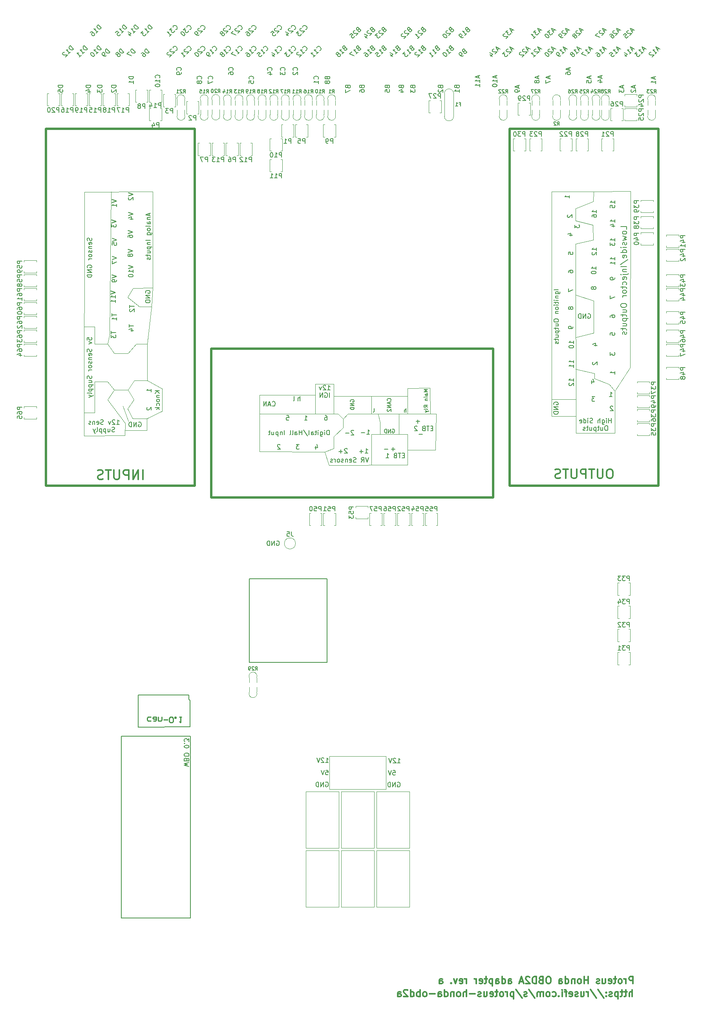
<source format=gbo>
G75*
G70*
%OFA0B0*%
%FSLAX25Y25*%
%IPPOS*%
%LPD*%
%AMOC8*
5,1,8,0,0,1.08239X$1,22.5*
%
%ADD10C,0.01969*%
%ADD26C,0.01181*%
%ADD27C,0.00787*%
%ADD61C,0.00390*%
%ADD63C,0.00472*%
%ADD65C,0.00500*%
%ADD83C,0.00591*%
%ADD85C,0.00550*%
%ADD87C,0.00600*%
%ADD92C,0.01000*%
X0000000Y0000000D02*
%LPD*%
G01*
D83*
X0282261Y0201969D02*
X0282636Y0202156D01*
X0283198Y0202156D01*
X0283760Y0201969D01*
X0284135Y0201594D01*
X0284323Y0201219D01*
X0284510Y0200469D01*
X0284510Y0199906D01*
X0284323Y0199156D01*
X0284135Y0198781D01*
X0283760Y0198406D01*
X0283198Y0198219D01*
X0282823Y0198219D01*
X0282261Y0198406D01*
X0282073Y0198594D01*
X0282073Y0199906D01*
X0282823Y0199906D01*
X0280386Y0198219D02*
X0280386Y0202156D01*
X0278136Y0198219D01*
X0278136Y0202156D01*
X0276261Y0198219D02*
X0276261Y0202156D01*
X0275324Y0202156D01*
X0274762Y0201969D01*
X0274387Y0201594D01*
X0274199Y0201219D01*
X0274012Y0200469D01*
X0274012Y0199906D01*
X0274199Y0199156D01*
X0274387Y0198781D01*
X0274762Y0198406D01*
X0275324Y0198219D01*
X0276261Y0198219D01*
X0343284Y0218455D02*
X0345534Y0218455D01*
X0344409Y0218455D02*
X0344409Y0222392D01*
X0344784Y0221830D01*
X0345159Y0221455D01*
X0345534Y0221267D01*
X0341784Y0222017D02*
X0341597Y0222205D01*
X0341222Y0222392D01*
X0340285Y0222392D01*
X0339910Y0222205D01*
X0339722Y0222017D01*
X0339535Y0221642D01*
X0339535Y0221267D01*
X0339722Y0220705D01*
X0341972Y0218455D01*
X0339535Y0218455D01*
X0338410Y0222392D02*
X0337098Y0218455D01*
X0335785Y0222392D01*
X0343284Y0201732D02*
X0343659Y0201920D01*
X0344222Y0201920D01*
X0344784Y0201732D01*
X0345159Y0201357D01*
X0345347Y0200982D01*
X0345534Y0200232D01*
X0345534Y0199670D01*
X0345347Y0198920D01*
X0345159Y0198545D01*
X0344784Y0198170D01*
X0344222Y0197983D01*
X0343847Y0197983D01*
X0343284Y0198170D01*
X0343097Y0198358D01*
X0343097Y0199670D01*
X0343847Y0199670D01*
X0341410Y0197983D02*
X0341410Y0201920D01*
X0339160Y0197983D01*
X0339160Y0201920D01*
X0337285Y0197983D02*
X0337285Y0201920D01*
X0336348Y0201920D01*
X0335785Y0201732D01*
X0335410Y0201357D01*
X0335223Y0200982D01*
X0335035Y0200232D01*
X0335035Y0199670D01*
X0335223Y0198920D01*
X0335410Y0198545D01*
X0335785Y0198170D01*
X0336348Y0197983D01*
X0337285Y0197983D01*
X0240711Y0406693D02*
X0241086Y0406880D01*
X0241648Y0406880D01*
X0242211Y0406693D01*
X0242586Y0406318D01*
X0242773Y0405943D01*
X0242961Y0405193D01*
X0242961Y0404631D01*
X0242773Y0403881D01*
X0242586Y0403506D01*
X0242211Y0403131D01*
X0241648Y0402943D01*
X0241273Y0402943D01*
X0240711Y0403131D01*
X0240524Y0403318D01*
X0240524Y0404631D01*
X0241273Y0404631D01*
X0238836Y0402943D02*
X0238836Y0406880D01*
X0236587Y0402943D01*
X0236587Y0406880D01*
X0234712Y0402943D02*
X0234712Y0406880D01*
X0233774Y0406880D01*
X0233212Y0406693D01*
X0232837Y0406318D01*
X0232650Y0405943D01*
X0232462Y0405193D01*
X0232462Y0404631D01*
X0232650Y0403881D01*
X0232837Y0403506D01*
X0233212Y0403131D01*
X0233774Y0402943D01*
X0234712Y0402943D01*
D26*
X0542621Y0020006D02*
X0542621Y0025911D01*
X0540090Y0020006D02*
X0540090Y0023099D01*
X0540371Y0023661D01*
X0540934Y0023943D01*
X0541777Y0023943D01*
X0542340Y0023661D01*
X0542621Y0023380D01*
X0538121Y0023943D02*
X0535872Y0023943D01*
X0537278Y0025911D02*
X0537278Y0020849D01*
X0536997Y0020287D01*
X0536434Y0020006D01*
X0535872Y0020006D01*
X0534747Y0023943D02*
X0532497Y0023943D01*
X0533903Y0025911D02*
X0533903Y0020849D01*
X0533622Y0020287D01*
X0533060Y0020006D01*
X0532497Y0020006D01*
X0530529Y0023943D02*
X0530529Y0018037D01*
X0530529Y0023661D02*
X0529966Y0023943D01*
X0528841Y0023943D01*
X0528279Y0023661D01*
X0527998Y0023380D01*
X0527717Y0022818D01*
X0527717Y0021130D01*
X0527998Y0020568D01*
X0528279Y0020287D01*
X0528841Y0020006D01*
X0529966Y0020006D01*
X0530529Y0020287D01*
X0525467Y0020287D02*
X0524904Y0020006D01*
X0523780Y0020006D01*
X0523217Y0020287D01*
X0522936Y0020849D01*
X0522936Y0021130D01*
X0523217Y0021693D01*
X0523780Y0021974D01*
X0524623Y0021974D01*
X0525186Y0022255D01*
X0525467Y0022818D01*
X0525467Y0023099D01*
X0525186Y0023661D01*
X0524623Y0023943D01*
X0523780Y0023943D01*
X0523217Y0023661D01*
X0520405Y0020568D02*
X0520124Y0020287D01*
X0520405Y0020006D01*
X0520686Y0020287D01*
X0520405Y0020568D01*
X0520405Y0020006D01*
X0520405Y0023661D02*
X0520124Y0023380D01*
X0520405Y0023099D01*
X0520686Y0023380D01*
X0520405Y0023661D01*
X0520405Y0023099D01*
X0513375Y0026192D02*
X0518436Y0018600D01*
X0507188Y0026192D02*
X0512250Y0018600D01*
X0505219Y0020006D02*
X0505219Y0023943D01*
X0505219Y0022818D02*
X0504938Y0023380D01*
X0504657Y0023661D01*
X0504094Y0023943D01*
X0503532Y0023943D01*
X0499033Y0023943D02*
X0499033Y0020006D01*
X0501564Y0023943D02*
X0501564Y0020849D01*
X0501282Y0020287D01*
X0500720Y0020006D01*
X0499876Y0020006D01*
X0499314Y0020287D01*
X0499033Y0020568D01*
X0496502Y0020287D02*
X0495939Y0020006D01*
X0494814Y0020006D01*
X0494252Y0020287D01*
X0493971Y0020849D01*
X0493971Y0021130D01*
X0494252Y0021693D01*
X0494814Y0021974D01*
X0495658Y0021974D01*
X0496220Y0022255D01*
X0496502Y0022818D01*
X0496502Y0023099D01*
X0496220Y0023661D01*
X0495658Y0023943D01*
X0494814Y0023943D01*
X0494252Y0023661D01*
X0489190Y0020287D02*
X0489753Y0020006D01*
X0490877Y0020006D01*
X0491440Y0020287D01*
X0491721Y0020849D01*
X0491721Y0023099D01*
X0491440Y0023661D01*
X0490877Y0023943D01*
X0489753Y0023943D01*
X0489190Y0023661D01*
X0488909Y0023099D01*
X0488909Y0022537D01*
X0491721Y0021974D01*
X0487222Y0023943D02*
X0484972Y0023943D01*
X0486378Y0020006D02*
X0486378Y0025067D01*
X0486097Y0025630D01*
X0485534Y0025911D01*
X0484972Y0025911D01*
X0483003Y0020006D02*
X0483003Y0023943D01*
X0483003Y0025911D02*
X0483285Y0025630D01*
X0483003Y0025349D01*
X0482722Y0025630D01*
X0483003Y0025911D01*
X0483003Y0025349D01*
X0480191Y0020568D02*
X0479910Y0020287D01*
X0480191Y0020006D01*
X0480472Y0020287D01*
X0480191Y0020568D01*
X0480191Y0020006D01*
X0474848Y0020287D02*
X0475411Y0020006D01*
X0476535Y0020006D01*
X0477098Y0020287D01*
X0477379Y0020568D01*
X0477660Y0021130D01*
X0477660Y0022818D01*
X0477379Y0023380D01*
X0477098Y0023661D01*
X0476535Y0023943D01*
X0475411Y0023943D01*
X0474848Y0023661D01*
X0471474Y0020006D02*
X0472036Y0020287D01*
X0472317Y0020568D01*
X0472598Y0021130D01*
X0472598Y0022818D01*
X0472317Y0023380D01*
X0472036Y0023661D01*
X0471474Y0023943D01*
X0470630Y0023943D01*
X0470067Y0023661D01*
X0469786Y0023380D01*
X0469505Y0022818D01*
X0469505Y0021130D01*
X0469786Y0020568D01*
X0470067Y0020287D01*
X0470630Y0020006D01*
X0471474Y0020006D01*
X0466974Y0020006D02*
X0466974Y0023943D01*
X0466974Y0023380D02*
X0466693Y0023661D01*
X0466130Y0023943D01*
X0465287Y0023943D01*
X0464724Y0023661D01*
X0464443Y0023099D01*
X0464443Y0020006D01*
X0464443Y0023099D02*
X0464162Y0023661D01*
X0463600Y0023943D01*
X0462756Y0023943D01*
X0462193Y0023661D01*
X0461912Y0023099D01*
X0461912Y0020006D01*
X0454882Y0026192D02*
X0459944Y0018600D01*
X0453195Y0020287D02*
X0452632Y0020006D01*
X0451507Y0020006D01*
X0450945Y0020287D01*
X0450664Y0020849D01*
X0450664Y0021130D01*
X0450945Y0021693D01*
X0451507Y0021974D01*
X0452351Y0021974D01*
X0452913Y0022255D01*
X0453195Y0022818D01*
X0453195Y0023099D01*
X0452913Y0023661D01*
X0452351Y0023943D01*
X0451507Y0023943D01*
X0450945Y0023661D01*
X0443915Y0026192D02*
X0448976Y0018600D01*
X0441946Y0023943D02*
X0441946Y0018037D01*
X0441946Y0023661D02*
X0441384Y0023943D01*
X0440259Y0023943D01*
X0439696Y0023661D01*
X0439415Y0023380D01*
X0439134Y0022818D01*
X0439134Y0021130D01*
X0439415Y0020568D01*
X0439696Y0020287D01*
X0440259Y0020006D01*
X0441384Y0020006D01*
X0441946Y0020287D01*
X0436603Y0020006D02*
X0436603Y0023943D01*
X0436603Y0022818D02*
X0436322Y0023380D01*
X0436040Y0023661D01*
X0435478Y0023943D01*
X0434916Y0023943D01*
X0432103Y0020006D02*
X0432666Y0020287D01*
X0432947Y0020568D01*
X0433228Y0021130D01*
X0433228Y0022818D01*
X0432947Y0023380D01*
X0432666Y0023661D01*
X0432103Y0023943D01*
X0431260Y0023943D01*
X0430697Y0023661D01*
X0430416Y0023380D01*
X0430135Y0022818D01*
X0430135Y0021130D01*
X0430416Y0020568D01*
X0430697Y0020287D01*
X0431260Y0020006D01*
X0432103Y0020006D01*
X0428448Y0023943D02*
X0426198Y0023943D01*
X0427604Y0025911D02*
X0427604Y0020849D01*
X0427323Y0020287D01*
X0426760Y0020006D01*
X0426198Y0020006D01*
X0421980Y0020287D02*
X0422542Y0020006D01*
X0423667Y0020006D01*
X0424229Y0020287D01*
X0424511Y0020849D01*
X0424511Y0023099D01*
X0424229Y0023661D01*
X0423667Y0023943D01*
X0422542Y0023943D01*
X0421980Y0023661D01*
X0421699Y0023099D01*
X0421699Y0022537D01*
X0424511Y0021974D01*
X0416637Y0023943D02*
X0416637Y0020006D01*
X0419168Y0023943D02*
X0419168Y0020849D01*
X0418886Y0020287D01*
X0418324Y0020006D01*
X0417480Y0020006D01*
X0416918Y0020287D01*
X0416637Y0020568D01*
X0414106Y0020287D02*
X0413543Y0020006D01*
X0412418Y0020006D01*
X0411856Y0020287D01*
X0411575Y0020849D01*
X0411575Y0021130D01*
X0411856Y0021693D01*
X0412418Y0021974D01*
X0413262Y0021974D01*
X0413825Y0022255D01*
X0414106Y0022818D01*
X0414106Y0023099D01*
X0413825Y0023661D01*
X0413262Y0023943D01*
X0412418Y0023943D01*
X0411856Y0023661D01*
X0409044Y0022255D02*
X0404544Y0022255D01*
X0401732Y0020006D02*
X0401732Y0025911D01*
X0399201Y0020006D02*
X0399201Y0023099D01*
X0399483Y0023661D01*
X0400045Y0023943D01*
X0400889Y0023943D01*
X0401451Y0023661D01*
X0401732Y0023380D01*
X0395546Y0020006D02*
X0396108Y0020287D01*
X0396389Y0020568D01*
X0396670Y0021130D01*
X0396670Y0022818D01*
X0396389Y0023380D01*
X0396108Y0023661D01*
X0395546Y0023943D01*
X0394702Y0023943D01*
X0394139Y0023661D01*
X0393858Y0023380D01*
X0393577Y0022818D01*
X0393577Y0021130D01*
X0393858Y0020568D01*
X0394139Y0020287D01*
X0394702Y0020006D01*
X0395546Y0020006D01*
X0391046Y0023943D02*
X0391046Y0020006D01*
X0391046Y0023380D02*
X0390765Y0023661D01*
X0390202Y0023943D01*
X0389359Y0023943D01*
X0388796Y0023661D01*
X0388515Y0023099D01*
X0388515Y0020006D01*
X0383172Y0020006D02*
X0383172Y0025911D01*
X0383172Y0020287D02*
X0383735Y0020006D01*
X0384859Y0020006D01*
X0385422Y0020287D01*
X0385703Y0020568D01*
X0385984Y0021130D01*
X0385984Y0022818D01*
X0385703Y0023380D01*
X0385422Y0023661D01*
X0384859Y0023943D01*
X0383735Y0023943D01*
X0383172Y0023661D01*
X0377829Y0020006D02*
X0377829Y0023099D01*
X0378110Y0023661D01*
X0378673Y0023943D01*
X0379798Y0023943D01*
X0380360Y0023661D01*
X0377829Y0020287D02*
X0378391Y0020006D01*
X0379798Y0020006D01*
X0380360Y0020287D01*
X0380641Y0020849D01*
X0380641Y0021412D01*
X0380360Y0021974D01*
X0379798Y0022255D01*
X0378391Y0022255D01*
X0377829Y0022537D01*
X0375017Y0022255D02*
X0370517Y0022255D01*
X0366862Y0020006D02*
X0367424Y0020287D01*
X0367705Y0020568D01*
X0367987Y0021130D01*
X0367987Y0022818D01*
X0367705Y0023380D01*
X0367424Y0023661D01*
X0366862Y0023943D01*
X0366018Y0023943D01*
X0365456Y0023661D01*
X0365174Y0023380D01*
X0364893Y0022818D01*
X0364893Y0021130D01*
X0365174Y0020568D01*
X0365456Y0020287D01*
X0366018Y0020006D01*
X0366862Y0020006D01*
X0362362Y0020006D02*
X0362362Y0025911D01*
X0362362Y0023661D02*
X0361800Y0023943D01*
X0360675Y0023943D01*
X0360112Y0023661D01*
X0359831Y0023380D01*
X0359550Y0022818D01*
X0359550Y0021130D01*
X0359831Y0020568D01*
X0360112Y0020287D01*
X0360675Y0020006D01*
X0361800Y0020006D01*
X0362362Y0020287D01*
X0354488Y0020006D02*
X0354488Y0025911D01*
X0354488Y0020287D02*
X0355051Y0020006D01*
X0356175Y0020006D01*
X0356738Y0020287D01*
X0357019Y0020568D01*
X0357300Y0021130D01*
X0357300Y0022818D01*
X0357019Y0023380D01*
X0356738Y0023661D01*
X0356175Y0023943D01*
X0355051Y0023943D01*
X0354488Y0023661D01*
X0351957Y0025349D02*
X0351676Y0025630D01*
X0351114Y0025911D01*
X0349708Y0025911D01*
X0349145Y0025630D01*
X0348864Y0025349D01*
X0348583Y0024786D01*
X0348583Y0024224D01*
X0348864Y0023380D01*
X0352238Y0020006D01*
X0348583Y0020006D01*
X0343521Y0020006D02*
X0343521Y0023099D01*
X0343802Y0023661D01*
X0344364Y0023943D01*
X0345489Y0023943D01*
X0346052Y0023661D01*
X0343521Y0020287D02*
X0344083Y0020006D01*
X0345489Y0020006D01*
X0346052Y0020287D01*
X0346333Y0020849D01*
X0346333Y0021412D01*
X0346052Y0021974D01*
X0345489Y0022255D01*
X0344083Y0022255D01*
X0343521Y0022537D01*
X0543138Y0031029D02*
X0543138Y0036935D01*
X0540889Y0036935D01*
X0540326Y0036654D01*
X0540045Y0036372D01*
X0539764Y0035810D01*
X0539764Y0034966D01*
X0540045Y0034404D01*
X0540326Y0034123D01*
X0540889Y0033841D01*
X0543138Y0033841D01*
X0537233Y0031029D02*
X0537233Y0034966D01*
X0537233Y0033841D02*
X0536952Y0034404D01*
X0536670Y0034685D01*
X0536108Y0034966D01*
X0535546Y0034966D01*
X0532733Y0031029D02*
X0533296Y0031310D01*
X0533577Y0031592D01*
X0533858Y0032154D01*
X0533858Y0033841D01*
X0533577Y0034404D01*
X0533296Y0034685D01*
X0532733Y0034966D01*
X0531890Y0034966D01*
X0531327Y0034685D01*
X0531046Y0034404D01*
X0530765Y0033841D01*
X0530765Y0032154D01*
X0531046Y0031592D01*
X0531327Y0031310D01*
X0531890Y0031029D01*
X0532733Y0031029D01*
X0529078Y0034966D02*
X0526828Y0034966D01*
X0528234Y0036935D02*
X0528234Y0031873D01*
X0527953Y0031310D01*
X0527390Y0031029D01*
X0526828Y0031029D01*
X0522610Y0031310D02*
X0523172Y0031029D01*
X0524297Y0031029D01*
X0524859Y0031310D01*
X0525141Y0031873D01*
X0525141Y0034123D01*
X0524859Y0034685D01*
X0524297Y0034966D01*
X0523172Y0034966D01*
X0522610Y0034685D01*
X0522328Y0034123D01*
X0522328Y0033560D01*
X0525141Y0032998D01*
X0517267Y0034966D02*
X0517267Y0031029D01*
X0519798Y0034966D02*
X0519798Y0031873D01*
X0519516Y0031310D01*
X0518954Y0031029D01*
X0518110Y0031029D01*
X0517548Y0031310D01*
X0517267Y0031592D01*
X0514736Y0031310D02*
X0514173Y0031029D01*
X0513048Y0031029D01*
X0512486Y0031310D01*
X0512205Y0031873D01*
X0512205Y0032154D01*
X0512486Y0032717D01*
X0513048Y0032998D01*
X0513892Y0032998D01*
X0514454Y0033279D01*
X0514736Y0033841D01*
X0514736Y0034123D01*
X0514454Y0034685D01*
X0513892Y0034966D01*
X0513048Y0034966D01*
X0512486Y0034685D01*
X0505174Y0031029D02*
X0505174Y0036935D01*
X0505174Y0034123D02*
X0501800Y0034123D01*
X0501800Y0031029D02*
X0501800Y0036935D01*
X0498144Y0031029D02*
X0498706Y0031310D01*
X0498988Y0031592D01*
X0499269Y0032154D01*
X0499269Y0033841D01*
X0498988Y0034404D01*
X0498706Y0034685D01*
X0498144Y0034966D01*
X0497300Y0034966D01*
X0496738Y0034685D01*
X0496457Y0034404D01*
X0496175Y0033841D01*
X0496175Y0032154D01*
X0496457Y0031592D01*
X0496738Y0031310D01*
X0497300Y0031029D01*
X0498144Y0031029D01*
X0493645Y0034966D02*
X0493645Y0031029D01*
X0493645Y0034404D02*
X0493363Y0034685D01*
X0492801Y0034966D01*
X0491957Y0034966D01*
X0491395Y0034685D01*
X0491114Y0034123D01*
X0491114Y0031029D01*
X0485771Y0031029D02*
X0485771Y0036935D01*
X0485771Y0031310D02*
X0486333Y0031029D01*
X0487458Y0031029D01*
X0488020Y0031310D01*
X0488301Y0031592D01*
X0488583Y0032154D01*
X0488583Y0033841D01*
X0488301Y0034404D01*
X0488020Y0034685D01*
X0487458Y0034966D01*
X0486333Y0034966D01*
X0485771Y0034685D01*
X0480427Y0031029D02*
X0480427Y0034123D01*
X0480709Y0034685D01*
X0481271Y0034966D01*
X0482396Y0034966D01*
X0482958Y0034685D01*
X0480427Y0031310D02*
X0480990Y0031029D01*
X0482396Y0031029D01*
X0482958Y0031310D01*
X0483240Y0031873D01*
X0483240Y0032435D01*
X0482958Y0032998D01*
X0482396Y0033279D01*
X0480990Y0033279D01*
X0480427Y0033560D01*
X0471991Y0036935D02*
X0470866Y0036935D01*
X0470304Y0036654D01*
X0469741Y0036091D01*
X0469460Y0034966D01*
X0469460Y0032998D01*
X0469741Y0031873D01*
X0470304Y0031310D01*
X0470866Y0031029D01*
X0471991Y0031029D01*
X0472553Y0031310D01*
X0473116Y0031873D01*
X0473397Y0032998D01*
X0473397Y0034966D01*
X0473116Y0036091D01*
X0472553Y0036654D01*
X0471991Y0036935D01*
X0464961Y0034123D02*
X0464117Y0033841D01*
X0463836Y0033560D01*
X0463555Y0032998D01*
X0463555Y0032154D01*
X0463836Y0031592D01*
X0464117Y0031310D01*
X0464679Y0031029D01*
X0466929Y0031029D01*
X0466929Y0036935D01*
X0464961Y0036935D01*
X0464398Y0036654D01*
X0464117Y0036372D01*
X0463836Y0035810D01*
X0463836Y0035247D01*
X0464117Y0034685D01*
X0464398Y0034404D01*
X0464961Y0034123D01*
X0466929Y0034123D01*
X0461024Y0031029D02*
X0461024Y0036935D01*
X0459618Y0036935D01*
X0458774Y0036654D01*
X0458211Y0036091D01*
X0457930Y0035529D01*
X0457649Y0034404D01*
X0457649Y0033560D01*
X0457930Y0032435D01*
X0458211Y0031873D01*
X0458774Y0031310D01*
X0459618Y0031029D01*
X0461024Y0031029D01*
X0455399Y0036372D02*
X0455118Y0036654D01*
X0454556Y0036935D01*
X0453150Y0036935D01*
X0452587Y0036654D01*
X0452306Y0036372D01*
X0452025Y0035810D01*
X0452025Y0035247D01*
X0452306Y0034404D01*
X0455681Y0031029D01*
X0452025Y0031029D01*
X0449775Y0032717D02*
X0446963Y0032717D01*
X0450337Y0031029D02*
X0448369Y0036935D01*
X0446400Y0031029D01*
X0437402Y0031029D02*
X0437402Y0034123D01*
X0437683Y0034685D01*
X0438245Y0034966D01*
X0439370Y0034966D01*
X0439933Y0034685D01*
X0437402Y0031310D02*
X0437964Y0031029D01*
X0439370Y0031029D01*
X0439933Y0031310D01*
X0440214Y0031873D01*
X0440214Y0032435D01*
X0439933Y0032998D01*
X0439370Y0033279D01*
X0437964Y0033279D01*
X0437402Y0033560D01*
X0432058Y0031029D02*
X0432058Y0036935D01*
X0432058Y0031310D02*
X0432621Y0031029D01*
X0433746Y0031029D01*
X0434308Y0031310D01*
X0434589Y0031592D01*
X0434871Y0032154D01*
X0434871Y0033841D01*
X0434589Y0034404D01*
X0434308Y0034685D01*
X0433746Y0034966D01*
X0432621Y0034966D01*
X0432058Y0034685D01*
X0426715Y0031029D02*
X0426715Y0034123D01*
X0426997Y0034685D01*
X0427559Y0034966D01*
X0428684Y0034966D01*
X0429246Y0034685D01*
X0426715Y0031310D02*
X0427278Y0031029D01*
X0428684Y0031029D01*
X0429246Y0031310D01*
X0429528Y0031873D01*
X0429528Y0032435D01*
X0429246Y0032998D01*
X0428684Y0033279D01*
X0427278Y0033279D01*
X0426715Y0033560D01*
X0423903Y0034966D02*
X0423903Y0029061D01*
X0423903Y0034685D02*
X0423341Y0034966D01*
X0422216Y0034966D01*
X0421654Y0034685D01*
X0421372Y0034404D01*
X0421091Y0033841D01*
X0421091Y0032154D01*
X0421372Y0031592D01*
X0421654Y0031310D01*
X0422216Y0031029D01*
X0423341Y0031029D01*
X0423903Y0031310D01*
X0419404Y0034966D02*
X0417154Y0034966D01*
X0418560Y0036935D02*
X0418560Y0031873D01*
X0418279Y0031310D01*
X0417717Y0031029D01*
X0417154Y0031029D01*
X0412936Y0031310D02*
X0413498Y0031029D01*
X0414623Y0031029D01*
X0415186Y0031310D01*
X0415467Y0031873D01*
X0415467Y0034123D01*
X0415186Y0034685D01*
X0414623Y0034966D01*
X0413498Y0034966D01*
X0412936Y0034685D01*
X0412655Y0034123D01*
X0412655Y0033560D01*
X0415467Y0032998D01*
X0410124Y0031029D02*
X0410124Y0034966D01*
X0410124Y0033841D02*
X0409843Y0034404D01*
X0409561Y0034685D01*
X0408999Y0034966D01*
X0408436Y0034966D01*
X0401969Y0031029D02*
X0401969Y0034966D01*
X0401969Y0033841D02*
X0401687Y0034404D01*
X0401406Y0034685D01*
X0400844Y0034966D01*
X0400281Y0034966D01*
X0396063Y0031310D02*
X0396625Y0031029D01*
X0397750Y0031029D01*
X0398313Y0031310D01*
X0398594Y0031873D01*
X0398594Y0034123D01*
X0398313Y0034685D01*
X0397750Y0034966D01*
X0396625Y0034966D01*
X0396063Y0034685D01*
X0395782Y0034123D01*
X0395782Y0033560D01*
X0398594Y0032998D01*
X0393813Y0034966D02*
X0392407Y0031029D01*
X0391001Y0034966D01*
X0388751Y0031592D02*
X0388470Y0031310D01*
X0388751Y0031029D01*
X0389033Y0031310D01*
X0388751Y0031592D01*
X0388751Y0031029D01*
X0378909Y0031029D02*
X0378909Y0034123D01*
X0379190Y0034685D01*
X0379753Y0034966D01*
X0380877Y0034966D01*
X0381440Y0034685D01*
X0378909Y0031310D02*
X0379471Y0031029D01*
X0380877Y0031029D01*
X0381440Y0031310D01*
X0381721Y0031873D01*
X0381721Y0032435D01*
X0381440Y0032998D01*
X0380877Y0033279D01*
X0379471Y0033279D01*
X0378909Y0033560D01*
D83*
X0282332Y0212235D02*
X0284206Y0212235D01*
X0284394Y0210360D01*
X0284206Y0210547D01*
X0283831Y0210735D01*
X0282894Y0210735D01*
X0282519Y0210547D01*
X0282332Y0210360D01*
X0282144Y0209985D01*
X0282144Y0209048D01*
X0282332Y0208673D01*
X0282519Y0208485D01*
X0282894Y0208298D01*
X0283831Y0208298D01*
X0284206Y0208485D01*
X0284394Y0208673D01*
X0281019Y0212235D02*
X0279707Y0208298D01*
X0278395Y0212235D01*
X0339324Y0211999D02*
X0341198Y0211999D01*
X0341386Y0210124D01*
X0341198Y0210311D01*
X0340823Y0210499D01*
X0339886Y0210499D01*
X0339511Y0210311D01*
X0339324Y0210124D01*
X0339136Y0209749D01*
X0339136Y0208811D01*
X0339324Y0208436D01*
X0339511Y0208249D01*
X0339886Y0208061D01*
X0340823Y0208061D01*
X0341198Y0208249D01*
X0341386Y0208436D01*
X0338011Y0211999D02*
X0336699Y0208061D01*
X0335387Y0211999D01*
X0282261Y0218691D02*
X0284510Y0218691D01*
X0283386Y0218691D02*
X0283386Y0222628D01*
X0283760Y0222066D01*
X0284135Y0221691D01*
X0284510Y0221504D01*
X0280761Y0222253D02*
X0280573Y0222441D01*
X0280198Y0222628D01*
X0279261Y0222628D01*
X0278886Y0222441D01*
X0278699Y0222253D01*
X0278511Y0221879D01*
X0278511Y0221504D01*
X0278699Y0220941D01*
X0280948Y0218691D01*
X0278511Y0218691D01*
X0277386Y0222628D02*
X0276074Y0218691D01*
X0274762Y0222628D01*
X0587411Y0573678D02*
X0583474Y0573678D01*
X0583474Y0572178D01*
X0583661Y0571804D01*
X0583849Y0571616D01*
X0584224Y0571429D01*
X0584786Y0571429D01*
X0585161Y0571616D01*
X0585349Y0571804D01*
X0585536Y0572178D01*
X0585536Y0573678D01*
X0584786Y0568054D02*
X0587411Y0568054D01*
X0583286Y0568991D02*
X0586099Y0569929D01*
X0586099Y0567492D01*
X0583474Y0566367D02*
X0583474Y0563742D01*
X0587411Y0565429D01*
X0055962Y0770857D02*
X0055962Y0774794D01*
X0054462Y0774794D01*
X0054087Y0774606D01*
X0053900Y0774419D01*
X0053712Y0774044D01*
X0053712Y0773481D01*
X0053900Y0773106D01*
X0054087Y0772919D01*
X0054462Y0772732D01*
X0055962Y0772732D01*
X0052212Y0774419D02*
X0052025Y0774606D01*
X0051650Y0774794D01*
X0050712Y0774794D01*
X0050337Y0774606D01*
X0050150Y0774419D01*
X0049963Y0774044D01*
X0049963Y0773669D01*
X0050150Y0773106D01*
X0052400Y0770857D01*
X0049963Y0770857D01*
X0047525Y0774794D02*
X0047150Y0774794D01*
X0046775Y0774606D01*
X0046588Y0774419D01*
X0046400Y0774044D01*
X0046213Y0773294D01*
X0046213Y0772357D01*
X0046400Y0771607D01*
X0046588Y0771232D01*
X0046775Y0771044D01*
X0047150Y0770857D01*
X0047525Y0770857D01*
X0047900Y0771044D01*
X0048088Y0771232D01*
X0048275Y0771607D01*
X0048463Y0772357D01*
X0048463Y0773294D01*
X0048275Y0774044D01*
X0048088Y0774419D01*
X0047900Y0774606D01*
X0047525Y0774794D01*
X0540214Y0373219D02*
X0540214Y0377156D01*
X0538714Y0377156D01*
X0538339Y0376969D01*
X0538151Y0376781D01*
X0537964Y0376406D01*
X0537964Y0375844D01*
X0538151Y0375469D01*
X0538339Y0375281D01*
X0538714Y0375094D01*
X0540214Y0375094D01*
X0536652Y0377156D02*
X0534214Y0377156D01*
X0535527Y0375656D01*
X0534964Y0375656D01*
X0534589Y0375469D01*
X0534402Y0375281D01*
X0534214Y0374906D01*
X0534214Y0373969D01*
X0534402Y0373594D01*
X0534589Y0373406D01*
X0534964Y0373219D01*
X0536089Y0373219D01*
X0536464Y0373406D01*
X0536652Y0373594D01*
X0532902Y0377156D02*
X0530465Y0377156D01*
X0531777Y0375656D01*
X0531215Y0375656D01*
X0530840Y0375469D01*
X0530652Y0375281D01*
X0530465Y0374906D01*
X0530465Y0373969D01*
X0530652Y0373594D01*
X0530840Y0373406D01*
X0531215Y0373219D01*
X0532340Y0373219D01*
X0532715Y0373406D01*
X0532902Y0373594D01*
D65*
X0190905Y0787420D02*
X0191905Y0788849D01*
X0192619Y0787420D02*
X0192619Y0790420D01*
X0191476Y0790420D01*
X0191191Y0790278D01*
X0191048Y0790135D01*
X0190905Y0789849D01*
X0190905Y0789420D01*
X0191048Y0789135D01*
X0191191Y0788992D01*
X0191476Y0788849D01*
X0192619Y0788849D01*
X0189762Y0790135D02*
X0189619Y0790278D01*
X0189334Y0790420D01*
X0188619Y0790420D01*
X0188334Y0790278D01*
X0188191Y0790135D01*
X0188048Y0789849D01*
X0188048Y0789563D01*
X0188191Y0789135D01*
X0189905Y0787420D01*
X0188048Y0787420D01*
X0186191Y0790420D02*
X0185905Y0790420D01*
X0185619Y0790278D01*
X0185476Y0790135D01*
X0185334Y0789849D01*
X0185191Y0789278D01*
X0185191Y0788563D01*
X0185334Y0787992D01*
X0185476Y0787706D01*
X0185619Y0787563D01*
X0185905Y0787420D01*
X0186191Y0787420D01*
X0186476Y0787563D01*
X0186619Y0787706D01*
X0186762Y0787992D01*
X0186905Y0788563D01*
X0186905Y0789278D01*
X0186762Y0789849D01*
X0186619Y0790135D01*
X0186476Y0790278D01*
X0186191Y0790420D01*
D83*
X0526434Y0750384D02*
X0526434Y0754321D01*
X0524934Y0754321D01*
X0524559Y0754134D01*
X0524372Y0753946D01*
X0524184Y0753571D01*
X0524184Y0753009D01*
X0524372Y0752634D01*
X0524559Y0752447D01*
X0524934Y0752259D01*
X0526434Y0752259D01*
X0522685Y0753946D02*
X0522497Y0754134D01*
X0522122Y0754321D01*
X0521185Y0754321D01*
X0520810Y0754134D01*
X0520622Y0753946D01*
X0520435Y0753571D01*
X0520435Y0753196D01*
X0520622Y0752634D01*
X0522872Y0750384D01*
X0520435Y0750384D01*
X0516685Y0750384D02*
X0518935Y0750384D01*
X0517810Y0750384D02*
X0517810Y0754321D01*
X0518185Y0753759D01*
X0518560Y0753384D01*
X0518935Y0753196D01*
X0491001Y0750384D02*
X0491001Y0754321D01*
X0489501Y0754321D01*
X0489126Y0754134D01*
X0488939Y0753946D01*
X0488751Y0753571D01*
X0488751Y0753009D01*
X0488939Y0752634D01*
X0489126Y0752447D01*
X0489501Y0752259D01*
X0491001Y0752259D01*
X0487252Y0753946D02*
X0487064Y0754134D01*
X0486689Y0754321D01*
X0485752Y0754321D01*
X0485377Y0754134D01*
X0485189Y0753946D01*
X0485002Y0753571D01*
X0485002Y0753196D01*
X0485189Y0752634D01*
X0487439Y0750384D01*
X0485002Y0750384D01*
X0483502Y0753946D02*
X0483315Y0754134D01*
X0482940Y0754321D01*
X0482002Y0754321D01*
X0481627Y0754134D01*
X0481440Y0753946D01*
X0481252Y0753571D01*
X0481252Y0753196D01*
X0481440Y0752634D01*
X0483690Y0750384D01*
X0481252Y0750384D01*
D65*
X0230275Y0787226D02*
X0231275Y0788654D01*
X0231989Y0787226D02*
X0231989Y0790226D01*
X0230846Y0790226D01*
X0230561Y0790083D01*
X0230418Y0789940D01*
X0230275Y0789654D01*
X0230275Y0789226D01*
X0230418Y0788940D01*
X0230561Y0788797D01*
X0230846Y0788654D01*
X0231989Y0788654D01*
X0227418Y0787226D02*
X0229132Y0787226D01*
X0228275Y0787226D02*
X0228275Y0790226D01*
X0228561Y0789797D01*
X0228846Y0789511D01*
X0229132Y0789368D01*
X0225704Y0788940D02*
X0225989Y0789083D01*
X0226132Y0789226D01*
X0226275Y0789511D01*
X0226275Y0789654D01*
X0226132Y0789940D01*
X0225989Y0790083D01*
X0225704Y0790226D01*
X0225132Y0790226D01*
X0224846Y0790083D01*
X0224704Y0789940D01*
X0224561Y0789654D01*
X0224561Y0789511D01*
X0224704Y0789226D01*
X0224846Y0789083D01*
X0225132Y0788940D01*
X0225704Y0788940D01*
X0225989Y0788797D01*
X0226132Y0788654D01*
X0226275Y0788368D01*
X0226275Y0787797D01*
X0226132Y0787511D01*
X0225989Y0787368D01*
X0225704Y0787226D01*
X0225132Y0787226D01*
X0224846Y0787368D01*
X0224704Y0787511D01*
X0224561Y0787797D01*
X0224561Y0788368D01*
X0224704Y0788654D01*
X0224846Y0788797D01*
X0225132Y0788940D01*
D83*
X0455568Y0780699D02*
X0455568Y0784636D01*
X0454068Y0784636D01*
X0453693Y0784449D01*
X0453506Y0784261D01*
X0453318Y0783886D01*
X0453318Y0783324D01*
X0453506Y0782949D01*
X0453693Y0782762D01*
X0454068Y0782574D01*
X0455568Y0782574D01*
X0451819Y0784261D02*
X0451631Y0784449D01*
X0451256Y0784636D01*
X0450319Y0784636D01*
X0449944Y0784449D01*
X0449756Y0784261D01*
X0449569Y0783886D01*
X0449569Y0783511D01*
X0449756Y0782949D01*
X0452006Y0780699D01*
X0449569Y0780699D01*
X0447694Y0780699D02*
X0446944Y0780699D01*
X0446569Y0780887D01*
X0446382Y0781074D01*
X0446007Y0781637D01*
X0445819Y0782387D01*
X0445819Y0783886D01*
X0446007Y0784261D01*
X0446194Y0784449D01*
X0446569Y0784636D01*
X0447319Y0784636D01*
X0447694Y0784449D01*
X0447882Y0784261D01*
X0448069Y0783886D01*
X0448069Y0782949D01*
X0447882Y0782574D01*
X0447694Y0782387D01*
X0447319Y0782199D01*
X0446569Y0782199D01*
X0446194Y0782387D01*
X0446007Y0782574D01*
X0445819Y0782949D01*
X0451631Y0750384D02*
X0451631Y0754321D01*
X0450131Y0754321D01*
X0449756Y0754134D01*
X0449569Y0753946D01*
X0449381Y0753571D01*
X0449381Y0753009D01*
X0449569Y0752634D01*
X0449756Y0752447D01*
X0450131Y0752259D01*
X0451631Y0752259D01*
X0448069Y0754321D02*
X0445632Y0754321D01*
X0446944Y0752822D01*
X0446382Y0752822D01*
X0446007Y0752634D01*
X0445819Y0752447D01*
X0445632Y0752072D01*
X0445632Y0751134D01*
X0445819Y0750759D01*
X0446007Y0750572D01*
X0446382Y0750384D01*
X0447507Y0750384D01*
X0447882Y0750572D01*
X0448069Y0750759D01*
X0443195Y0754321D02*
X0442820Y0754321D01*
X0442445Y0754134D01*
X0442257Y0753946D01*
X0442070Y0753571D01*
X0441882Y0752822D01*
X0441882Y0751884D01*
X0442070Y0751134D01*
X0442257Y0750759D01*
X0442445Y0750572D01*
X0442820Y0750384D01*
X0443195Y0750384D01*
X0443570Y0750572D01*
X0443757Y0750759D01*
X0443945Y0751134D01*
X0444132Y0751884D01*
X0444132Y0752822D01*
X0443945Y0753571D01*
X0443757Y0753946D01*
X0443570Y0754134D01*
X0443195Y0754321D01*
X0540214Y0333849D02*
X0540214Y0337786D01*
X0538714Y0337786D01*
X0538339Y0337598D01*
X0538151Y0337411D01*
X0537964Y0337036D01*
X0537964Y0336474D01*
X0538151Y0336099D01*
X0538339Y0335911D01*
X0538714Y0335724D01*
X0540214Y0335724D01*
X0536652Y0337786D02*
X0534214Y0337786D01*
X0535527Y0336286D01*
X0534964Y0336286D01*
X0534589Y0336099D01*
X0534402Y0335911D01*
X0534214Y0335536D01*
X0534214Y0334599D01*
X0534402Y0334224D01*
X0534589Y0334036D01*
X0534964Y0333849D01*
X0536089Y0333849D01*
X0536464Y0334036D01*
X0536652Y0334224D01*
X0532715Y0337411D02*
X0532527Y0337598D01*
X0532152Y0337786D01*
X0531215Y0337786D01*
X0530840Y0337598D01*
X0530652Y0337411D01*
X0530465Y0337036D01*
X0530465Y0336661D01*
X0530652Y0336099D01*
X0532902Y0333849D01*
X0530465Y0333849D01*
D65*
X0503897Y0787226D02*
X0504897Y0788654D01*
X0505611Y0787226D02*
X0505611Y0790226D01*
X0504469Y0790226D01*
X0504183Y0790083D01*
X0504040Y0789940D01*
X0503897Y0789654D01*
X0503897Y0789226D01*
X0504040Y0788940D01*
X0504183Y0788797D01*
X0504469Y0788654D01*
X0505611Y0788654D01*
X0502754Y0789940D02*
X0502611Y0790083D01*
X0502326Y0790226D01*
X0501611Y0790226D01*
X0501326Y0790083D01*
X0501183Y0789940D01*
X0501040Y0789654D01*
X0501040Y0789368D01*
X0501183Y0788940D01*
X0502897Y0787226D01*
X0501040Y0787226D01*
X0498326Y0790226D02*
X0499754Y0790226D01*
X0499897Y0788797D01*
X0499754Y0788940D01*
X0499469Y0789083D01*
X0498754Y0789083D01*
X0498469Y0788940D01*
X0498326Y0788797D01*
X0498183Y0788511D01*
X0498183Y0787797D01*
X0498326Y0787511D01*
X0498469Y0787368D01*
X0498754Y0787226D01*
X0499469Y0787226D01*
X0499754Y0787368D01*
X0499897Y0787511D01*
D83*
X0024419Y0597300D02*
X0020482Y0597300D01*
X0020482Y0595801D01*
X0020669Y0595426D01*
X0020857Y0595238D01*
X0021232Y0595051D01*
X0021794Y0595051D01*
X0022169Y0595238D01*
X0022357Y0595426D01*
X0022544Y0595801D01*
X0022544Y0597300D01*
X0020482Y0591676D02*
X0020482Y0592426D01*
X0020669Y0592801D01*
X0020857Y0592988D01*
X0021419Y0593363D01*
X0022169Y0593551D01*
X0023669Y0593551D01*
X0024044Y0593363D01*
X0024231Y0593176D01*
X0024419Y0592801D01*
X0024419Y0592051D01*
X0024231Y0591676D01*
X0024044Y0591489D01*
X0023669Y0591301D01*
X0022732Y0591301D01*
X0022357Y0591489D01*
X0022169Y0591676D01*
X0021982Y0592051D01*
X0021982Y0592801D01*
X0022169Y0593176D01*
X0022357Y0593363D01*
X0022732Y0593551D01*
X0020857Y0589801D02*
X0020669Y0589614D01*
X0020482Y0589239D01*
X0020482Y0588301D01*
X0020669Y0587927D01*
X0020857Y0587739D01*
X0021232Y0587552D01*
X0021607Y0587552D01*
X0022169Y0587739D01*
X0024419Y0589989D01*
X0024419Y0587552D01*
X0587411Y0601237D02*
X0583474Y0601237D01*
X0583474Y0599738D01*
X0583661Y0599363D01*
X0583849Y0599175D01*
X0584224Y0598988D01*
X0584786Y0598988D01*
X0585161Y0599175D01*
X0585349Y0599363D01*
X0585536Y0599738D01*
X0585536Y0601237D01*
X0584786Y0595613D02*
X0587411Y0595613D01*
X0583286Y0596550D02*
X0586099Y0597488D01*
X0586099Y0595051D01*
X0583474Y0591676D02*
X0583474Y0593551D01*
X0585349Y0593738D01*
X0585161Y0593551D01*
X0584974Y0593176D01*
X0584974Y0592238D01*
X0585161Y0591864D01*
X0585349Y0591676D01*
X0585724Y0591489D01*
X0586661Y0591489D01*
X0587036Y0591676D01*
X0587223Y0591864D01*
X0587411Y0592238D01*
X0587411Y0593176D01*
X0587223Y0593551D01*
X0587036Y0593738D01*
X0252906Y0744479D02*
X0252906Y0748416D01*
X0251406Y0748416D01*
X0251031Y0748228D01*
X0250844Y0748041D01*
X0250656Y0747666D01*
X0250656Y0747103D01*
X0250844Y0746729D01*
X0251031Y0746541D01*
X0251406Y0746354D01*
X0252906Y0746354D01*
X0246907Y0744479D02*
X0249156Y0744479D01*
X0248031Y0744479D02*
X0248031Y0748416D01*
X0248406Y0747853D01*
X0248781Y0747478D01*
X0249156Y0747291D01*
X0140760Y0758040D02*
X0140760Y0761977D01*
X0139261Y0761977D01*
X0138886Y0761789D01*
X0138698Y0761602D01*
X0138511Y0761227D01*
X0138511Y0760664D01*
X0138698Y0760290D01*
X0138886Y0760102D01*
X0139261Y0759915D01*
X0140760Y0759915D01*
X0135136Y0760664D02*
X0135136Y0758040D01*
X0136074Y0762164D02*
X0137011Y0759352D01*
X0134574Y0759352D01*
X0024419Y0573678D02*
X0020482Y0573678D01*
X0020482Y0572178D01*
X0020669Y0571804D01*
X0020857Y0571616D01*
X0021232Y0571429D01*
X0021794Y0571429D01*
X0022169Y0571616D01*
X0022357Y0571804D01*
X0022544Y0572178D01*
X0022544Y0573678D01*
X0020482Y0568054D02*
X0020482Y0568804D01*
X0020669Y0569179D01*
X0020857Y0569366D01*
X0021419Y0569741D01*
X0022169Y0569929D01*
X0023669Y0569929D01*
X0024044Y0569741D01*
X0024231Y0569554D01*
X0024419Y0569179D01*
X0024419Y0568429D01*
X0024231Y0568054D01*
X0024044Y0567867D01*
X0023669Y0567679D01*
X0022732Y0567679D01*
X0022357Y0567867D01*
X0022169Y0568054D01*
X0021982Y0568429D01*
X0021982Y0569179D01*
X0022169Y0569554D01*
X0022357Y0569741D01*
X0022732Y0569929D01*
X0021794Y0564304D02*
X0024419Y0564304D01*
X0020294Y0565242D02*
X0023106Y0566179D01*
X0023106Y0563742D01*
X0290214Y0432274D02*
X0290214Y0436211D01*
X0288714Y0436211D01*
X0288339Y0436024D01*
X0288151Y0435836D01*
X0287964Y0435461D01*
X0287964Y0434899D01*
X0288151Y0434524D01*
X0288339Y0434336D01*
X0288714Y0434149D01*
X0290214Y0434149D01*
X0284402Y0436211D02*
X0286277Y0436211D01*
X0286464Y0434336D01*
X0286277Y0434524D01*
X0285902Y0434711D01*
X0284964Y0434711D01*
X0284589Y0434524D01*
X0284402Y0434336D01*
X0284214Y0433961D01*
X0284214Y0433024D01*
X0284402Y0432649D01*
X0284589Y0432462D01*
X0284964Y0432274D01*
X0285902Y0432274D01*
X0286277Y0432462D01*
X0286464Y0432649D01*
X0280465Y0432274D02*
X0282715Y0432274D01*
X0281590Y0432274D02*
X0281590Y0436211D01*
X0281965Y0435649D01*
X0282340Y0435274D01*
X0282715Y0435086D01*
X0079584Y0770857D02*
X0079584Y0774794D01*
X0078084Y0774794D01*
X0077709Y0774606D01*
X0077522Y0774419D01*
X0077334Y0774044D01*
X0077334Y0773481D01*
X0077522Y0773106D01*
X0077709Y0772919D01*
X0078084Y0772732D01*
X0079584Y0772732D01*
X0073585Y0770857D02*
X0075834Y0770857D01*
X0074709Y0770857D02*
X0074709Y0774794D01*
X0075084Y0774231D01*
X0075459Y0773856D01*
X0075834Y0773669D01*
X0071710Y0770857D02*
X0070960Y0770857D01*
X0070585Y0771044D01*
X0070397Y0771232D01*
X0070023Y0771794D01*
X0069835Y0772544D01*
X0069835Y0774044D01*
X0070023Y0774419D01*
X0070210Y0774606D01*
X0070585Y0774794D01*
X0071335Y0774794D01*
X0071710Y0774606D01*
X0071897Y0774419D01*
X0072085Y0774044D01*
X0072085Y0773106D01*
X0071897Y0772732D01*
X0071710Y0772544D01*
X0071335Y0772357D01*
X0070585Y0772357D01*
X0070210Y0772544D01*
X0070023Y0772732D01*
X0069835Y0773106D01*
X0551978Y0773678D02*
X0548041Y0773678D01*
X0548041Y0772178D01*
X0548228Y0771804D01*
X0548416Y0771616D01*
X0548791Y0771429D01*
X0549353Y0771429D01*
X0549728Y0771616D01*
X0549916Y0771804D01*
X0550103Y0772178D01*
X0550103Y0773678D01*
X0548416Y0769929D02*
X0548228Y0769741D01*
X0548041Y0769366D01*
X0548041Y0768429D01*
X0548228Y0768054D01*
X0548416Y0767867D01*
X0548791Y0767679D01*
X0549166Y0767679D01*
X0549728Y0767867D01*
X0551978Y0770116D01*
X0551978Y0767679D01*
X0548041Y0764117D02*
X0548041Y0765992D01*
X0549916Y0766179D01*
X0549728Y0765992D01*
X0549541Y0765617D01*
X0549541Y0764679D01*
X0549728Y0764304D01*
X0549916Y0764117D01*
X0550291Y0763930D01*
X0551228Y0763930D01*
X0551603Y0764117D01*
X0551790Y0764304D01*
X0551978Y0764679D01*
X0551978Y0765617D01*
X0551790Y0765992D01*
X0551603Y0766179D01*
X0540214Y0314164D02*
X0540214Y0318101D01*
X0538714Y0318101D01*
X0538339Y0317913D01*
X0538151Y0317726D01*
X0537964Y0317351D01*
X0537964Y0316789D01*
X0538151Y0316414D01*
X0538339Y0316226D01*
X0538714Y0316039D01*
X0540214Y0316039D01*
X0536652Y0318101D02*
X0534214Y0318101D01*
X0535527Y0316601D01*
X0534964Y0316601D01*
X0534589Y0316414D01*
X0534402Y0316226D01*
X0534214Y0315851D01*
X0534214Y0314914D01*
X0534402Y0314539D01*
X0534589Y0314351D01*
X0534964Y0314164D01*
X0536089Y0314164D01*
X0536464Y0314351D01*
X0536652Y0314539D01*
X0530465Y0314164D02*
X0532715Y0314164D01*
X0531590Y0314164D02*
X0531590Y0318101D01*
X0531965Y0317538D01*
X0532340Y0317163D01*
X0532715Y0316976D01*
X0562608Y0506355D02*
X0558671Y0506355D01*
X0558671Y0504856D01*
X0558858Y0504481D01*
X0559046Y0504293D01*
X0559421Y0504106D01*
X0559983Y0504106D01*
X0560358Y0504293D01*
X0560546Y0504481D01*
X0560733Y0504856D01*
X0560733Y0506355D01*
X0558671Y0502793D02*
X0558671Y0500356D01*
X0560171Y0501669D01*
X0560171Y0501106D01*
X0560358Y0500731D01*
X0560546Y0500544D01*
X0560921Y0500356D01*
X0561858Y0500356D01*
X0562233Y0500544D01*
X0562420Y0500731D01*
X0562608Y0501106D01*
X0562608Y0502231D01*
X0562420Y0502606D01*
X0562233Y0502793D01*
X0558671Y0496794D02*
X0558671Y0498669D01*
X0560546Y0498856D01*
X0560358Y0498669D01*
X0560171Y0498294D01*
X0560171Y0497357D01*
X0560358Y0496982D01*
X0560546Y0496794D01*
X0560921Y0496607D01*
X0561858Y0496607D01*
X0562233Y0496794D01*
X0562420Y0496982D01*
X0562608Y0497357D01*
X0562608Y0498294D01*
X0562420Y0498669D01*
X0562233Y0498856D01*
X0182040Y0728731D02*
X0182040Y0732668D01*
X0180540Y0732668D01*
X0180165Y0732480D01*
X0179978Y0732293D01*
X0179790Y0731918D01*
X0179790Y0731355D01*
X0179978Y0730981D01*
X0180165Y0730793D01*
X0180540Y0730606D01*
X0182040Y0730606D01*
X0178478Y0732668D02*
X0175853Y0732668D01*
X0177540Y0728731D01*
X0551978Y0785489D02*
X0548041Y0785489D01*
X0548041Y0783990D01*
X0548228Y0783615D01*
X0548416Y0783427D01*
X0548791Y0783240D01*
X0549353Y0783240D01*
X0549728Y0783427D01*
X0549916Y0783615D01*
X0550103Y0783990D01*
X0550103Y0785489D01*
X0548416Y0781740D02*
X0548228Y0781552D01*
X0548041Y0781177D01*
X0548041Y0780240D01*
X0548228Y0779865D01*
X0548416Y0779678D01*
X0548791Y0779490D01*
X0549166Y0779490D01*
X0549728Y0779678D01*
X0551978Y0781927D01*
X0551978Y0779490D01*
X0549353Y0776115D02*
X0551978Y0776115D01*
X0547853Y0777053D02*
X0550666Y0777990D01*
X0550666Y0775553D01*
X0587411Y0620922D02*
X0583474Y0620922D01*
X0583474Y0619423D01*
X0583661Y0619048D01*
X0583849Y0618860D01*
X0584224Y0618673D01*
X0584786Y0618673D01*
X0585161Y0618860D01*
X0585349Y0619048D01*
X0585536Y0619423D01*
X0585536Y0620922D01*
X0584786Y0615298D02*
X0587411Y0615298D01*
X0583286Y0616235D02*
X0586099Y0617173D01*
X0586099Y0614736D01*
X0584786Y0611549D02*
X0587411Y0611549D01*
X0583286Y0612486D02*
X0586099Y0613423D01*
X0586099Y0610986D01*
X0264359Y0509337D02*
X0266609Y0509337D01*
X0265484Y0509337D02*
X0265484Y0513274D01*
X0265859Y0512712D01*
X0266234Y0512337D01*
X0266609Y0512149D01*
X0488328Y0634868D02*
X0488328Y0635618D01*
X0488516Y0635993D01*
X0488703Y0636181D01*
X0489266Y0636555D01*
X0490016Y0636743D01*
X0491515Y0636743D01*
X0491890Y0636555D01*
X0492078Y0636368D01*
X0492265Y0635993D01*
X0492265Y0635243D01*
X0492078Y0634868D01*
X0491890Y0634681D01*
X0491515Y0634493D01*
X0490578Y0634493D01*
X0490203Y0634681D01*
X0490016Y0634868D01*
X0489828Y0635243D01*
X0489828Y0635993D01*
X0490016Y0636368D01*
X0490203Y0636555D01*
X0490578Y0636743D01*
D26*
X0524259Y0467796D02*
X0522760Y0467796D01*
X0522010Y0467421D01*
X0521260Y0466671D01*
X0520885Y0465172D01*
X0520885Y0462547D01*
X0521260Y0461047D01*
X0522010Y0460297D01*
X0522760Y0459922D01*
X0524259Y0459922D01*
X0525009Y0460297D01*
X0525759Y0461047D01*
X0526134Y0462547D01*
X0526134Y0465172D01*
X0525759Y0466671D01*
X0525009Y0467421D01*
X0524259Y0467796D01*
X0517510Y0467796D02*
X0517510Y0461422D01*
X0517135Y0460672D01*
X0516760Y0460297D01*
X0516011Y0459922D01*
X0514511Y0459922D01*
X0513761Y0460297D01*
X0513386Y0460672D01*
X0513011Y0461422D01*
X0513011Y0467796D01*
X0510386Y0467796D02*
X0505887Y0467796D01*
X0508136Y0459922D02*
X0508136Y0467796D01*
X0503262Y0459922D02*
X0503262Y0467796D01*
X0500262Y0467796D01*
X0499513Y0467421D01*
X0499138Y0467046D01*
X0498763Y0466296D01*
X0498763Y0465172D01*
X0499138Y0464422D01*
X0499513Y0464047D01*
X0500262Y0463672D01*
X0503262Y0463672D01*
X0495388Y0467796D02*
X0495388Y0461422D01*
X0495013Y0460672D01*
X0494638Y0460297D01*
X0493888Y0459922D01*
X0492388Y0459922D01*
X0491639Y0460297D01*
X0491264Y0460672D01*
X0490889Y0461422D01*
X0490889Y0467796D01*
X0488264Y0467796D02*
X0483765Y0467796D01*
X0486014Y0459922D02*
X0486014Y0467796D01*
X0481515Y0460297D02*
X0480390Y0459922D01*
X0478515Y0459922D01*
X0477765Y0460297D01*
X0477390Y0460672D01*
X0477015Y0461422D01*
X0477015Y0462172D01*
X0477390Y0462922D01*
X0477765Y0463297D01*
X0478515Y0463672D01*
X0480015Y0464047D01*
X0480765Y0464422D01*
X0481140Y0464797D01*
X0481515Y0465546D01*
X0481515Y0466296D01*
X0481140Y0467046D01*
X0480765Y0467421D01*
X0480015Y0467796D01*
X0478140Y0467796D01*
X0477015Y0467421D01*
D83*
X0492765Y0574368D02*
X0492765Y0576618D01*
X0492765Y0575493D02*
X0488828Y0575493D01*
X0489391Y0575868D01*
X0489766Y0576243D01*
X0489953Y0576618D01*
X0488828Y0571931D02*
X0488828Y0571556D01*
X0489016Y0571181D01*
X0489203Y0570993D01*
X0489578Y0570806D01*
X0490328Y0570618D01*
X0491265Y0570618D01*
X0492015Y0570806D01*
X0492390Y0570993D01*
X0492578Y0571181D01*
X0492765Y0571556D01*
X0492765Y0571931D01*
X0492578Y0572306D01*
X0492390Y0572493D01*
X0492015Y0572681D01*
X0491265Y0572868D01*
X0490328Y0572868D01*
X0489578Y0572681D01*
X0489203Y0572493D01*
X0489016Y0572306D01*
X0488828Y0571931D01*
D87*
X0303384Y0525056D02*
X0303232Y0525361D01*
X0303232Y0525818D01*
X0303384Y0526275D01*
X0303689Y0526580D01*
X0303994Y0526732D01*
X0304603Y0526885D01*
X0305060Y0526885D01*
X0305670Y0526732D01*
X0305975Y0526580D01*
X0306279Y0526275D01*
X0306432Y0525818D01*
X0306432Y0525513D01*
X0306279Y0525056D01*
X0306127Y0524904D01*
X0305060Y0524904D01*
X0305060Y0525513D01*
X0306432Y0523532D02*
X0303232Y0523532D01*
X0306432Y0521704D01*
X0303232Y0521704D01*
X0306432Y0520180D02*
X0303232Y0520180D01*
X0303232Y0519418D01*
X0303384Y0518961D01*
X0303689Y0518656D01*
X0303994Y0518504D01*
X0304603Y0518351D01*
X0305060Y0518351D01*
X0305670Y0518504D01*
X0305975Y0518656D01*
X0306279Y0518961D01*
X0306432Y0519418D01*
X0306432Y0520180D01*
D83*
X0510797Y0529274D02*
X0508359Y0529274D01*
X0509672Y0527774D01*
X0509109Y0527774D01*
X0508734Y0527587D01*
X0508547Y0527399D01*
X0508359Y0527024D01*
X0508359Y0526087D01*
X0508547Y0525712D01*
X0508734Y0525525D01*
X0509109Y0525337D01*
X0510234Y0525337D01*
X0510609Y0525525D01*
X0510797Y0525712D01*
X0527765Y0677368D02*
X0527765Y0679618D01*
X0527765Y0678493D02*
X0523828Y0678493D01*
X0524391Y0678868D01*
X0524766Y0679243D01*
X0524953Y0679618D01*
X0525141Y0673993D02*
X0527765Y0673993D01*
X0523641Y0674931D02*
X0526453Y0675868D01*
X0526453Y0673431D01*
X0273734Y0487462D02*
X0273734Y0484837D01*
X0274672Y0488962D02*
X0275609Y0486149D01*
X0273172Y0486149D01*
X0132349Y0684847D02*
X0132349Y0682972D01*
X0133474Y0685222D02*
X0129537Y0683910D01*
X0133474Y0682597D01*
X0130849Y0681285D02*
X0133474Y0681285D01*
X0131224Y0681285D02*
X0131037Y0681098D01*
X0130849Y0680723D01*
X0130849Y0680160D01*
X0131037Y0679785D01*
X0131412Y0679598D01*
X0133474Y0679598D01*
X0133474Y0676036D02*
X0131412Y0676036D01*
X0131037Y0676223D01*
X0130849Y0676598D01*
X0130849Y0677348D01*
X0131037Y0677723D01*
X0133286Y0676036D02*
X0133474Y0676411D01*
X0133474Y0677348D01*
X0133286Y0677723D01*
X0132912Y0677911D01*
X0132537Y0677911D01*
X0132162Y0677723D01*
X0131974Y0677348D01*
X0131974Y0676411D01*
X0131787Y0676036D01*
X0133474Y0673599D02*
X0133286Y0673974D01*
X0132912Y0674161D01*
X0129537Y0674161D01*
X0133474Y0671536D02*
X0133286Y0671911D01*
X0133099Y0672099D01*
X0132724Y0672286D01*
X0131599Y0672286D01*
X0131224Y0672099D01*
X0131037Y0671911D01*
X0130849Y0671536D01*
X0130849Y0670974D01*
X0131037Y0670599D01*
X0131224Y0670412D01*
X0131599Y0670224D01*
X0132724Y0670224D01*
X0133099Y0670412D01*
X0133286Y0670599D01*
X0133474Y0670974D01*
X0133474Y0671536D01*
X0130849Y0666849D02*
X0134036Y0666849D01*
X0134411Y0667037D01*
X0134599Y0667224D01*
X0134786Y0667599D01*
X0134786Y0668162D01*
X0134599Y0668537D01*
X0133286Y0666849D02*
X0133474Y0667224D01*
X0133474Y0667974D01*
X0133286Y0668349D01*
X0133099Y0668537D01*
X0132724Y0668724D01*
X0131599Y0668724D01*
X0131224Y0668537D01*
X0131037Y0668349D01*
X0130849Y0667974D01*
X0130849Y0667224D01*
X0131037Y0666849D01*
X0133474Y0661975D02*
X0129537Y0661975D01*
X0130849Y0660100D02*
X0133474Y0660100D01*
X0131224Y0660100D02*
X0131037Y0659913D01*
X0130849Y0659538D01*
X0130849Y0658975D01*
X0131037Y0658600D01*
X0131412Y0658413D01*
X0133474Y0658413D01*
X0130849Y0656538D02*
X0134786Y0656538D01*
X0131037Y0656538D02*
X0130849Y0656163D01*
X0130849Y0655413D01*
X0131037Y0655038D01*
X0131224Y0654851D01*
X0131599Y0654663D01*
X0132724Y0654663D01*
X0133099Y0654851D01*
X0133286Y0655038D01*
X0133474Y0655413D01*
X0133474Y0656163D01*
X0133286Y0656538D01*
X0130849Y0651289D02*
X0133474Y0651289D01*
X0130849Y0652976D02*
X0132912Y0652976D01*
X0133286Y0652789D01*
X0133474Y0652414D01*
X0133474Y0651851D01*
X0133286Y0651476D01*
X0133099Y0651289D01*
X0130849Y0649977D02*
X0130849Y0648477D01*
X0129537Y0649414D02*
X0132912Y0649414D01*
X0133286Y0649227D01*
X0133474Y0648852D01*
X0133474Y0648477D01*
X0133286Y0647352D02*
X0133474Y0646977D01*
X0133474Y0646227D01*
X0133286Y0645852D01*
X0132912Y0645665D01*
X0132724Y0645665D01*
X0132349Y0645852D01*
X0132162Y0646227D01*
X0132162Y0646789D01*
X0131974Y0647164D01*
X0131599Y0647352D01*
X0131412Y0647352D01*
X0131037Y0647164D01*
X0130849Y0646789D01*
X0130849Y0646227D01*
X0131037Y0645852D01*
X0523828Y0596868D02*
X0523828Y0597618D01*
X0524016Y0597993D01*
X0524203Y0598181D01*
X0524766Y0598555D01*
X0525516Y0598743D01*
X0527015Y0598743D01*
X0527390Y0598555D01*
X0527578Y0598368D01*
X0527765Y0597993D01*
X0527765Y0597243D01*
X0527578Y0596868D01*
X0527390Y0596681D01*
X0527015Y0596493D01*
X0526078Y0596493D01*
X0525703Y0596681D01*
X0525516Y0596868D01*
X0525328Y0597243D01*
X0525328Y0597993D01*
X0525516Y0598368D01*
X0525703Y0598555D01*
X0526078Y0598743D01*
X0527765Y0661368D02*
X0527765Y0663618D01*
X0527765Y0662493D02*
X0523828Y0662493D01*
X0524391Y0662868D01*
X0524766Y0663243D01*
X0524953Y0663618D01*
X0523828Y0660056D02*
X0523828Y0657618D01*
X0525328Y0658931D01*
X0525328Y0658368D01*
X0525516Y0657993D01*
X0525703Y0657806D01*
X0526078Y0657618D01*
X0527015Y0657618D01*
X0527390Y0657806D01*
X0527578Y0657993D01*
X0527765Y0658368D01*
X0527765Y0659493D01*
X0527578Y0659868D01*
X0527390Y0660056D01*
X0364484Y0497337D02*
X0361484Y0497337D01*
X0104781Y0505817D02*
X0107030Y0505817D01*
X0105906Y0505817D02*
X0105906Y0509754D01*
X0106280Y0509192D01*
X0106655Y0508817D01*
X0107030Y0508630D01*
X0103281Y0509379D02*
X0103093Y0509567D01*
X0102718Y0509754D01*
X0101781Y0509754D01*
X0101406Y0509567D01*
X0101219Y0509379D01*
X0101031Y0509005D01*
X0101031Y0508630D01*
X0101219Y0508067D01*
X0103468Y0505817D01*
X0101031Y0505817D01*
X0099719Y0508442D02*
X0098781Y0505817D01*
X0097844Y0508442D01*
X0093532Y0506005D02*
X0092970Y0505817D01*
X0092032Y0505817D01*
X0091657Y0506005D01*
X0091470Y0506192D01*
X0091282Y0506567D01*
X0091282Y0506942D01*
X0091470Y0507317D01*
X0091657Y0507505D01*
X0092032Y0507692D01*
X0092782Y0507880D01*
X0093157Y0508067D01*
X0093345Y0508255D01*
X0093532Y0508630D01*
X0093532Y0509005D01*
X0093345Y0509379D01*
X0093157Y0509567D01*
X0092782Y0509754D01*
X0091845Y0509754D01*
X0091282Y0509567D01*
X0088095Y0506005D02*
X0088470Y0505817D01*
X0089220Y0505817D01*
X0089595Y0506005D01*
X0089783Y0506380D01*
X0089783Y0507880D01*
X0089595Y0508255D01*
X0089220Y0508442D01*
X0088470Y0508442D01*
X0088095Y0508255D01*
X0087908Y0507880D01*
X0087908Y0507505D01*
X0089783Y0507130D01*
X0086220Y0508442D02*
X0086220Y0505817D01*
X0086220Y0508067D02*
X0086033Y0508255D01*
X0085658Y0508442D01*
X0085096Y0508442D01*
X0084721Y0508255D01*
X0084533Y0507880D01*
X0084533Y0505817D01*
X0082846Y0506005D02*
X0082471Y0505817D01*
X0081721Y0505817D01*
X0081346Y0506005D01*
X0081159Y0506380D01*
X0081159Y0506567D01*
X0081346Y0506942D01*
X0081721Y0507130D01*
X0082283Y0507130D01*
X0082658Y0507317D01*
X0082846Y0507692D01*
X0082846Y0507880D01*
X0082658Y0508255D01*
X0082283Y0508442D01*
X0081721Y0508442D01*
X0081346Y0508255D01*
X0103093Y0499666D02*
X0102531Y0499479D01*
X0101594Y0499479D01*
X0101219Y0499666D01*
X0101031Y0499854D01*
X0100844Y0500229D01*
X0100844Y0500604D01*
X0101031Y0500979D01*
X0101219Y0501166D01*
X0101594Y0501354D01*
X0102343Y0501541D01*
X0102718Y0501729D01*
X0102906Y0501916D01*
X0103093Y0502291D01*
X0103093Y0502666D01*
X0102906Y0503041D01*
X0102718Y0503228D01*
X0102343Y0503416D01*
X0101406Y0503416D01*
X0100844Y0503228D01*
X0097469Y0502103D02*
X0097469Y0499479D01*
X0099156Y0502103D02*
X0099156Y0500041D01*
X0098969Y0499666D01*
X0098594Y0499479D01*
X0098032Y0499479D01*
X0097657Y0499666D01*
X0097469Y0499854D01*
X0095594Y0502103D02*
X0095594Y0498166D01*
X0095594Y0501916D02*
X0095219Y0502103D01*
X0094469Y0502103D01*
X0094094Y0501916D01*
X0093907Y0501729D01*
X0093720Y0501354D01*
X0093720Y0500229D01*
X0093907Y0499854D01*
X0094094Y0499666D01*
X0094469Y0499479D01*
X0095219Y0499479D01*
X0095594Y0499666D01*
X0092032Y0502103D02*
X0092032Y0498166D01*
X0092032Y0501916D02*
X0091657Y0502103D01*
X0090907Y0502103D01*
X0090532Y0501916D01*
X0090345Y0501729D01*
X0090157Y0501354D01*
X0090157Y0500229D01*
X0090345Y0499854D01*
X0090532Y0499666D01*
X0090907Y0499479D01*
X0091657Y0499479D01*
X0092032Y0499666D01*
X0087908Y0499479D02*
X0088283Y0499666D01*
X0088470Y0500041D01*
X0088470Y0503416D01*
X0086783Y0502103D02*
X0085846Y0499479D01*
X0084908Y0502103D02*
X0085846Y0499479D01*
X0086220Y0498541D01*
X0086408Y0498354D01*
X0086783Y0498166D01*
D26*
X0127006Y0459135D02*
X0127006Y0467009D01*
X0123256Y0459135D02*
X0123256Y0467009D01*
X0118757Y0459135D01*
X0118757Y0467009D01*
X0115008Y0459135D02*
X0115008Y0467009D01*
X0112008Y0467009D01*
X0111258Y0466634D01*
X0110883Y0466259D01*
X0110508Y0465509D01*
X0110508Y0464384D01*
X0110883Y0463634D01*
X0111258Y0463259D01*
X0112008Y0462884D01*
X0115008Y0462884D01*
X0107133Y0467009D02*
X0107133Y0460635D01*
X0106759Y0459885D01*
X0106384Y0459510D01*
X0105634Y0459135D01*
X0104134Y0459135D01*
X0103384Y0459510D01*
X0103009Y0459885D01*
X0102634Y0460635D01*
X0102634Y0467009D01*
X0100009Y0467009D02*
X0095510Y0467009D01*
X0097760Y0459135D02*
X0097760Y0467009D01*
X0093260Y0459510D02*
X0092135Y0459135D01*
X0090261Y0459135D01*
X0089511Y0459510D01*
X0089136Y0459885D01*
X0088761Y0460635D01*
X0088761Y0461385D01*
X0089136Y0462134D01*
X0089511Y0462509D01*
X0090261Y0462884D01*
X0091760Y0463259D01*
X0092510Y0463634D01*
X0092885Y0464009D01*
X0093260Y0464759D01*
X0093260Y0465509D01*
X0092885Y0466259D01*
X0092510Y0466634D01*
X0091760Y0467009D01*
X0089886Y0467009D01*
X0088761Y0466634D01*
D83*
X0492726Y0557935D02*
X0492726Y0560185D01*
X0492726Y0559060D02*
X0488789Y0559060D01*
X0489351Y0559435D01*
X0489726Y0559810D01*
X0489914Y0560185D01*
X0492726Y0554185D02*
X0492726Y0556435D01*
X0492726Y0555310D02*
X0488789Y0555310D01*
X0489351Y0555685D01*
X0489726Y0556060D01*
X0489914Y0556435D01*
X0488328Y0650181D02*
X0488328Y0652055D01*
X0490203Y0652243D01*
X0490016Y0652055D01*
X0489828Y0651681D01*
X0489828Y0650743D01*
X0490016Y0650368D01*
X0490203Y0650181D01*
X0490578Y0649993D01*
X0491515Y0649993D01*
X0491890Y0650181D01*
X0492078Y0650368D01*
X0492265Y0650743D01*
X0492265Y0651681D01*
X0492078Y0652055D01*
X0491890Y0652243D01*
X0490016Y0604993D02*
X0489828Y0605368D01*
X0489641Y0605555D01*
X0489266Y0605743D01*
X0489078Y0605743D01*
X0488703Y0605555D01*
X0488516Y0605368D01*
X0488328Y0604993D01*
X0488328Y0604243D01*
X0488516Y0603868D01*
X0488703Y0603681D01*
X0489078Y0603493D01*
X0489266Y0603493D01*
X0489641Y0603681D01*
X0489828Y0603868D01*
X0490016Y0604243D01*
X0490016Y0604993D01*
X0490203Y0605368D01*
X0490391Y0605555D01*
X0490765Y0605743D01*
X0491515Y0605743D01*
X0491890Y0605555D01*
X0492078Y0605368D01*
X0492265Y0604993D01*
X0492265Y0604243D01*
X0492078Y0603868D01*
X0491890Y0603681D01*
X0491515Y0603493D01*
X0490765Y0603493D01*
X0490391Y0603681D01*
X0490203Y0603868D01*
X0490016Y0604243D01*
X0141265Y0534492D02*
X0137328Y0534492D01*
X0141265Y0532242D02*
X0139016Y0533930D01*
X0137328Y0532242D02*
X0139578Y0534492D01*
X0138641Y0530555D02*
X0141265Y0530555D01*
X0139016Y0530555D02*
X0138828Y0530368D01*
X0138641Y0529993D01*
X0138641Y0529430D01*
X0138828Y0529055D01*
X0139203Y0528868D01*
X0141265Y0528868D01*
X0141265Y0526431D02*
X0141078Y0526806D01*
X0140890Y0526993D01*
X0140515Y0527181D01*
X0139391Y0527181D01*
X0139016Y0526993D01*
X0138828Y0526806D01*
X0138641Y0526431D01*
X0138641Y0525868D01*
X0138828Y0525493D01*
X0139016Y0525306D01*
X0139391Y0525118D01*
X0140515Y0525118D01*
X0140890Y0525306D01*
X0141078Y0525493D01*
X0141265Y0525868D01*
X0141265Y0526431D01*
X0141078Y0521744D02*
X0141265Y0522119D01*
X0141265Y0522869D01*
X0141078Y0523244D01*
X0140890Y0523431D01*
X0140515Y0523618D01*
X0139391Y0523618D01*
X0139016Y0523431D01*
X0138828Y0523244D01*
X0138641Y0522869D01*
X0138641Y0522119D01*
X0138828Y0521744D01*
X0141265Y0520056D02*
X0137328Y0520056D01*
X0139765Y0519681D02*
X0141265Y0518557D01*
X0138641Y0518557D02*
X0140140Y0520056D01*
X0476016Y0522618D02*
X0475828Y0522993D01*
X0475828Y0523555D01*
X0476016Y0524118D01*
X0476391Y0524493D01*
X0476766Y0524680D01*
X0477516Y0524867D01*
X0478078Y0524867D01*
X0478828Y0524680D01*
X0479203Y0524493D01*
X0479578Y0524118D01*
X0479765Y0523555D01*
X0479765Y0523180D01*
X0479578Y0522618D01*
X0479390Y0522430D01*
X0478078Y0522430D01*
X0478078Y0523180D01*
X0479765Y0520743D02*
X0475828Y0520743D01*
X0479765Y0518493D01*
X0475828Y0518493D01*
X0479765Y0516618D02*
X0475828Y0516618D01*
X0475828Y0515681D01*
X0476016Y0515119D01*
X0476391Y0514744D01*
X0476766Y0514556D01*
X0477516Y0514369D01*
X0478078Y0514369D01*
X0478828Y0514556D01*
X0479203Y0514744D01*
X0479578Y0515119D01*
X0479765Y0515681D01*
X0479765Y0516618D01*
X0512265Y0653368D02*
X0512265Y0655618D01*
X0512265Y0654493D02*
X0508328Y0654493D01*
X0508891Y0654868D01*
X0509266Y0655243D01*
X0509453Y0655618D01*
X0508703Y0651868D02*
X0508516Y0651681D01*
X0508328Y0651306D01*
X0508328Y0650368D01*
X0508516Y0649993D01*
X0508703Y0649806D01*
X0509078Y0649618D01*
X0509453Y0649618D01*
X0510016Y0649806D01*
X0512265Y0652056D01*
X0512265Y0649618D01*
X0510141Y0572868D02*
X0512765Y0572868D01*
X0508641Y0573806D02*
X0511453Y0574743D01*
X0511453Y0572306D01*
X0508234Y0542962D02*
X0508234Y0540337D01*
X0509172Y0544462D02*
X0510109Y0541649D01*
X0507672Y0541649D01*
X0100297Y0584948D02*
X0100297Y0582699D01*
X0104234Y0583824D02*
X0100297Y0583824D01*
X0100297Y0581761D02*
X0100297Y0579324D01*
X0101797Y0580636D01*
X0101797Y0580074D01*
X0101984Y0579699D01*
X0102172Y0579512D01*
X0102546Y0579324D01*
X0103484Y0579324D01*
X0103859Y0579512D01*
X0104046Y0579699D01*
X0104234Y0580074D01*
X0104234Y0581199D01*
X0104046Y0581574D01*
X0103859Y0581761D01*
X0523285Y0529337D02*
X0525534Y0529337D01*
X0524409Y0529337D02*
X0524409Y0533274D01*
X0524784Y0532712D01*
X0525159Y0532337D01*
X0525534Y0532149D01*
X0509516Y0621993D02*
X0509328Y0622368D01*
X0509141Y0622555D01*
X0508766Y0622743D01*
X0508578Y0622743D01*
X0508203Y0622555D01*
X0508016Y0622368D01*
X0507828Y0621993D01*
X0507828Y0621243D01*
X0508016Y0620868D01*
X0508203Y0620681D01*
X0508578Y0620493D01*
X0508766Y0620493D01*
X0509141Y0620681D01*
X0509328Y0620868D01*
X0509516Y0621243D01*
X0509516Y0621993D01*
X0509703Y0622368D01*
X0509891Y0622555D01*
X0510265Y0622743D01*
X0511015Y0622743D01*
X0511390Y0622555D01*
X0511578Y0622368D01*
X0511765Y0621993D01*
X0511765Y0621243D01*
X0511578Y0620868D01*
X0511390Y0620681D01*
X0511015Y0620493D01*
X0510265Y0620493D01*
X0509891Y0620681D01*
X0509703Y0620868D01*
X0509516Y0621243D01*
X0123484Y0507587D02*
X0123859Y0507774D01*
X0124421Y0507774D01*
X0124984Y0507587D01*
X0125359Y0507212D01*
X0125546Y0506837D01*
X0125734Y0506087D01*
X0125734Y0505524D01*
X0125546Y0504774D01*
X0125359Y0504400D01*
X0124984Y0504025D01*
X0124421Y0503837D01*
X0124046Y0503837D01*
X0123484Y0504025D01*
X0123296Y0504212D01*
X0123296Y0505524D01*
X0124046Y0505524D01*
X0121609Y0503837D02*
X0121609Y0507774D01*
X0119359Y0503837D01*
X0119359Y0507774D01*
X0117485Y0503837D02*
X0117485Y0507774D01*
X0116547Y0507774D01*
X0115985Y0507587D01*
X0115610Y0507212D01*
X0115422Y0506837D01*
X0115235Y0506087D01*
X0115235Y0505524D01*
X0115422Y0504774D01*
X0115610Y0504400D01*
X0115985Y0504025D01*
X0116547Y0503837D01*
X0117485Y0503837D01*
D87*
X0337462Y0525923D02*
X0337614Y0526076D01*
X0337767Y0526533D01*
X0337767Y0526838D01*
X0337614Y0527295D01*
X0337309Y0527600D01*
X0337005Y0527752D01*
X0336395Y0527904D01*
X0335938Y0527904D01*
X0335328Y0527752D01*
X0335024Y0527600D01*
X0334719Y0527295D01*
X0334567Y0526838D01*
X0334567Y0526533D01*
X0334719Y0526076D01*
X0334871Y0525923D01*
X0336852Y0524704D02*
X0336852Y0523181D01*
X0337767Y0525009D02*
X0334567Y0523943D01*
X0337767Y0522876D01*
X0337767Y0521809D02*
X0334567Y0521809D01*
X0337767Y0519981D01*
X0334567Y0519981D01*
X0334871Y0518609D02*
X0334719Y0518457D01*
X0334567Y0518152D01*
X0334567Y0517390D01*
X0334719Y0517085D01*
X0334871Y0516933D01*
X0335176Y0516781D01*
X0335481Y0516781D01*
X0335938Y0516933D01*
X0337767Y0518762D01*
X0337767Y0516781D01*
D83*
X0306046Y0500399D02*
X0305859Y0500587D01*
X0305484Y0500774D01*
X0304546Y0500774D01*
X0304172Y0500587D01*
X0303984Y0500399D01*
X0303797Y0500024D01*
X0303797Y0499649D01*
X0303984Y0499087D01*
X0306234Y0496837D01*
X0303797Y0496837D01*
X0302109Y0498337D02*
X0299110Y0498337D01*
X0511765Y0637368D02*
X0511765Y0639618D01*
X0511765Y0638493D02*
X0507828Y0638493D01*
X0508391Y0638868D01*
X0508766Y0639243D01*
X0508953Y0639618D01*
X0507828Y0634931D02*
X0507828Y0634556D01*
X0508016Y0634181D01*
X0508203Y0633993D01*
X0508578Y0633806D01*
X0509328Y0633618D01*
X0510265Y0633618D01*
X0511015Y0633806D01*
X0511390Y0633993D01*
X0511578Y0634181D01*
X0511765Y0634556D01*
X0511765Y0634931D01*
X0511578Y0635306D01*
X0511390Y0635493D01*
X0511015Y0635681D01*
X0510265Y0635868D01*
X0509328Y0635868D01*
X0508578Y0635681D01*
X0508203Y0635493D01*
X0508016Y0635306D01*
X0507828Y0634931D01*
X0260328Y0525837D02*
X0260328Y0529774D01*
X0258641Y0525837D02*
X0258641Y0527899D01*
X0258828Y0528274D01*
X0259203Y0528462D01*
X0259765Y0528462D01*
X0260140Y0528274D01*
X0260328Y0528087D01*
X0115828Y0607118D02*
X0115828Y0604868D01*
X0119765Y0605993D02*
X0115828Y0605993D01*
X0116203Y0603743D02*
X0116016Y0603556D01*
X0115828Y0603181D01*
X0115828Y0602243D01*
X0116016Y0601868D01*
X0116203Y0601681D01*
X0116578Y0601493D01*
X0116953Y0601493D01*
X0117516Y0601681D01*
X0119765Y0603931D01*
X0119765Y0601493D01*
X0524822Y0506999D02*
X0524822Y0510936D01*
X0524822Y0509061D02*
X0522572Y0509061D01*
X0522572Y0506999D02*
X0522572Y0510936D01*
X0520697Y0506999D02*
X0520697Y0509623D01*
X0520697Y0510936D02*
X0520885Y0510748D01*
X0520697Y0510561D01*
X0520510Y0510748D01*
X0520697Y0510936D01*
X0520697Y0510561D01*
X0517135Y0509623D02*
X0517135Y0506436D01*
X0517323Y0506061D01*
X0517510Y0505874D01*
X0517885Y0505686D01*
X0518448Y0505686D01*
X0518823Y0505874D01*
X0517135Y0507186D02*
X0517510Y0506999D01*
X0518260Y0506999D01*
X0518635Y0507186D01*
X0518823Y0507373D01*
X0519010Y0507748D01*
X0519010Y0508873D01*
X0518823Y0509248D01*
X0518635Y0509436D01*
X0518260Y0509623D01*
X0517510Y0509623D01*
X0517135Y0509436D01*
X0515261Y0506999D02*
X0515261Y0510936D01*
X0513573Y0506999D02*
X0513573Y0509061D01*
X0513761Y0509436D01*
X0514136Y0509623D01*
X0514698Y0509623D01*
X0515073Y0509436D01*
X0515261Y0509248D01*
X0508886Y0507186D02*
X0508324Y0506999D01*
X0507387Y0506999D01*
X0507012Y0507186D01*
X0506824Y0507373D01*
X0506637Y0507748D01*
X0506637Y0508123D01*
X0506824Y0508498D01*
X0507012Y0508686D01*
X0507387Y0508873D01*
X0508136Y0509061D01*
X0508511Y0509248D01*
X0508699Y0509436D01*
X0508886Y0509811D01*
X0508886Y0510186D01*
X0508699Y0510561D01*
X0508511Y0510748D01*
X0508136Y0510936D01*
X0507199Y0510936D01*
X0506637Y0510748D01*
X0504949Y0506999D02*
X0504949Y0509623D01*
X0504949Y0510936D02*
X0505137Y0510748D01*
X0504949Y0510561D01*
X0504762Y0510748D01*
X0504949Y0510936D01*
X0504949Y0510561D01*
X0501387Y0506999D02*
X0501387Y0510936D01*
X0501387Y0507186D02*
X0501762Y0506999D01*
X0502512Y0506999D01*
X0502887Y0507186D01*
X0503075Y0507373D01*
X0503262Y0507748D01*
X0503262Y0508873D01*
X0503075Y0509248D01*
X0502887Y0509436D01*
X0502512Y0509623D01*
X0501762Y0509623D01*
X0501387Y0509436D01*
X0498013Y0507186D02*
X0498388Y0506999D01*
X0499138Y0506999D01*
X0499513Y0507186D01*
X0499700Y0507561D01*
X0499700Y0509061D01*
X0499513Y0509436D01*
X0499138Y0509623D01*
X0498388Y0509623D01*
X0498013Y0509436D01*
X0497825Y0509061D01*
X0497825Y0508686D01*
X0499700Y0508311D01*
X0520979Y0504597D02*
X0520229Y0504597D01*
X0519854Y0504409D01*
X0519479Y0504034D01*
X0519291Y0503285D01*
X0519291Y0501972D01*
X0519479Y0501222D01*
X0519854Y0500847D01*
X0520229Y0500660D01*
X0520979Y0500660D01*
X0521354Y0500847D01*
X0521729Y0501222D01*
X0521916Y0501972D01*
X0521916Y0503285D01*
X0521729Y0504034D01*
X0521354Y0504409D01*
X0520979Y0504597D01*
X0515917Y0503285D02*
X0515917Y0500660D01*
X0517604Y0503285D02*
X0517604Y0501222D01*
X0517417Y0500847D01*
X0517042Y0500660D01*
X0516479Y0500660D01*
X0516104Y0500847D01*
X0515917Y0501035D01*
X0514604Y0503285D02*
X0513105Y0503285D01*
X0514042Y0504597D02*
X0514042Y0501222D01*
X0513855Y0500847D01*
X0513480Y0500660D01*
X0513105Y0500660D01*
X0511792Y0503285D02*
X0511792Y0499348D01*
X0511792Y0503097D02*
X0511417Y0503285D01*
X0510667Y0503285D01*
X0510292Y0503097D01*
X0510105Y0502910D01*
X0509918Y0502535D01*
X0509918Y0501410D01*
X0510105Y0501035D01*
X0510292Y0500847D01*
X0510667Y0500660D01*
X0511417Y0500660D01*
X0511792Y0500847D01*
X0506543Y0503285D02*
X0506543Y0500660D01*
X0508230Y0503285D02*
X0508230Y0501222D01*
X0508043Y0500847D01*
X0507668Y0500660D01*
X0507105Y0500660D01*
X0506730Y0500847D01*
X0506543Y0501035D01*
X0505231Y0503285D02*
X0503731Y0503285D01*
X0504668Y0504597D02*
X0504668Y0501222D01*
X0504481Y0500847D01*
X0504106Y0500660D01*
X0503731Y0500660D01*
X0502606Y0500847D02*
X0502231Y0500660D01*
X0501481Y0500660D01*
X0501106Y0500847D01*
X0500919Y0501222D01*
X0500919Y0501410D01*
X0501106Y0501785D01*
X0501481Y0501972D01*
X0502043Y0501972D01*
X0502418Y0502160D01*
X0502606Y0502535D01*
X0502606Y0502722D01*
X0502418Y0503097D01*
X0502043Y0503285D01*
X0501481Y0503285D01*
X0501106Y0503097D01*
X0099797Y0619011D02*
X0103734Y0617698D01*
X0099797Y0616386D01*
X0103734Y0613011D02*
X0103734Y0615261D01*
X0103734Y0614136D02*
X0099797Y0614136D01*
X0100359Y0614511D01*
X0100734Y0614886D01*
X0100922Y0615261D01*
X0103734Y0609262D02*
X0103734Y0611512D01*
X0103734Y0610387D02*
X0099797Y0610387D01*
X0100359Y0610762D01*
X0100734Y0611137D01*
X0100922Y0611512D01*
X0114828Y0640680D02*
X0118765Y0639368D01*
X0114828Y0638055D01*
X0118765Y0634681D02*
X0118765Y0636930D01*
X0118765Y0635806D02*
X0114828Y0635806D01*
X0115391Y0636181D01*
X0115766Y0636555D01*
X0115953Y0636930D01*
X0114828Y0632244D02*
X0114828Y0631869D01*
X0115016Y0631494D01*
X0115203Y0631306D01*
X0115578Y0631119D01*
X0116328Y0630931D01*
X0117265Y0630931D01*
X0118015Y0631119D01*
X0118390Y0631306D01*
X0118578Y0631494D01*
X0118765Y0631869D01*
X0118765Y0632244D01*
X0118578Y0632618D01*
X0118390Y0632806D01*
X0118015Y0632993D01*
X0117265Y0633181D01*
X0116328Y0633181D01*
X0115578Y0632993D01*
X0115203Y0632806D01*
X0115016Y0632618D01*
X0114828Y0632244D01*
X0523828Y0614930D02*
X0523828Y0612306D01*
X0527765Y0613993D01*
X0492265Y0588868D02*
X0492265Y0588118D01*
X0492078Y0587743D01*
X0491890Y0587556D01*
X0491328Y0587181D01*
X0490578Y0586993D01*
X0489078Y0586993D01*
X0488703Y0587181D01*
X0488516Y0587368D01*
X0488328Y0587743D01*
X0488328Y0588493D01*
X0488516Y0588868D01*
X0488703Y0589055D01*
X0489078Y0589243D01*
X0490016Y0589243D01*
X0490391Y0589055D01*
X0490578Y0588868D01*
X0490765Y0588493D01*
X0490765Y0587743D01*
X0490578Y0587368D01*
X0490391Y0587181D01*
X0490016Y0586993D01*
X0317297Y0497337D02*
X0319546Y0497337D01*
X0318421Y0497337D02*
X0318421Y0501274D01*
X0318796Y0500712D01*
X0319171Y0500337D01*
X0319546Y0500149D01*
X0315609Y0498837D02*
X0312610Y0498837D01*
X0488328Y0620930D02*
X0488328Y0618306D01*
X0492265Y0619993D01*
X0479931Y0620215D02*
X0475994Y0620215D01*
X0477306Y0616653D02*
X0480493Y0616653D01*
X0480868Y0616840D01*
X0481055Y0617028D01*
X0481243Y0617403D01*
X0481243Y0617965D01*
X0481055Y0618340D01*
X0479743Y0616653D02*
X0479931Y0617028D01*
X0479931Y0617777D01*
X0479743Y0618152D01*
X0479556Y0618340D01*
X0479181Y0618527D01*
X0478056Y0618527D01*
X0477681Y0618340D01*
X0477493Y0618152D01*
X0477306Y0617777D01*
X0477306Y0617028D01*
X0477493Y0616653D01*
X0477306Y0614778D02*
X0479931Y0614778D01*
X0477681Y0614778D02*
X0477493Y0614590D01*
X0477306Y0614215D01*
X0477306Y0613653D01*
X0477493Y0613278D01*
X0477868Y0613091D01*
X0479931Y0613091D01*
X0479931Y0611216D02*
X0477306Y0611216D01*
X0475994Y0611216D02*
X0476181Y0611403D01*
X0476369Y0611216D01*
X0476181Y0611028D01*
X0475994Y0611216D01*
X0476369Y0611216D01*
X0477306Y0609903D02*
X0477306Y0608404D01*
X0475994Y0609341D02*
X0479368Y0609341D01*
X0479743Y0609154D01*
X0479931Y0608779D01*
X0479931Y0608404D01*
X0479931Y0607091D02*
X0477306Y0607091D01*
X0475994Y0607091D02*
X0476181Y0607279D01*
X0476369Y0607091D01*
X0476181Y0606904D01*
X0475994Y0607091D01*
X0476369Y0607091D01*
X0479931Y0604654D02*
X0479743Y0605029D01*
X0479556Y0605217D01*
X0479181Y0605404D01*
X0478056Y0605404D01*
X0477681Y0605217D01*
X0477493Y0605029D01*
X0477306Y0604654D01*
X0477306Y0604092D01*
X0477493Y0603717D01*
X0477681Y0603529D01*
X0478056Y0603342D01*
X0479181Y0603342D01*
X0479556Y0603529D01*
X0479743Y0603717D01*
X0479931Y0604092D01*
X0479931Y0604654D01*
X0477306Y0601654D02*
X0479931Y0601654D01*
X0477681Y0601654D02*
X0477493Y0601467D01*
X0477306Y0601092D01*
X0477306Y0600530D01*
X0477493Y0600155D01*
X0477868Y0599967D01*
X0479931Y0599967D01*
X0475994Y0594343D02*
X0475994Y0593593D01*
X0476181Y0593218D01*
X0476556Y0592843D01*
X0477306Y0592656D01*
X0478618Y0592656D01*
X0479368Y0592843D01*
X0479743Y0593218D01*
X0479931Y0593593D01*
X0479931Y0594343D01*
X0479743Y0594718D01*
X0479368Y0595093D01*
X0478618Y0595280D01*
X0477306Y0595280D01*
X0476556Y0595093D01*
X0476181Y0594718D01*
X0475994Y0594343D01*
X0477306Y0589281D02*
X0479931Y0589281D01*
X0477306Y0590968D02*
X0479368Y0590968D01*
X0479743Y0590781D01*
X0479931Y0590406D01*
X0479931Y0589843D01*
X0479743Y0589469D01*
X0479556Y0589281D01*
X0477306Y0587969D02*
X0477306Y0586469D01*
X0475994Y0587406D02*
X0479368Y0587406D01*
X0479743Y0587219D01*
X0479931Y0586844D01*
X0479931Y0586469D01*
X0477306Y0585157D02*
X0481243Y0585157D01*
X0477493Y0585157D02*
X0477306Y0584782D01*
X0477306Y0584032D01*
X0477493Y0583657D01*
X0477681Y0583469D01*
X0478056Y0583282D01*
X0479181Y0583282D01*
X0479556Y0583469D01*
X0479743Y0583657D01*
X0479931Y0584032D01*
X0479931Y0584782D01*
X0479743Y0585157D01*
X0477306Y0579907D02*
X0479931Y0579907D01*
X0477306Y0581594D02*
X0479368Y0581594D01*
X0479743Y0581407D01*
X0479931Y0581032D01*
X0479931Y0580470D01*
X0479743Y0580095D01*
X0479556Y0579907D01*
X0477306Y0578595D02*
X0477306Y0577095D01*
X0475994Y0578032D02*
X0479368Y0578032D01*
X0479743Y0577845D01*
X0479931Y0577470D01*
X0479931Y0577095D01*
X0479743Y0575970D02*
X0479931Y0575595D01*
X0479931Y0574845D01*
X0479743Y0574470D01*
X0479368Y0574283D01*
X0479181Y0574283D01*
X0478806Y0574470D01*
X0478618Y0574845D01*
X0478618Y0575408D01*
X0478431Y0575783D01*
X0478056Y0575970D01*
X0477868Y0575970D01*
X0477493Y0575783D01*
X0477306Y0575408D01*
X0477306Y0574845D01*
X0477493Y0574470D01*
X0115328Y0590618D02*
X0115328Y0588368D01*
X0119265Y0589493D02*
X0115328Y0589493D01*
X0116641Y0585368D02*
X0119265Y0585368D01*
X0115141Y0586306D02*
X0117953Y0587243D01*
X0117953Y0584806D01*
X0512265Y0685368D02*
X0512265Y0687618D01*
X0512265Y0686493D02*
X0508328Y0686493D01*
X0508891Y0686868D01*
X0509266Y0687243D01*
X0509453Y0687618D01*
X0508328Y0681993D02*
X0508328Y0682743D01*
X0508516Y0683118D01*
X0508703Y0683306D01*
X0509266Y0683681D01*
X0510016Y0683868D01*
X0511515Y0683868D01*
X0511890Y0683681D01*
X0512078Y0683493D01*
X0512265Y0683118D01*
X0512265Y0682368D01*
X0512078Y0681993D01*
X0511890Y0681806D01*
X0511515Y0681618D01*
X0510578Y0681618D01*
X0510203Y0681806D01*
X0510016Y0681993D01*
X0509828Y0682368D01*
X0509828Y0683118D01*
X0510016Y0683493D01*
X0510203Y0683681D01*
X0510578Y0683868D01*
X0523828Y0581681D02*
X0523828Y0583555D01*
X0525703Y0583743D01*
X0525516Y0583555D01*
X0525328Y0583181D01*
X0525328Y0582243D01*
X0525516Y0581868D01*
X0525703Y0581681D01*
X0526078Y0581493D01*
X0527015Y0581493D01*
X0527390Y0581681D01*
X0527578Y0581868D01*
X0527765Y0582243D01*
X0527765Y0583181D01*
X0527578Y0583555D01*
X0527390Y0583743D01*
X0493710Y0675230D02*
X0493710Y0672792D01*
X0495210Y0674105D01*
X0495210Y0673542D01*
X0495397Y0673167D01*
X0495585Y0672980D01*
X0495960Y0672792D01*
X0496897Y0672792D01*
X0497272Y0672980D01*
X0497460Y0673167D01*
X0497647Y0673542D01*
X0497647Y0674667D01*
X0497460Y0675042D01*
X0497272Y0675230D01*
X0100994Y0663864D02*
X0104931Y0662552D01*
X0100994Y0661240D01*
X0100994Y0658052D02*
X0100994Y0659927D01*
X0102868Y0660115D01*
X0102681Y0659927D01*
X0102493Y0659552D01*
X0102493Y0658615D01*
X0102681Y0658240D01*
X0102868Y0658052D01*
X0103243Y0657865D01*
X0104181Y0657865D01*
X0104556Y0658052D01*
X0104743Y0658240D01*
X0104931Y0658615D01*
X0104931Y0659552D01*
X0104743Y0659927D01*
X0104556Y0660115D01*
D87*
X0322946Y0516170D02*
X0323251Y0516323D01*
X0323403Y0516628D01*
X0323403Y0519370D01*
D83*
X0130703Y0520243D02*
X0130516Y0520055D01*
X0130328Y0519681D01*
X0130328Y0518743D01*
X0130516Y0518368D01*
X0130703Y0518181D01*
X0131078Y0517993D01*
X0131453Y0517993D01*
X0132016Y0518181D01*
X0134265Y0520430D01*
X0134265Y0517993D01*
X0504984Y0599587D02*
X0505359Y0599774D01*
X0505921Y0599774D01*
X0506484Y0599587D01*
X0506859Y0599212D01*
X0507046Y0598837D01*
X0507234Y0598087D01*
X0507234Y0597524D01*
X0507046Y0596774D01*
X0506859Y0596400D01*
X0506484Y0596025D01*
X0505921Y0595837D01*
X0505546Y0595837D01*
X0504984Y0596025D01*
X0504796Y0596212D01*
X0504796Y0597524D01*
X0505546Y0597524D01*
X0503109Y0595837D02*
X0503109Y0599774D01*
X0500859Y0595837D01*
X0500859Y0599774D01*
X0498985Y0595837D02*
X0498985Y0599774D01*
X0498047Y0599774D01*
X0497485Y0599587D01*
X0497110Y0599212D01*
X0496922Y0598837D01*
X0496735Y0598087D01*
X0496735Y0597524D01*
X0496922Y0596774D01*
X0497110Y0596400D01*
X0497485Y0596025D01*
X0498047Y0595837D01*
X0498985Y0595837D01*
X0285339Y0496939D02*
X0285339Y0500876D01*
X0284402Y0500876D01*
X0283840Y0500689D01*
X0283465Y0500314D01*
X0283277Y0499939D01*
X0283090Y0499189D01*
X0283090Y0498627D01*
X0283277Y0497877D01*
X0283465Y0497502D01*
X0283840Y0497127D01*
X0284402Y0496939D01*
X0285339Y0496939D01*
X0281402Y0496939D02*
X0281402Y0499564D01*
X0281402Y0500876D02*
X0281590Y0500689D01*
X0281402Y0500502D01*
X0281215Y0500689D01*
X0281402Y0500876D01*
X0281402Y0500502D01*
X0277840Y0499564D02*
X0277840Y0496377D01*
X0278028Y0496002D01*
X0278215Y0495815D01*
X0278590Y0495627D01*
X0279153Y0495627D01*
X0279528Y0495815D01*
X0277840Y0497127D02*
X0278215Y0496939D01*
X0278965Y0496939D01*
X0279340Y0497127D01*
X0279528Y0497314D01*
X0279715Y0497689D01*
X0279715Y0498814D01*
X0279528Y0499189D01*
X0279340Y0499377D01*
X0278965Y0499564D01*
X0278215Y0499564D01*
X0277840Y0499377D01*
X0275966Y0496939D02*
X0275966Y0499564D01*
X0275966Y0500876D02*
X0276153Y0500689D01*
X0275966Y0500502D01*
X0275778Y0500689D01*
X0275966Y0500876D01*
X0275966Y0500502D01*
X0274653Y0499564D02*
X0273153Y0499564D01*
X0274091Y0500876D02*
X0274091Y0497502D01*
X0273903Y0497127D01*
X0273528Y0496939D01*
X0273153Y0496939D01*
X0270154Y0496939D02*
X0270154Y0499002D01*
X0270341Y0499377D01*
X0270716Y0499564D01*
X0271466Y0499564D01*
X0271841Y0499377D01*
X0270154Y0497127D02*
X0270529Y0496939D01*
X0271466Y0496939D01*
X0271841Y0497127D01*
X0272029Y0497502D01*
X0272029Y0497877D01*
X0271841Y0498252D01*
X0271466Y0498439D01*
X0270529Y0498439D01*
X0270154Y0498627D01*
X0267717Y0496939D02*
X0268091Y0497127D01*
X0268279Y0497502D01*
X0268279Y0500876D01*
X0263405Y0501064D02*
X0266779Y0496002D01*
X0262092Y0496939D02*
X0262092Y0500876D01*
X0262092Y0499002D02*
X0259843Y0499002D01*
X0259843Y0496939D02*
X0259843Y0500876D01*
X0256280Y0496939D02*
X0256280Y0499002D01*
X0256468Y0499377D01*
X0256843Y0499564D01*
X0257593Y0499564D01*
X0257968Y0499377D01*
X0256280Y0497127D02*
X0256655Y0496939D01*
X0257593Y0496939D01*
X0257968Y0497127D01*
X0258155Y0497502D01*
X0258155Y0497877D01*
X0257968Y0498252D01*
X0257593Y0498439D01*
X0256655Y0498439D01*
X0256280Y0498627D01*
X0253843Y0496939D02*
X0254218Y0497127D01*
X0254406Y0497502D01*
X0254406Y0500876D01*
X0251781Y0496939D02*
X0252156Y0497127D01*
X0252343Y0497502D01*
X0252343Y0500876D01*
X0247282Y0496939D02*
X0247282Y0500876D01*
X0245407Y0499564D02*
X0245407Y0496939D01*
X0245407Y0499189D02*
X0245219Y0499377D01*
X0244844Y0499564D01*
X0244282Y0499564D01*
X0243907Y0499377D01*
X0243720Y0499002D01*
X0243720Y0496939D01*
X0241845Y0499564D02*
X0241845Y0495627D01*
X0241845Y0499377D02*
X0241470Y0499564D01*
X0240720Y0499564D01*
X0240345Y0499377D01*
X0240157Y0499189D01*
X0239970Y0498814D01*
X0239970Y0497689D01*
X0240157Y0497314D01*
X0240345Y0497127D01*
X0240720Y0496939D01*
X0241470Y0496939D01*
X0241845Y0497127D01*
X0236595Y0499564D02*
X0236595Y0496939D01*
X0238283Y0499564D02*
X0238283Y0497502D01*
X0238095Y0497127D01*
X0237720Y0496939D01*
X0237158Y0496939D01*
X0236783Y0497127D01*
X0236595Y0497314D01*
X0235283Y0499564D02*
X0233783Y0499564D01*
X0234721Y0500876D02*
X0234721Y0497502D01*
X0234533Y0497127D01*
X0234158Y0496939D01*
X0233783Y0496939D01*
X0237015Y0521712D02*
X0237203Y0521525D01*
X0237765Y0521337D01*
X0238140Y0521337D01*
X0238702Y0521525D01*
X0239077Y0521900D01*
X0239265Y0522274D01*
X0239452Y0523024D01*
X0239452Y0523587D01*
X0239265Y0524337D01*
X0239077Y0524712D01*
X0238702Y0525087D01*
X0238140Y0525274D01*
X0237765Y0525274D01*
X0237203Y0525087D01*
X0237015Y0524899D01*
X0235515Y0522462D02*
X0233641Y0522462D01*
X0235890Y0521337D02*
X0234578Y0525274D01*
X0233266Y0521337D01*
X0231953Y0521337D02*
X0231953Y0525274D01*
X0229704Y0521337D01*
X0229704Y0525274D01*
X0100797Y0599948D02*
X0100797Y0597699D01*
X0104734Y0598824D02*
X0100797Y0598824D01*
X0104734Y0594324D02*
X0104734Y0596574D01*
X0104734Y0595449D02*
X0100797Y0595449D01*
X0101359Y0595824D01*
X0101734Y0596199D01*
X0101922Y0596574D01*
X0243609Y0488399D02*
X0243422Y0488587D01*
X0243047Y0488774D01*
X0242109Y0488774D01*
X0241734Y0488587D01*
X0241547Y0488399D01*
X0241359Y0488024D01*
X0241359Y0487649D01*
X0241547Y0487087D01*
X0243797Y0484837D01*
X0241359Y0484837D01*
X0315797Y0481337D02*
X0318046Y0481337D01*
X0316921Y0481337D02*
X0316921Y0485274D01*
X0317296Y0484712D01*
X0317671Y0484337D01*
X0318046Y0484149D01*
X0314109Y0482837D02*
X0311110Y0482837D01*
X0312609Y0481337D02*
X0312609Y0484337D01*
X0079734Y0577479D02*
X0079734Y0579354D01*
X0081609Y0579542D01*
X0081421Y0579354D01*
X0081234Y0578979D01*
X0081234Y0578042D01*
X0081421Y0577667D01*
X0081609Y0577479D01*
X0081984Y0577292D01*
X0082921Y0577292D01*
X0083296Y0577479D01*
X0083483Y0577667D01*
X0083671Y0578042D01*
X0083671Y0578979D01*
X0083483Y0579354D01*
X0083296Y0579542D01*
X0081046Y0575980D02*
X0083671Y0575042D01*
X0081046Y0574105D01*
X0083483Y0569793D02*
X0083671Y0569230D01*
X0083671Y0568293D01*
X0083483Y0567918D01*
X0083296Y0567731D01*
X0082921Y0567543D01*
X0082546Y0567543D01*
X0082171Y0567731D01*
X0081984Y0567918D01*
X0081796Y0568293D01*
X0081609Y0569043D01*
X0081421Y0569418D01*
X0081234Y0569605D01*
X0080859Y0569793D01*
X0080484Y0569793D01*
X0080109Y0569605D01*
X0079921Y0569418D01*
X0079734Y0569043D01*
X0079734Y0568106D01*
X0079921Y0567543D01*
X0083483Y0564356D02*
X0083671Y0564731D01*
X0083671Y0565481D01*
X0083483Y0565856D01*
X0083108Y0566043D01*
X0081609Y0566043D01*
X0081234Y0565856D01*
X0081046Y0565481D01*
X0081046Y0564731D01*
X0081234Y0564356D01*
X0081609Y0564169D01*
X0081984Y0564169D01*
X0082358Y0566043D01*
X0081046Y0562481D02*
X0083671Y0562481D01*
X0081421Y0562481D02*
X0081234Y0562294D01*
X0081046Y0561919D01*
X0081046Y0561356D01*
X0081234Y0560981D01*
X0081609Y0560794D01*
X0083671Y0560794D01*
X0083483Y0559107D02*
X0083671Y0558732D01*
X0083671Y0557982D01*
X0083483Y0557607D01*
X0083108Y0557419D01*
X0082921Y0557419D01*
X0082546Y0557607D01*
X0082358Y0557982D01*
X0082358Y0558544D01*
X0082171Y0558919D01*
X0081796Y0559107D01*
X0081609Y0559107D01*
X0081234Y0558919D01*
X0081046Y0558544D01*
X0081046Y0557982D01*
X0081234Y0557607D01*
X0083671Y0555170D02*
X0083483Y0555545D01*
X0083296Y0555732D01*
X0082921Y0555920D01*
X0081796Y0555920D01*
X0081421Y0555732D01*
X0081234Y0555545D01*
X0081046Y0555170D01*
X0081046Y0554607D01*
X0081234Y0554232D01*
X0081421Y0554045D01*
X0081796Y0553857D01*
X0082921Y0553857D01*
X0083296Y0554045D01*
X0083483Y0554232D01*
X0083671Y0554607D01*
X0083671Y0555170D01*
X0083671Y0552170D02*
X0081046Y0552170D01*
X0081796Y0552170D02*
X0081421Y0551983D01*
X0081234Y0551795D01*
X0081046Y0551420D01*
X0081046Y0551045D01*
X0083483Y0546921D02*
X0083671Y0546358D01*
X0083671Y0545421D01*
X0083483Y0545046D01*
X0083296Y0544858D01*
X0082921Y0544671D01*
X0082546Y0544671D01*
X0082171Y0544858D01*
X0081984Y0545046D01*
X0081796Y0545421D01*
X0081609Y0546171D01*
X0081421Y0546546D01*
X0081234Y0546733D01*
X0080859Y0546921D01*
X0080484Y0546921D01*
X0080109Y0546733D01*
X0079921Y0546546D01*
X0079734Y0546171D01*
X0079734Y0545233D01*
X0079921Y0544671D01*
X0081046Y0541296D02*
X0083671Y0541296D01*
X0081046Y0542984D02*
X0083108Y0542984D01*
X0083483Y0542796D01*
X0083671Y0542421D01*
X0083671Y0541859D01*
X0083483Y0541484D01*
X0083296Y0541296D01*
X0081046Y0539422D02*
X0084983Y0539422D01*
X0081234Y0539422D02*
X0081046Y0539047D01*
X0081046Y0538297D01*
X0081234Y0537922D01*
X0081421Y0537734D01*
X0081796Y0537547D01*
X0082921Y0537547D01*
X0083296Y0537734D01*
X0083483Y0537922D01*
X0083671Y0538297D01*
X0083671Y0539047D01*
X0083483Y0539422D01*
X0081046Y0535860D02*
X0084983Y0535860D01*
X0081234Y0535860D02*
X0081046Y0535485D01*
X0081046Y0534735D01*
X0081234Y0534360D01*
X0081421Y0534172D01*
X0081796Y0533985D01*
X0082921Y0533985D01*
X0083296Y0534172D01*
X0083483Y0534360D01*
X0083671Y0534735D01*
X0083671Y0535485D01*
X0083483Y0535860D01*
X0083671Y0531735D02*
X0083483Y0532110D01*
X0083108Y0532298D01*
X0079734Y0532298D01*
X0081046Y0530610D02*
X0083671Y0529673D01*
X0081046Y0528735D02*
X0083671Y0529673D01*
X0084608Y0530048D01*
X0084796Y0530235D01*
X0084983Y0530610D01*
X0318673Y0477648D02*
X0317360Y0473711D01*
X0316048Y0477648D01*
X0312486Y0473711D02*
X0313798Y0475586D01*
X0314736Y0473711D02*
X0314736Y0477648D01*
X0313236Y0477648D01*
X0312861Y0477461D01*
X0312673Y0477273D01*
X0312486Y0476898D01*
X0312486Y0476336D01*
X0312673Y0475961D01*
X0312861Y0475773D01*
X0313236Y0475586D01*
X0314736Y0475586D01*
X0307987Y0473899D02*
X0307424Y0473711D01*
X0306487Y0473711D01*
X0306112Y0473899D01*
X0305924Y0474086D01*
X0305737Y0474461D01*
X0305737Y0474836D01*
X0305924Y0475211D01*
X0306112Y0475398D01*
X0306487Y0475586D01*
X0307237Y0475773D01*
X0307612Y0475961D01*
X0307799Y0476148D01*
X0307987Y0476523D01*
X0307987Y0476898D01*
X0307799Y0477273D01*
X0307612Y0477461D01*
X0307237Y0477648D01*
X0306299Y0477648D01*
X0305737Y0477461D01*
X0302550Y0473899D02*
X0302925Y0473711D01*
X0303675Y0473711D01*
X0304049Y0473899D01*
X0304237Y0474274D01*
X0304237Y0475773D01*
X0304049Y0476148D01*
X0303675Y0476336D01*
X0302925Y0476336D01*
X0302550Y0476148D01*
X0302362Y0475773D01*
X0302362Y0475398D01*
X0304237Y0475023D01*
X0300675Y0476336D02*
X0300675Y0473711D01*
X0300675Y0475961D02*
X0300487Y0476148D01*
X0300112Y0476336D01*
X0299550Y0476336D01*
X0299175Y0476148D01*
X0298988Y0475773D01*
X0298988Y0473711D01*
X0297300Y0473899D02*
X0296925Y0473711D01*
X0296175Y0473711D01*
X0295801Y0473899D01*
X0295613Y0474274D01*
X0295613Y0474461D01*
X0295801Y0474836D01*
X0296175Y0475023D01*
X0296738Y0475023D01*
X0297113Y0475211D01*
X0297300Y0475586D01*
X0297300Y0475773D01*
X0297113Y0476148D01*
X0296738Y0476336D01*
X0296175Y0476336D01*
X0295801Y0476148D01*
X0293363Y0473711D02*
X0293738Y0473899D01*
X0293926Y0474086D01*
X0294113Y0474461D01*
X0294113Y0475586D01*
X0293926Y0475961D01*
X0293738Y0476148D01*
X0293363Y0476336D01*
X0292801Y0476336D01*
X0292426Y0476148D01*
X0292238Y0475961D01*
X0292051Y0475586D01*
X0292051Y0474461D01*
X0292238Y0474086D01*
X0292426Y0473899D01*
X0292801Y0473711D01*
X0293363Y0473711D01*
X0290364Y0473711D02*
X0290364Y0476336D01*
X0290364Y0475586D02*
X0290176Y0475961D01*
X0289989Y0476148D01*
X0289614Y0476336D01*
X0289239Y0476336D01*
X0288114Y0473899D02*
X0287739Y0473711D01*
X0286989Y0473711D01*
X0286614Y0473899D01*
X0286427Y0474274D01*
X0286427Y0474461D01*
X0286614Y0474836D01*
X0286989Y0475023D01*
X0287552Y0475023D01*
X0287927Y0475211D01*
X0288114Y0475586D01*
X0288114Y0475773D01*
X0287927Y0476148D01*
X0287552Y0476336D01*
X0286989Y0476336D01*
X0286614Y0476148D01*
X0281734Y0513274D02*
X0282484Y0513274D01*
X0282859Y0513087D01*
X0283047Y0512899D01*
X0283422Y0512337D01*
X0283609Y0511587D01*
X0283609Y0510087D01*
X0283422Y0509712D01*
X0283234Y0509525D01*
X0282859Y0509337D01*
X0282109Y0509337D01*
X0281734Y0509525D01*
X0281547Y0509712D01*
X0281359Y0510087D01*
X0281359Y0511024D01*
X0281547Y0511399D01*
X0281734Y0511587D01*
X0282109Y0511774D01*
X0282859Y0511774D01*
X0283234Y0511587D01*
X0283422Y0511399D01*
X0283609Y0511024D01*
X0114879Y0685770D02*
X0118816Y0684457D01*
X0114879Y0683145D01*
X0116192Y0680145D02*
X0118816Y0680145D01*
X0114692Y0681083D02*
X0117504Y0682020D01*
X0117504Y0679583D01*
D27*
X0537659Y0671288D02*
X0537659Y0673631D01*
X0532738Y0673631D01*
X0537659Y0668945D02*
X0537425Y0669413D01*
X0537191Y0669648D01*
X0536722Y0669882D01*
X0535316Y0669882D01*
X0534847Y0669648D01*
X0534613Y0669413D01*
X0534379Y0668945D01*
X0534379Y0668241D01*
X0534613Y0667773D01*
X0534847Y0667538D01*
X0535316Y0667304D01*
X0536722Y0667304D01*
X0537191Y0667538D01*
X0537425Y0667773D01*
X0537659Y0668241D01*
X0537659Y0668945D01*
X0534379Y0665664D02*
X0537659Y0664726D01*
X0535316Y0663789D01*
X0537659Y0662852D01*
X0534379Y0661914D01*
X0537425Y0660274D02*
X0537659Y0659805D01*
X0537659Y0658868D01*
X0537425Y0658399D01*
X0536956Y0658165D01*
X0536722Y0658165D01*
X0536253Y0658399D01*
X0536019Y0658868D01*
X0536019Y0659571D01*
X0535785Y0660039D01*
X0535316Y0660274D01*
X0535082Y0660274D01*
X0534613Y0660039D01*
X0534379Y0659571D01*
X0534379Y0658868D01*
X0534613Y0658399D01*
X0537659Y0656055D02*
X0534379Y0656055D01*
X0532738Y0656055D02*
X0532972Y0656290D01*
X0533207Y0656055D01*
X0532972Y0655821D01*
X0532738Y0656055D01*
X0533207Y0656055D01*
X0537659Y0651603D02*
X0532738Y0651603D01*
X0537425Y0651603D02*
X0537659Y0652072D01*
X0537659Y0653009D01*
X0537425Y0653478D01*
X0537191Y0653712D01*
X0536722Y0653946D01*
X0535316Y0653946D01*
X0534847Y0653712D01*
X0534613Y0653478D01*
X0534379Y0653009D01*
X0534379Y0652072D01*
X0534613Y0651603D01*
X0537425Y0647385D02*
X0537659Y0647853D01*
X0537659Y0648791D01*
X0537425Y0649259D01*
X0536956Y0649494D01*
X0535082Y0649494D01*
X0534613Y0649259D01*
X0534379Y0648791D01*
X0534379Y0647853D01*
X0534613Y0647385D01*
X0535082Y0647150D01*
X0535550Y0647150D01*
X0536019Y0649494D01*
X0532504Y0641526D02*
X0538831Y0645744D01*
X0537659Y0639886D02*
X0532738Y0639886D01*
X0534379Y0637542D02*
X0537659Y0637542D01*
X0534847Y0637542D02*
X0534613Y0637308D01*
X0534379Y0636839D01*
X0534379Y0636136D01*
X0534613Y0635667D01*
X0535082Y0635433D01*
X0537659Y0635433D01*
X0534379Y0633090D02*
X0538597Y0633090D01*
X0539065Y0633324D01*
X0539300Y0633793D01*
X0539300Y0634027D01*
X0532738Y0633090D02*
X0532972Y0633324D01*
X0533207Y0633090D01*
X0532972Y0632855D01*
X0532738Y0633090D01*
X0533207Y0633090D01*
X0537425Y0628871D02*
X0537659Y0629340D01*
X0537659Y0630277D01*
X0537425Y0630746D01*
X0536956Y0630981D01*
X0535082Y0630981D01*
X0534613Y0630746D01*
X0534379Y0630277D01*
X0534379Y0629340D01*
X0534613Y0628871D01*
X0535082Y0628637D01*
X0535550Y0628637D01*
X0536019Y0630981D01*
X0537425Y0624419D02*
X0537659Y0624888D01*
X0537659Y0625825D01*
X0537425Y0626294D01*
X0537191Y0626528D01*
X0536722Y0626762D01*
X0535316Y0626762D01*
X0534847Y0626528D01*
X0534613Y0626294D01*
X0534379Y0625825D01*
X0534379Y0624888D01*
X0534613Y0624419D01*
X0534379Y0623013D02*
X0534379Y0621138D01*
X0532738Y0622310D02*
X0536956Y0622310D01*
X0537425Y0622075D01*
X0537659Y0621607D01*
X0537659Y0621138D01*
X0537659Y0618795D02*
X0537425Y0619263D01*
X0537191Y0619498D01*
X0536722Y0619732D01*
X0535316Y0619732D01*
X0534847Y0619498D01*
X0534613Y0619263D01*
X0534379Y0618795D01*
X0534379Y0618091D01*
X0534613Y0617623D01*
X0534847Y0617388D01*
X0535316Y0617154D01*
X0536722Y0617154D01*
X0537191Y0617388D01*
X0537425Y0617623D01*
X0537659Y0618091D01*
X0537659Y0618795D01*
X0537659Y0615045D02*
X0534379Y0615045D01*
X0535316Y0615045D02*
X0534847Y0614811D01*
X0534613Y0614576D01*
X0534379Y0614108D01*
X0534379Y0613639D01*
X0532738Y0607312D02*
X0532738Y0606374D01*
X0532972Y0605906D01*
X0533441Y0605437D01*
X0534379Y0605202D01*
X0536019Y0605202D01*
X0536956Y0605437D01*
X0537425Y0605906D01*
X0537659Y0606374D01*
X0537659Y0607312D01*
X0537425Y0607780D01*
X0536956Y0608249D01*
X0536019Y0608483D01*
X0534379Y0608483D01*
X0533441Y0608249D01*
X0532972Y0607780D01*
X0532738Y0607312D01*
X0534379Y0600984D02*
X0537659Y0600984D01*
X0534379Y0603093D02*
X0536956Y0603093D01*
X0537425Y0602859D01*
X0537659Y0602390D01*
X0537659Y0601687D01*
X0537425Y0601219D01*
X0537191Y0600984D01*
X0534379Y0599344D02*
X0534379Y0597469D01*
X0532738Y0598641D02*
X0536956Y0598641D01*
X0537425Y0598406D01*
X0537659Y0597938D01*
X0537659Y0597469D01*
X0534379Y0595829D02*
X0539300Y0595829D01*
X0534613Y0595829D02*
X0534379Y0595360D01*
X0534379Y0594423D01*
X0534613Y0593954D01*
X0534847Y0593720D01*
X0535316Y0593485D01*
X0536722Y0593485D01*
X0537191Y0593720D01*
X0537425Y0593954D01*
X0537659Y0594423D01*
X0537659Y0595360D01*
X0537425Y0595829D01*
X0534379Y0589267D02*
X0537659Y0589267D01*
X0534379Y0591376D02*
X0536956Y0591376D01*
X0537425Y0591142D01*
X0537659Y0590673D01*
X0537659Y0589970D01*
X0537425Y0589501D01*
X0537191Y0589267D01*
X0534379Y0587627D02*
X0534379Y0585752D01*
X0532738Y0586924D02*
X0536956Y0586924D01*
X0537425Y0586689D01*
X0537659Y0586220D01*
X0537659Y0585752D01*
X0537425Y0584346D02*
X0537659Y0583877D01*
X0537659Y0582940D01*
X0537425Y0582471D01*
X0536956Y0582237D01*
X0536722Y0582237D01*
X0536253Y0582471D01*
X0536019Y0582940D01*
X0536019Y0583643D01*
X0535785Y0584111D01*
X0535316Y0584346D01*
X0535082Y0584346D01*
X0534613Y0584111D01*
X0534379Y0583643D01*
X0534379Y0582940D01*
X0534613Y0582471D01*
D83*
X0100797Y0696636D02*
X0104734Y0695324D01*
X0100797Y0694011D01*
X0104734Y0690637D02*
X0104734Y0692886D01*
X0104734Y0691762D02*
X0100797Y0691762D01*
X0101359Y0692136D01*
X0101734Y0692511D01*
X0101922Y0692886D01*
X0489265Y0697993D02*
X0489265Y0700243D01*
X0489265Y0699118D02*
X0485328Y0699118D01*
X0485891Y0699493D01*
X0486266Y0699868D01*
X0486453Y0700243D01*
X0527765Y0630368D02*
X0527765Y0629618D01*
X0527578Y0629243D01*
X0527390Y0629056D01*
X0526828Y0628681D01*
X0526078Y0628493D01*
X0524578Y0628493D01*
X0524203Y0628681D01*
X0524016Y0628868D01*
X0523828Y0629243D01*
X0523828Y0629993D01*
X0524016Y0630368D01*
X0524203Y0630555D01*
X0524578Y0630743D01*
X0525516Y0630743D01*
X0525891Y0630555D01*
X0526078Y0630368D01*
X0526265Y0629993D01*
X0526265Y0629243D01*
X0526078Y0628868D01*
X0525891Y0628681D01*
X0525516Y0628493D01*
X0349171Y0479399D02*
X0347858Y0479399D01*
X0347296Y0477337D02*
X0349171Y0477337D01*
X0349171Y0481274D01*
X0347296Y0481274D01*
X0346171Y0481274D02*
X0343921Y0481274D01*
X0345046Y0477337D02*
X0345046Y0481274D01*
X0341297Y0479399D02*
X0340734Y0479212D01*
X0340547Y0479024D01*
X0340359Y0478649D01*
X0340359Y0478087D01*
X0340547Y0477712D01*
X0340734Y0477525D01*
X0341109Y0477337D01*
X0342609Y0477337D01*
X0342609Y0481274D01*
X0341297Y0481274D01*
X0340922Y0481087D01*
X0340734Y0480899D01*
X0340547Y0480524D01*
X0340547Y0480149D01*
X0340734Y0479774D01*
X0340922Y0479587D01*
X0341297Y0479399D01*
X0342609Y0479399D01*
X0333610Y0477337D02*
X0335860Y0477337D01*
X0334735Y0477337D02*
X0334735Y0481274D01*
X0335110Y0480712D01*
X0335485Y0480337D01*
X0335860Y0480149D01*
X0526125Y0520899D02*
X0525937Y0521087D01*
X0525562Y0521274D01*
X0524625Y0521274D01*
X0524250Y0521087D01*
X0524063Y0520899D01*
X0523875Y0520524D01*
X0523875Y0520149D01*
X0524063Y0519587D01*
X0526312Y0517337D01*
X0523875Y0517337D01*
X0509203Y0558743D02*
X0509016Y0558555D01*
X0508828Y0558181D01*
X0508828Y0557243D01*
X0509016Y0556868D01*
X0509203Y0556681D01*
X0509578Y0556493D01*
X0509953Y0556493D01*
X0510516Y0556681D01*
X0512765Y0558930D01*
X0512765Y0556493D01*
D85*
X0368967Y0535486D02*
X0365767Y0535486D01*
X0368053Y0534419D01*
X0365767Y0533352D01*
X0368967Y0533352D01*
X0368967Y0530457D02*
X0367291Y0530457D01*
X0366986Y0530610D01*
X0366834Y0530914D01*
X0366834Y0531524D01*
X0366986Y0531829D01*
X0368815Y0530457D02*
X0368967Y0530762D01*
X0368967Y0531524D01*
X0368815Y0531829D01*
X0368510Y0531981D01*
X0368205Y0531981D01*
X0367901Y0531829D01*
X0367748Y0531524D01*
X0367748Y0530762D01*
X0367596Y0530457D01*
X0368967Y0528933D02*
X0366834Y0528933D01*
X0365767Y0528933D02*
X0365920Y0529086D01*
X0366072Y0528933D01*
X0365920Y0528781D01*
X0365767Y0528933D01*
X0366072Y0528933D01*
X0366834Y0527410D02*
X0368967Y0527410D01*
X0367139Y0527410D02*
X0366986Y0527257D01*
X0366834Y0526952D01*
X0366834Y0526495D01*
X0366986Y0526191D01*
X0367291Y0526038D01*
X0368967Y0526038D01*
X0368967Y0520248D02*
X0367443Y0521314D01*
X0368967Y0522076D02*
X0365767Y0522076D01*
X0365767Y0520857D01*
X0365920Y0520552D01*
X0366072Y0520400D01*
X0366377Y0520248D01*
X0366834Y0520248D01*
X0367139Y0520400D01*
X0367291Y0520552D01*
X0367443Y0520857D01*
X0367443Y0522076D01*
X0368967Y0518419D02*
X0368815Y0518724D01*
X0368510Y0518876D01*
X0365767Y0518876D01*
X0366834Y0517505D02*
X0368967Y0516743D01*
X0366834Y0515981D02*
X0368967Y0516743D01*
X0369729Y0517048D01*
X0369882Y0517200D01*
X0370034Y0517505D01*
D83*
X0100494Y0679364D02*
X0104431Y0678052D01*
X0100494Y0676740D01*
X0100494Y0675802D02*
X0100494Y0673365D01*
X0101993Y0674677D01*
X0101993Y0674115D01*
X0102181Y0673740D01*
X0102368Y0673552D01*
X0102743Y0673365D01*
X0103681Y0673365D01*
X0104056Y0673552D01*
X0104243Y0673740D01*
X0104431Y0674115D01*
X0104431Y0675240D01*
X0104243Y0675615D01*
X0104056Y0675802D01*
X0114879Y0702270D02*
X0118816Y0700957D01*
X0114879Y0699645D01*
X0115254Y0698520D02*
X0115067Y0698333D01*
X0114879Y0697958D01*
X0114879Y0697020D01*
X0115067Y0696645D01*
X0115254Y0696458D01*
X0115629Y0696271D01*
X0116004Y0696271D01*
X0116567Y0696458D01*
X0118816Y0698708D01*
X0118816Y0696271D01*
X0083578Y0664028D02*
X0083765Y0663466D01*
X0083765Y0662528D01*
X0083578Y0662153D01*
X0083390Y0661966D01*
X0083015Y0661778D01*
X0082640Y0661778D01*
X0082265Y0661966D01*
X0082078Y0662153D01*
X0081891Y0662528D01*
X0081703Y0663278D01*
X0081516Y0663653D01*
X0081328Y0663840D01*
X0080953Y0664028D01*
X0080578Y0664028D01*
X0080203Y0663840D01*
X0080016Y0663653D01*
X0079828Y0663278D01*
X0079828Y0662341D01*
X0080016Y0661778D01*
X0083578Y0658591D02*
X0083765Y0658966D01*
X0083765Y0659716D01*
X0083578Y0660091D01*
X0083203Y0660278D01*
X0081703Y0660278D01*
X0081328Y0660091D01*
X0081141Y0659716D01*
X0081141Y0658966D01*
X0081328Y0658591D01*
X0081703Y0658404D01*
X0082078Y0658404D01*
X0082453Y0660278D01*
X0081141Y0656716D02*
X0083765Y0656716D01*
X0081516Y0656716D02*
X0081328Y0656529D01*
X0081141Y0656154D01*
X0081141Y0655591D01*
X0081328Y0655217D01*
X0081703Y0655029D01*
X0083765Y0655029D01*
X0083578Y0653342D02*
X0083765Y0652967D01*
X0083765Y0652217D01*
X0083578Y0651842D01*
X0083203Y0651654D01*
X0083015Y0651654D01*
X0082640Y0651842D01*
X0082453Y0652217D01*
X0082453Y0652779D01*
X0082265Y0653154D01*
X0081891Y0653342D01*
X0081703Y0653342D01*
X0081328Y0653154D01*
X0081141Y0652779D01*
X0081141Y0652217D01*
X0081328Y0651842D01*
X0083765Y0649405D02*
X0083578Y0649780D01*
X0083390Y0649967D01*
X0083015Y0650155D01*
X0081891Y0650155D01*
X0081516Y0649967D01*
X0081328Y0649780D01*
X0081141Y0649405D01*
X0081141Y0648842D01*
X0081328Y0648467D01*
X0081516Y0648280D01*
X0081891Y0648092D01*
X0083015Y0648092D01*
X0083390Y0648280D01*
X0083578Y0648467D01*
X0083765Y0648842D01*
X0083765Y0649405D01*
X0083765Y0646405D02*
X0081141Y0646405D01*
X0081891Y0646405D02*
X0081516Y0646218D01*
X0081328Y0646030D01*
X0081141Y0645655D01*
X0081141Y0645280D01*
X0080016Y0638906D02*
X0079828Y0639281D01*
X0079828Y0639843D01*
X0080016Y0640406D01*
X0080391Y0640781D01*
X0080766Y0640968D01*
X0081516Y0641156D01*
X0082078Y0641156D01*
X0082828Y0640968D01*
X0083203Y0640781D01*
X0083578Y0640406D01*
X0083765Y0639843D01*
X0083765Y0639469D01*
X0083578Y0638906D01*
X0083390Y0638719D01*
X0082078Y0638719D01*
X0082078Y0639469D01*
X0083765Y0637031D02*
X0079828Y0637031D01*
X0083765Y0634782D01*
X0079828Y0634782D01*
X0083765Y0632907D02*
X0079828Y0632907D01*
X0079828Y0631969D01*
X0080016Y0631407D01*
X0080391Y0631032D01*
X0080766Y0630845D01*
X0081516Y0630657D01*
X0082078Y0630657D01*
X0082828Y0630845D01*
X0083203Y0631032D01*
X0083578Y0631407D01*
X0083765Y0631969D01*
X0083765Y0632907D01*
X0283734Y0535006D02*
X0285984Y0535006D01*
X0284859Y0535006D02*
X0284859Y0538943D01*
X0285234Y0538381D01*
X0285609Y0538006D01*
X0285984Y0537819D01*
X0282234Y0538568D02*
X0282047Y0538756D01*
X0281672Y0538943D01*
X0280734Y0538943D01*
X0280359Y0538756D01*
X0280172Y0538568D01*
X0279984Y0538193D01*
X0279984Y0537819D01*
X0280172Y0537256D01*
X0282422Y0535006D01*
X0279984Y0535006D01*
X0278672Y0537631D02*
X0277735Y0535006D01*
X0276797Y0537631D01*
X0285515Y0528668D02*
X0285515Y0532605D01*
X0281578Y0532417D02*
X0281953Y0532605D01*
X0282515Y0532605D01*
X0283078Y0532417D01*
X0283453Y0532042D01*
X0283640Y0531667D01*
X0283828Y0530918D01*
X0283828Y0530355D01*
X0283640Y0529605D01*
X0283453Y0529230D01*
X0283078Y0528855D01*
X0282515Y0528668D01*
X0282140Y0528668D01*
X0281578Y0528855D01*
X0281391Y0529043D01*
X0281391Y0530355D01*
X0282140Y0530355D01*
X0279703Y0528668D02*
X0279703Y0532605D01*
X0277454Y0528668D01*
X0277454Y0532605D01*
X0100994Y0648364D02*
X0104931Y0647052D01*
X0100994Y0645740D01*
X0100994Y0644802D02*
X0100994Y0642178D01*
X0104931Y0643865D01*
X0334984Y0484837D02*
X0331984Y0484837D01*
X0114379Y0654270D02*
X0118316Y0652957D01*
X0114379Y0651645D01*
X0116067Y0649770D02*
X0115879Y0650145D01*
X0115692Y0650333D01*
X0115317Y0650520D01*
X0115129Y0650520D01*
X0114754Y0650333D01*
X0114567Y0650145D01*
X0114379Y0649770D01*
X0114379Y0649020D01*
X0114567Y0648645D01*
X0114754Y0648458D01*
X0115129Y0648271D01*
X0115317Y0648271D01*
X0115692Y0648458D01*
X0115879Y0648645D01*
X0116067Y0649020D01*
X0116067Y0649770D01*
X0116254Y0650145D01*
X0116442Y0650333D01*
X0116817Y0650520D01*
X0117567Y0650520D01*
X0117942Y0650333D01*
X0118129Y0650145D01*
X0118316Y0649770D01*
X0118316Y0649020D01*
X0118129Y0648645D01*
X0117942Y0648458D01*
X0117567Y0648271D01*
X0116817Y0648271D01*
X0116442Y0648458D01*
X0116254Y0648645D01*
X0116067Y0649020D01*
X0373238Y0502545D02*
X0371925Y0502545D01*
X0371363Y0500483D02*
X0373238Y0500483D01*
X0373238Y0504420D01*
X0371363Y0504420D01*
X0370238Y0504420D02*
X0367988Y0504420D01*
X0369113Y0500483D02*
X0369113Y0504420D01*
X0365364Y0502545D02*
X0364801Y0502358D01*
X0364614Y0502170D01*
X0364426Y0501795D01*
X0364426Y0501233D01*
X0364614Y0500858D01*
X0364801Y0500670D01*
X0365176Y0500483D01*
X0366676Y0500483D01*
X0366676Y0504420D01*
X0365364Y0504420D01*
X0364989Y0504232D01*
X0364801Y0504045D01*
X0364614Y0503670D01*
X0364614Y0503295D01*
X0364801Y0502920D01*
X0364989Y0502732D01*
X0365364Y0502545D01*
X0366676Y0502545D01*
X0359927Y0504045D02*
X0359739Y0504232D01*
X0359364Y0504420D01*
X0358427Y0504420D01*
X0358052Y0504232D01*
X0357865Y0504045D01*
X0357677Y0503670D01*
X0357677Y0503295D01*
X0357865Y0502732D01*
X0360114Y0500483D01*
X0357677Y0500483D01*
X0487983Y0683743D02*
X0487795Y0683555D01*
X0487608Y0683181D01*
X0487608Y0682243D01*
X0487795Y0681868D01*
X0487983Y0681681D01*
X0488358Y0681493D01*
X0488733Y0681493D01*
X0489295Y0681681D01*
X0491545Y0683930D01*
X0491545Y0681493D01*
D87*
X0350587Y0516170D02*
X0350587Y0519370D01*
X0349216Y0516170D02*
X0349216Y0517847D01*
X0349368Y0518151D01*
X0349673Y0518304D01*
X0350130Y0518304D01*
X0350435Y0518151D01*
X0350587Y0517999D01*
D83*
X0114379Y0670270D02*
X0118316Y0668957D01*
X0114379Y0667645D01*
X0114379Y0664645D02*
X0114379Y0665395D01*
X0114567Y0665770D01*
X0114754Y0665958D01*
X0115317Y0666333D01*
X0116067Y0666520D01*
X0117567Y0666520D01*
X0117942Y0666333D01*
X0118129Y0666145D01*
X0118316Y0665770D01*
X0118316Y0665020D01*
X0118129Y0664645D01*
X0117942Y0664458D01*
X0117567Y0664271D01*
X0116629Y0664271D01*
X0116254Y0664458D01*
X0116067Y0664645D01*
X0115879Y0665020D01*
X0115879Y0665770D01*
X0116067Y0666145D01*
X0116254Y0666333D01*
X0116629Y0666520D01*
X0134265Y0533493D02*
X0134265Y0535743D01*
X0134265Y0534618D02*
X0130328Y0534618D01*
X0130891Y0534993D01*
X0131266Y0535368D01*
X0131453Y0535743D01*
X0249047Y0513274D02*
X0250922Y0513274D01*
X0251109Y0511399D01*
X0250922Y0511587D01*
X0250547Y0511774D01*
X0249609Y0511774D01*
X0249234Y0511587D01*
X0249047Y0511399D01*
X0248859Y0511024D01*
X0248859Y0510087D01*
X0249047Y0509712D01*
X0249234Y0509525D01*
X0249609Y0509337D01*
X0250547Y0509337D01*
X0250922Y0509525D01*
X0251109Y0509712D01*
X0255016Y0525837D02*
X0255391Y0526025D01*
X0255578Y0526400D01*
X0255578Y0529774D01*
X0100797Y0632636D02*
X0104734Y0631324D01*
X0100797Y0630011D01*
X0104734Y0628511D02*
X0104734Y0627762D01*
X0104546Y0627387D01*
X0104359Y0627199D01*
X0103796Y0626824D01*
X0103046Y0626637D01*
X0101547Y0626637D01*
X0101172Y0626824D01*
X0100984Y0627012D01*
X0100797Y0627387D01*
X0100797Y0628136D01*
X0100984Y0628511D01*
X0101172Y0628699D01*
X0101547Y0628886D01*
X0102484Y0628886D01*
X0102859Y0628699D01*
X0103046Y0628511D01*
X0103234Y0628136D01*
X0103234Y0627387D01*
X0103046Y0627012D01*
X0102859Y0626824D01*
X0102484Y0626637D01*
X0523828Y0566930D02*
X0523828Y0564493D01*
X0525328Y0565806D01*
X0525328Y0565243D01*
X0525516Y0564868D01*
X0525703Y0564681D01*
X0526078Y0564493D01*
X0527015Y0564493D01*
X0527390Y0564681D01*
X0527578Y0564868D01*
X0527765Y0565243D01*
X0527765Y0566368D01*
X0527578Y0566743D01*
X0527390Y0566930D01*
X0527765Y0548493D02*
X0527765Y0550743D01*
X0527765Y0549618D02*
X0523828Y0549618D01*
X0524391Y0549993D01*
X0524766Y0550368D01*
X0524953Y0550743D01*
X0492726Y0542435D02*
X0492726Y0544685D01*
X0492726Y0543560D02*
X0488789Y0543560D01*
X0489351Y0543935D01*
X0489726Y0544310D01*
X0489914Y0544685D01*
X0489164Y0540935D02*
X0488976Y0540748D01*
X0488789Y0540373D01*
X0488789Y0539435D01*
X0488976Y0539060D01*
X0489164Y0538873D01*
X0489539Y0538685D01*
X0489914Y0538685D01*
X0490476Y0538873D01*
X0492726Y0541123D01*
X0492726Y0538685D01*
X0361984Y0508337D02*
X0358984Y0508337D01*
X0360484Y0506837D02*
X0360484Y0509837D01*
X0259797Y0488774D02*
X0257359Y0488774D01*
X0258672Y0487274D01*
X0258109Y0487274D01*
X0257734Y0487087D01*
X0257547Y0486899D01*
X0257359Y0486524D01*
X0257359Y0485587D01*
X0257547Y0485212D01*
X0257734Y0485025D01*
X0258109Y0484837D01*
X0259234Y0484837D01*
X0259609Y0485025D01*
X0259797Y0485212D01*
X0527765Y0645368D02*
X0527765Y0647618D01*
X0527765Y0646493D02*
X0523828Y0646493D01*
X0524391Y0646868D01*
X0524766Y0647243D01*
X0524953Y0647618D01*
X0527765Y0641618D02*
X0527765Y0643868D01*
X0527765Y0642743D02*
X0523828Y0642743D01*
X0524391Y0643118D01*
X0524766Y0643493D01*
X0524953Y0643868D01*
D87*
X0338954Y0501600D02*
X0339259Y0501752D01*
X0339716Y0501752D01*
X0340173Y0501600D01*
X0340478Y0501295D01*
X0340630Y0500990D01*
X0340782Y0500381D01*
X0340782Y0499924D01*
X0340630Y0499314D01*
X0340478Y0499010D01*
X0340173Y0498705D01*
X0339716Y0498552D01*
X0339411Y0498552D01*
X0338954Y0498705D01*
X0338801Y0498857D01*
X0338801Y0499924D01*
X0339411Y0499924D01*
X0337430Y0498552D02*
X0337430Y0501752D01*
X0335601Y0498552D01*
X0335601Y0501752D01*
X0334078Y0498552D02*
X0334078Y0501752D01*
X0333316Y0501752D01*
X0332859Y0501600D01*
X0332554Y0501295D01*
X0332401Y0500990D01*
X0332249Y0500381D01*
X0332249Y0499924D01*
X0332401Y0499314D01*
X0332554Y0499010D01*
X0332859Y0498705D01*
X0333316Y0498552D01*
X0334078Y0498552D01*
D83*
X0300546Y0484899D02*
X0300359Y0485087D01*
X0299984Y0485274D01*
X0299046Y0485274D01*
X0298672Y0485087D01*
X0298484Y0484899D01*
X0298297Y0484524D01*
X0298297Y0484149D01*
X0298484Y0483587D01*
X0300734Y0481337D01*
X0298297Y0481337D01*
X0296609Y0482837D02*
X0293610Y0482837D01*
X0295109Y0481337D02*
X0295109Y0484337D01*
X0489141Y0666368D02*
X0491765Y0666368D01*
X0487641Y0667306D02*
X0490453Y0668243D01*
X0490453Y0665806D01*
X0129528Y0617271D02*
X0129340Y0617646D01*
X0129340Y0618209D01*
X0129528Y0618771D01*
X0129903Y0619146D01*
X0130277Y0619334D01*
X0131027Y0619521D01*
X0131590Y0619521D01*
X0132340Y0619334D01*
X0132715Y0619146D01*
X0133090Y0618771D01*
X0133277Y0618209D01*
X0133277Y0617834D01*
X0133090Y0617271D01*
X0132902Y0617084D01*
X0131590Y0617084D01*
X0131590Y0617834D01*
X0133277Y0615397D02*
X0129340Y0615397D01*
X0133277Y0613147D01*
X0129340Y0613147D01*
X0133277Y0611272D02*
X0129340Y0611272D01*
X0129340Y0610335D01*
X0129528Y0609772D01*
X0129903Y0609397D01*
X0130277Y0609210D01*
X0131027Y0609022D01*
X0131590Y0609022D01*
X0132340Y0609210D01*
X0132715Y0609397D01*
X0133090Y0609772D01*
X0133277Y0610335D01*
X0133277Y0611272D01*
X0527765Y0693368D02*
X0527765Y0695618D01*
X0527765Y0694493D02*
X0523828Y0694493D01*
X0524391Y0694868D01*
X0524766Y0695243D01*
X0524953Y0695618D01*
X0523828Y0689806D02*
X0523828Y0691681D01*
X0525703Y0691868D01*
X0525516Y0691681D01*
X0525328Y0691306D01*
X0525328Y0690368D01*
X0525516Y0689993D01*
X0525703Y0689806D01*
X0526078Y0689618D01*
X0527015Y0689618D01*
X0527390Y0689806D01*
X0527578Y0689993D01*
X0527765Y0690368D01*
X0527765Y0691306D01*
X0527578Y0691681D01*
X0527390Y0691868D01*
X0340984Y0484837D02*
X0337984Y0484837D01*
X0339484Y0483337D02*
X0339484Y0486337D01*
X0379854Y0782668D02*
X0379854Y0786605D01*
X0378354Y0786605D01*
X0377979Y0786417D01*
X0377791Y0786230D01*
X0377604Y0785855D01*
X0377604Y0785292D01*
X0377791Y0784918D01*
X0377979Y0784730D01*
X0378354Y0784543D01*
X0379854Y0784543D01*
X0376104Y0786230D02*
X0375917Y0786417D01*
X0375542Y0786605D01*
X0374604Y0786605D01*
X0374229Y0786417D01*
X0374042Y0786230D01*
X0373854Y0785855D01*
X0373854Y0785480D01*
X0374042Y0784918D01*
X0376292Y0782668D01*
X0373854Y0782668D01*
X0372542Y0786605D02*
X0369917Y0786605D01*
X0371605Y0782668D01*
X0562608Y0529978D02*
X0558671Y0529978D01*
X0558671Y0528478D01*
X0558858Y0528103D01*
X0559046Y0527915D01*
X0559421Y0527728D01*
X0559983Y0527728D01*
X0560358Y0527915D01*
X0560546Y0528103D01*
X0560733Y0528478D01*
X0560733Y0529978D01*
X0559983Y0524353D02*
X0562608Y0524353D01*
X0558483Y0525291D02*
X0561295Y0526228D01*
X0561295Y0523791D01*
X0562608Y0522103D02*
X0562608Y0521354D01*
X0562420Y0520979D01*
X0562233Y0520791D01*
X0561670Y0520416D01*
X0560921Y0520229D01*
X0559421Y0520229D01*
X0559046Y0520416D01*
X0558858Y0520604D01*
X0558671Y0520979D01*
X0558671Y0521729D01*
X0558858Y0522103D01*
X0559046Y0522291D01*
X0559421Y0522478D01*
X0560358Y0522478D01*
X0560733Y0522291D01*
X0560921Y0522103D01*
X0561108Y0521729D01*
X0561108Y0520979D01*
X0560921Y0520604D01*
X0560733Y0520416D01*
X0560358Y0520229D01*
D65*
X0478865Y0759666D02*
X0479865Y0761095D01*
X0480579Y0759666D02*
X0480579Y0762666D01*
X0479436Y0762666D01*
X0479150Y0762524D01*
X0479008Y0762381D01*
X0478865Y0762095D01*
X0478865Y0761666D01*
X0479008Y0761381D01*
X0479150Y0761238D01*
X0479436Y0761095D01*
X0480579Y0761095D01*
X0477722Y0762381D02*
X0477579Y0762524D01*
X0477293Y0762666D01*
X0476579Y0762666D01*
X0476293Y0762524D01*
X0476150Y0762381D01*
X0476008Y0762095D01*
X0476008Y0761809D01*
X0476150Y0761381D01*
X0477865Y0759666D01*
X0476008Y0759666D01*
X0200747Y0787226D02*
X0201747Y0788654D01*
X0202462Y0787226D02*
X0202462Y0790226D01*
X0201319Y0790226D01*
X0201033Y0790083D01*
X0200890Y0789940D01*
X0200747Y0789654D01*
X0200747Y0789226D01*
X0200890Y0788940D01*
X0201033Y0788797D01*
X0201319Y0788654D01*
X0202462Y0788654D01*
X0197890Y0787226D02*
X0199605Y0787226D01*
X0198747Y0787226D02*
X0198747Y0790226D01*
X0199033Y0789797D01*
X0199319Y0789511D01*
X0199605Y0789368D01*
X0195319Y0789226D02*
X0195319Y0787226D01*
X0196033Y0790368D02*
X0196747Y0788226D01*
X0194890Y0788226D01*
X0269645Y0787226D02*
X0270645Y0788654D01*
X0271359Y0787226D02*
X0271359Y0790226D01*
X0270217Y0790226D01*
X0269931Y0790083D01*
X0269788Y0789940D01*
X0269645Y0789654D01*
X0269645Y0789226D01*
X0269788Y0788940D01*
X0269931Y0788797D01*
X0270217Y0788654D01*
X0271359Y0788654D01*
X0266788Y0787226D02*
X0268502Y0787226D01*
X0267645Y0787226D02*
X0267645Y0790226D01*
X0267931Y0789797D01*
X0268217Y0789511D01*
X0268502Y0789368D01*
X0264217Y0790226D02*
X0264788Y0790226D01*
X0265074Y0790083D01*
X0265217Y0789940D01*
X0265502Y0789511D01*
X0265645Y0788940D01*
X0265645Y0787797D01*
X0265502Y0787511D01*
X0265359Y0787368D01*
X0265074Y0787226D01*
X0264502Y0787226D01*
X0264217Y0787368D01*
X0264074Y0787511D01*
X0263931Y0787797D01*
X0263931Y0788511D01*
X0264074Y0788797D01*
X0264217Y0788940D01*
X0264502Y0789083D01*
X0265074Y0789083D01*
X0265359Y0788940D01*
X0265502Y0788797D01*
X0265645Y0788511D01*
X0395758Y0777773D02*
X0396758Y0777773D01*
X0396758Y0776202D02*
X0396758Y0779202D01*
X0395329Y0779202D01*
X0392615Y0776202D02*
X0394329Y0776202D01*
X0393472Y0776202D02*
X0393472Y0779202D01*
X0393758Y0778773D01*
X0394044Y0778488D01*
X0394329Y0778345D01*
X0513346Y0787226D02*
X0514346Y0788654D01*
X0515060Y0787226D02*
X0515060Y0790226D01*
X0513917Y0790226D01*
X0513632Y0790083D01*
X0513489Y0789940D01*
X0513346Y0789654D01*
X0513346Y0789226D01*
X0513489Y0788940D01*
X0513632Y0788797D01*
X0513917Y0788654D01*
X0515060Y0788654D01*
X0512203Y0789940D02*
X0512060Y0790083D01*
X0511774Y0790226D01*
X0511060Y0790226D01*
X0510774Y0790083D01*
X0510632Y0789940D01*
X0510489Y0789654D01*
X0510489Y0789368D01*
X0510632Y0788940D01*
X0512346Y0787226D01*
X0510489Y0787226D01*
X0507917Y0789226D02*
X0507917Y0787226D01*
X0508632Y0790368D02*
X0509346Y0788226D01*
X0507489Y0788226D01*
D83*
X0067773Y0770857D02*
X0067773Y0774794D01*
X0066273Y0774794D01*
X0065898Y0774606D01*
X0065711Y0774419D01*
X0065523Y0774044D01*
X0065523Y0773481D01*
X0065711Y0773106D01*
X0065898Y0772919D01*
X0066273Y0772732D01*
X0067773Y0772732D01*
X0061774Y0770857D02*
X0064023Y0770857D01*
X0062898Y0770857D02*
X0062898Y0774794D01*
X0063273Y0774231D01*
X0063648Y0773856D01*
X0064023Y0773669D01*
X0058399Y0774794D02*
X0059149Y0774794D01*
X0059524Y0774606D01*
X0059711Y0774419D01*
X0060086Y0773856D01*
X0060274Y0773106D01*
X0060274Y0771607D01*
X0060086Y0771232D01*
X0059899Y0771044D01*
X0059524Y0770857D01*
X0058774Y0770857D01*
X0058399Y0771044D01*
X0058211Y0771232D01*
X0058024Y0771607D01*
X0058024Y0772544D01*
X0058211Y0772919D01*
X0058399Y0773106D01*
X0058774Y0773294D01*
X0059524Y0773294D01*
X0059899Y0773106D01*
X0060086Y0772919D01*
X0060274Y0772544D01*
X0534308Y0775975D02*
X0534308Y0779912D01*
X0532808Y0779912D01*
X0532433Y0779724D01*
X0532246Y0779537D01*
X0532058Y0779162D01*
X0532058Y0778600D01*
X0532246Y0778225D01*
X0532433Y0778037D01*
X0532808Y0777850D01*
X0534308Y0777850D01*
X0530559Y0779537D02*
X0530371Y0779724D01*
X0529996Y0779912D01*
X0529059Y0779912D01*
X0528684Y0779724D01*
X0528496Y0779537D01*
X0528309Y0779162D01*
X0528309Y0778787D01*
X0528496Y0778225D01*
X0530746Y0775975D01*
X0528309Y0775975D01*
X0524934Y0779912D02*
X0525684Y0779912D01*
X0526059Y0779724D01*
X0526247Y0779537D01*
X0526622Y0778975D01*
X0526809Y0778225D01*
X0526809Y0776725D01*
X0526622Y0776350D01*
X0526434Y0776162D01*
X0526059Y0775975D01*
X0525309Y0775975D01*
X0524934Y0776162D01*
X0524747Y0776350D01*
X0524559Y0776725D01*
X0524559Y0777662D01*
X0524747Y0778037D01*
X0524934Y0778225D01*
X0525309Y0778412D01*
X0526059Y0778412D01*
X0526434Y0778225D01*
X0526622Y0778037D01*
X0526809Y0777662D01*
X0024419Y0520529D02*
X0020482Y0520529D01*
X0020482Y0519029D01*
X0020669Y0518654D01*
X0020857Y0518466D01*
X0021232Y0518279D01*
X0021794Y0518279D01*
X0022169Y0518466D01*
X0022357Y0518654D01*
X0022544Y0519029D01*
X0022544Y0520529D01*
X0020482Y0514904D02*
X0020482Y0515654D01*
X0020669Y0516029D01*
X0020857Y0516217D01*
X0021419Y0516592D01*
X0022169Y0516779D01*
X0023669Y0516779D01*
X0024044Y0516592D01*
X0024231Y0516404D01*
X0024419Y0516029D01*
X0024419Y0515279D01*
X0024231Y0514904D01*
X0024044Y0514717D01*
X0023669Y0514529D01*
X0022732Y0514529D01*
X0022357Y0514717D01*
X0022169Y0514904D01*
X0021982Y0515279D01*
X0021982Y0516029D01*
X0022169Y0516404D01*
X0022357Y0516592D01*
X0022732Y0516779D01*
X0020482Y0510967D02*
X0020482Y0512842D01*
X0022357Y0513030D01*
X0022169Y0512842D01*
X0021982Y0512467D01*
X0021982Y0511530D01*
X0022169Y0511155D01*
X0022357Y0510967D01*
X0022732Y0510780D01*
X0023669Y0510780D01*
X0024044Y0510967D01*
X0024231Y0511155D01*
X0024419Y0511530D01*
X0024419Y0512467D01*
X0024231Y0512842D01*
X0024044Y0513030D01*
X0376828Y0432274D02*
X0376828Y0436211D01*
X0375328Y0436211D01*
X0374953Y0436024D01*
X0374766Y0435836D01*
X0374578Y0435461D01*
X0374578Y0434899D01*
X0374766Y0434524D01*
X0374953Y0434336D01*
X0375328Y0434149D01*
X0376828Y0434149D01*
X0371016Y0436211D02*
X0372891Y0436211D01*
X0373078Y0434336D01*
X0372891Y0434524D01*
X0372516Y0434711D01*
X0371579Y0434711D01*
X0371204Y0434524D01*
X0371016Y0434336D01*
X0370829Y0433961D01*
X0370829Y0433024D01*
X0371016Y0432649D01*
X0371204Y0432462D01*
X0371579Y0432274D01*
X0372516Y0432274D01*
X0372891Y0432462D01*
X0373078Y0432649D01*
X0367267Y0436211D02*
X0369141Y0436211D01*
X0369329Y0434336D01*
X0369141Y0434524D01*
X0368766Y0434711D01*
X0367829Y0434711D01*
X0367454Y0434524D01*
X0367267Y0434336D01*
X0367079Y0433961D01*
X0367079Y0433024D01*
X0367267Y0432649D01*
X0367454Y0432462D01*
X0367829Y0432274D01*
X0368766Y0432274D01*
X0369141Y0432462D01*
X0369329Y0432649D01*
X0244938Y0732668D02*
X0244938Y0736605D01*
X0243438Y0736605D01*
X0243063Y0736417D01*
X0242876Y0736230D01*
X0242688Y0735855D01*
X0242688Y0735292D01*
X0242876Y0734918D01*
X0243063Y0734730D01*
X0243438Y0734543D01*
X0244938Y0734543D01*
X0238939Y0732668D02*
X0241189Y0732668D01*
X0240064Y0732668D02*
X0240064Y0736605D01*
X0240439Y0736042D01*
X0240814Y0735667D01*
X0241189Y0735480D01*
X0236502Y0736605D02*
X0236127Y0736605D01*
X0235752Y0736417D01*
X0235564Y0736230D01*
X0235377Y0735855D01*
X0235189Y0735105D01*
X0235189Y0734168D01*
X0235377Y0733418D01*
X0235564Y0733043D01*
X0235752Y0732855D01*
X0236127Y0732668D01*
X0236502Y0732668D01*
X0236877Y0732855D01*
X0237064Y0733043D01*
X0237252Y0733418D01*
X0237439Y0734168D01*
X0237439Y0735105D01*
X0237252Y0735855D01*
X0237064Y0736230D01*
X0236877Y0736417D01*
X0236502Y0736605D01*
X0562608Y0518166D02*
X0558671Y0518166D01*
X0558671Y0516667D01*
X0558858Y0516292D01*
X0559046Y0516104D01*
X0559421Y0515917D01*
X0559983Y0515917D01*
X0560358Y0516104D01*
X0560546Y0516292D01*
X0560733Y0516667D01*
X0560733Y0518166D01*
X0558671Y0514604D02*
X0558671Y0512167D01*
X0560171Y0513480D01*
X0560171Y0512917D01*
X0560358Y0512542D01*
X0560546Y0512355D01*
X0560921Y0512167D01*
X0561858Y0512167D01*
X0562233Y0512355D01*
X0562420Y0512542D01*
X0562608Y0512917D01*
X0562608Y0514042D01*
X0562420Y0514417D01*
X0562233Y0514604D01*
X0558671Y0508793D02*
X0558671Y0509543D01*
X0558858Y0509918D01*
X0559046Y0510105D01*
X0559608Y0510480D01*
X0560358Y0510667D01*
X0561858Y0510667D01*
X0562233Y0510480D01*
X0562420Y0510292D01*
X0562608Y0509918D01*
X0562608Y0509168D01*
X0562420Y0508793D01*
X0562233Y0508605D01*
X0561858Y0508418D01*
X0560921Y0508418D01*
X0560546Y0508605D01*
X0560358Y0508793D01*
X0560171Y0509168D01*
X0560171Y0509918D01*
X0560358Y0510292D01*
X0560546Y0510480D01*
X0560921Y0510667D01*
X0205662Y0728731D02*
X0205662Y0732668D01*
X0204162Y0732668D01*
X0203787Y0732480D01*
X0203600Y0732293D01*
X0203412Y0731918D01*
X0203412Y0731355D01*
X0203600Y0730981D01*
X0203787Y0730793D01*
X0204162Y0730606D01*
X0205662Y0730606D01*
X0200037Y0732668D02*
X0200787Y0732668D01*
X0201162Y0732480D01*
X0201350Y0732293D01*
X0201725Y0731730D01*
X0201912Y0730981D01*
X0201912Y0729481D01*
X0201725Y0729106D01*
X0201537Y0728918D01*
X0201162Y0728731D01*
X0200412Y0728731D01*
X0200037Y0728918D01*
X0199850Y0729106D01*
X0199663Y0729481D01*
X0199663Y0730418D01*
X0199850Y0730793D01*
X0200037Y0730981D01*
X0200412Y0731168D01*
X0201162Y0731168D01*
X0201537Y0730981D01*
X0201725Y0730793D01*
X0201912Y0730418D01*
X0488845Y0808333D02*
X0488845Y0806458D01*
X0489970Y0808708D02*
X0486033Y0807395D01*
X0489970Y0806083D01*
X0486033Y0803084D02*
X0486033Y0803833D01*
X0486220Y0804208D01*
X0486408Y0804396D01*
X0486970Y0804771D01*
X0487720Y0804958D01*
X0489220Y0804958D01*
X0489595Y0804771D01*
X0489783Y0804583D01*
X0489970Y0804208D01*
X0489970Y0803458D01*
X0489783Y0803084D01*
X0489595Y0802896D01*
X0489220Y0802709D01*
X0488283Y0802709D01*
X0487908Y0802896D01*
X0487720Y0803084D01*
X0487533Y0803458D01*
X0487533Y0804208D01*
X0487720Y0804583D01*
X0487908Y0804771D01*
X0488283Y0804958D01*
X0059064Y0793747D02*
X0055127Y0793747D01*
X0055127Y0792810D01*
X0055315Y0792247D01*
X0055690Y0791872D01*
X0056065Y0791685D01*
X0056815Y0791497D01*
X0057377Y0791497D01*
X0058127Y0791685D01*
X0058502Y0791872D01*
X0058877Y0792247D01*
X0059064Y0792810D01*
X0059064Y0793747D01*
X0055127Y0787935D02*
X0055127Y0789810D01*
X0057002Y0789998D01*
X0056815Y0789810D01*
X0056627Y0789435D01*
X0056627Y0788498D01*
X0056815Y0788123D01*
X0057002Y0787935D01*
X0057377Y0787748D01*
X0058315Y0787748D01*
X0058690Y0787935D01*
X0058877Y0788123D01*
X0059064Y0788498D01*
X0059064Y0789435D01*
X0058877Y0789810D01*
X0058690Y0789998D01*
X0508091Y0825076D02*
X0506765Y0823751D01*
X0509151Y0824546D02*
X0505440Y0826402D01*
X0507295Y0822690D01*
X0504909Y0820304D02*
X0506500Y0821895D01*
X0505705Y0821099D02*
X0502921Y0823883D01*
X0503584Y0823751D01*
X0504114Y0823751D01*
X0504512Y0823883D01*
X0501197Y0822160D02*
X0499341Y0820304D01*
X0503318Y0818713D01*
X0321726Y0840824D02*
X0321461Y0840294D01*
X0321461Y0840029D01*
X0321593Y0839631D01*
X0321991Y0839233D01*
X0322389Y0839101D01*
X0322654Y0839101D01*
X0323051Y0839233D01*
X0324112Y0840294D01*
X0321328Y0843078D01*
X0320400Y0842150D01*
X0320268Y0841752D01*
X0320268Y0841487D01*
X0320400Y0841089D01*
X0320665Y0840824D01*
X0321063Y0840692D01*
X0321328Y0840692D01*
X0321726Y0840824D01*
X0322654Y0841752D01*
X0318942Y0840161D02*
X0318677Y0840161D01*
X0318279Y0840029D01*
X0317616Y0839366D01*
X0317484Y0838968D01*
X0317484Y0838703D01*
X0317616Y0838306D01*
X0317881Y0838040D01*
X0318412Y0837775D01*
X0321593Y0837775D01*
X0319870Y0836052D01*
X0315628Y0835522D02*
X0317484Y0833666D01*
X0315230Y0837245D02*
X0317881Y0835919D01*
X0316158Y0834196D01*
X0176603Y0798978D02*
X0176790Y0799165D01*
X0176978Y0799728D01*
X0176978Y0800103D01*
X0176790Y0800665D01*
X0176415Y0801040D01*
X0176040Y0801228D01*
X0175291Y0801415D01*
X0174728Y0801415D01*
X0173978Y0801228D01*
X0173603Y0801040D01*
X0173228Y0800665D01*
X0173041Y0800103D01*
X0173041Y0799728D01*
X0173228Y0799165D01*
X0173416Y0798978D01*
X0174728Y0796728D02*
X0174541Y0797103D01*
X0174353Y0797290D01*
X0173978Y0797478D01*
X0173791Y0797478D01*
X0173416Y0797290D01*
X0173228Y0797103D01*
X0173041Y0796728D01*
X0173041Y0795978D01*
X0173228Y0795603D01*
X0173416Y0795416D01*
X0173791Y0795228D01*
X0173978Y0795228D01*
X0174353Y0795416D01*
X0174541Y0795603D01*
X0174728Y0795978D01*
X0174728Y0796728D01*
X0174916Y0797103D01*
X0175103Y0797290D01*
X0175478Y0797478D01*
X0176228Y0797478D01*
X0176603Y0797290D01*
X0176790Y0797103D01*
X0176978Y0796728D01*
X0176978Y0795978D01*
X0176790Y0795603D01*
X0176603Y0795416D01*
X0176228Y0795228D01*
X0175478Y0795228D01*
X0175103Y0795416D01*
X0174916Y0795603D01*
X0174728Y0795978D01*
X0231705Y0823220D02*
X0231970Y0823220D01*
X0232500Y0823485D01*
X0232765Y0823751D01*
X0233031Y0824281D01*
X0233031Y0824811D01*
X0232898Y0825209D01*
X0232500Y0825872D01*
X0232103Y0826269D01*
X0231440Y0826667D01*
X0231042Y0826800D01*
X0230512Y0826800D01*
X0229982Y0826534D01*
X0229716Y0826269D01*
X0229451Y0825739D01*
X0229451Y0825474D01*
X0229319Y0820304D02*
X0230909Y0821895D01*
X0230114Y0821099D02*
X0227330Y0823883D01*
X0227993Y0823751D01*
X0228523Y0823751D01*
X0228921Y0823883D01*
X0224016Y0820569D02*
X0225342Y0821895D01*
X0226800Y0820702D01*
X0226535Y0820702D01*
X0226137Y0820569D01*
X0225474Y0819906D01*
X0225342Y0819508D01*
X0225342Y0819243D01*
X0225474Y0818846D01*
X0226137Y0818183D01*
X0226535Y0818050D01*
X0226800Y0818050D01*
X0227198Y0818183D01*
X0227860Y0818846D01*
X0227993Y0819243D01*
X0227993Y0819508D01*
X0353222Y0840824D02*
X0352957Y0840294D01*
X0352957Y0840029D01*
X0353089Y0839631D01*
X0353487Y0839233D01*
X0353885Y0839101D01*
X0354150Y0839101D01*
X0354548Y0839233D01*
X0355608Y0840294D01*
X0352824Y0843078D01*
X0351896Y0842150D01*
X0351764Y0841752D01*
X0351764Y0841487D01*
X0351896Y0841089D01*
X0352161Y0840824D01*
X0352559Y0840692D01*
X0352824Y0840692D01*
X0353222Y0840824D01*
X0354150Y0841752D01*
X0350438Y0840161D02*
X0350173Y0840161D01*
X0349775Y0840029D01*
X0349112Y0839366D01*
X0348980Y0838968D01*
X0348980Y0838703D01*
X0349112Y0838306D01*
X0349377Y0838040D01*
X0349908Y0837775D01*
X0353089Y0837775D01*
X0351366Y0836052D01*
X0347787Y0837510D02*
X0347522Y0837510D01*
X0347124Y0837378D01*
X0346461Y0836715D01*
X0346328Y0836317D01*
X0346328Y0836052D01*
X0346461Y0835654D01*
X0346726Y0835389D01*
X0347256Y0835124D01*
X0350438Y0835124D01*
X0348715Y0833401D01*
X0471916Y0801246D02*
X0471916Y0799371D01*
X0473041Y0801621D02*
X0469104Y0800309D01*
X0473041Y0798997D01*
X0469104Y0798059D02*
X0469104Y0795434D01*
X0473041Y0797122D01*
X0132484Y0821895D02*
X0129700Y0824679D01*
X0129038Y0824016D01*
X0128772Y0823485D01*
X0128772Y0822955D01*
X0128905Y0822557D01*
X0129303Y0821895D01*
X0129700Y0821497D01*
X0130363Y0821099D01*
X0130761Y0820967D01*
X0131291Y0820967D01*
X0131821Y0821232D01*
X0132484Y0821895D01*
X0125723Y0820702D02*
X0126254Y0821232D01*
X0126651Y0821364D01*
X0126917Y0821364D01*
X0127579Y0821232D01*
X0128242Y0820834D01*
X0129303Y0819774D01*
X0129435Y0819376D01*
X0129435Y0819111D01*
X0129303Y0818713D01*
X0128772Y0818183D01*
X0128375Y0818050D01*
X0128110Y0818050D01*
X0127712Y0818183D01*
X0127049Y0818846D01*
X0126917Y0819243D01*
X0126917Y0819508D01*
X0127049Y0819906D01*
X0127579Y0820436D01*
X0127977Y0820569D01*
X0128242Y0820569D01*
X0128640Y0820436D01*
X0462467Y0801246D02*
X0462467Y0799371D01*
X0463592Y0801621D02*
X0459655Y0800309D01*
X0463592Y0798997D01*
X0461342Y0797122D02*
X0461155Y0797497D01*
X0460967Y0797684D01*
X0460592Y0797872D01*
X0460405Y0797872D01*
X0460030Y0797684D01*
X0459843Y0797497D01*
X0459655Y0797122D01*
X0459655Y0796372D01*
X0459843Y0795997D01*
X0460030Y0795809D01*
X0460405Y0795622D01*
X0460592Y0795622D01*
X0460967Y0795809D01*
X0461155Y0795997D01*
X0461342Y0796372D01*
X0461342Y0797122D01*
X0461530Y0797497D01*
X0461717Y0797684D01*
X0462092Y0797872D01*
X0462842Y0797872D01*
X0463217Y0797684D01*
X0463405Y0797497D01*
X0463592Y0797122D01*
X0463592Y0796372D01*
X0463405Y0795997D01*
X0463217Y0795809D01*
X0462842Y0795622D01*
X0462092Y0795622D01*
X0461717Y0795809D01*
X0461530Y0795997D01*
X0461342Y0796372D01*
X0365033Y0840824D02*
X0364768Y0840294D01*
X0364768Y0840029D01*
X0364900Y0839631D01*
X0365298Y0839233D01*
X0365696Y0839101D01*
X0365961Y0839101D01*
X0366359Y0839233D01*
X0367419Y0840294D01*
X0364635Y0843078D01*
X0363707Y0842150D01*
X0363575Y0841752D01*
X0363575Y0841487D01*
X0363707Y0841089D01*
X0363972Y0840824D01*
X0364370Y0840692D01*
X0364635Y0840692D01*
X0365033Y0840824D01*
X0365961Y0841752D01*
X0362249Y0840161D02*
X0361984Y0840161D01*
X0361586Y0840029D01*
X0360923Y0839366D01*
X0360791Y0838968D01*
X0360791Y0838703D01*
X0360923Y0838306D01*
X0361188Y0838040D01*
X0361719Y0837775D01*
X0364900Y0837775D01*
X0363177Y0836052D01*
X0360526Y0833401D02*
X0362116Y0834991D01*
X0361321Y0834196D02*
X0358537Y0836980D01*
X0359200Y0836847D01*
X0359730Y0836847D01*
X0360128Y0836980D01*
X0092529Y0793747D02*
X0088592Y0793747D01*
X0088592Y0792810D01*
X0088780Y0792247D01*
X0089154Y0791872D01*
X0089529Y0791685D01*
X0090279Y0791497D01*
X0090842Y0791497D01*
X0091592Y0791685D01*
X0091967Y0791872D01*
X0092342Y0792247D01*
X0092529Y0792810D01*
X0092529Y0793747D01*
X0088592Y0790185D02*
X0088592Y0787748D01*
X0090092Y0789060D01*
X0090092Y0788498D01*
X0090279Y0788123D01*
X0090467Y0787935D01*
X0090842Y0787748D01*
X0091779Y0787748D01*
X0092154Y0787935D01*
X0092342Y0788123D01*
X0092529Y0788498D01*
X0092529Y0789623D01*
X0092342Y0789998D01*
X0092154Y0790185D01*
X0186052Y0798978D02*
X0186239Y0799165D01*
X0186427Y0799728D01*
X0186427Y0800103D01*
X0186239Y0800665D01*
X0185864Y0801040D01*
X0185489Y0801228D01*
X0184739Y0801415D01*
X0184177Y0801415D01*
X0183427Y0801228D01*
X0183052Y0801040D01*
X0182677Y0800665D01*
X0182490Y0800103D01*
X0182490Y0799728D01*
X0182677Y0799165D01*
X0182865Y0798978D01*
X0182490Y0797665D02*
X0182490Y0795041D01*
X0186427Y0796728D01*
X0154933Y0840937D02*
X0155198Y0840937D01*
X0155729Y0841202D01*
X0155994Y0841467D01*
X0156259Y0841997D01*
X0156259Y0842528D01*
X0156126Y0842925D01*
X0155729Y0843588D01*
X0155331Y0843986D01*
X0154668Y0844384D01*
X0154270Y0844516D01*
X0153740Y0844516D01*
X0153210Y0844251D01*
X0152945Y0843986D01*
X0152680Y0843456D01*
X0152680Y0843190D01*
X0151487Y0842528D02*
X0149763Y0840804D01*
X0151752Y0840672D01*
X0151354Y0840274D01*
X0151221Y0839876D01*
X0151221Y0839611D01*
X0151354Y0839214D01*
X0152017Y0838551D01*
X0152414Y0838418D01*
X0152680Y0838418D01*
X0153077Y0838551D01*
X0153873Y0839346D01*
X0154005Y0839744D01*
X0154005Y0840009D01*
X0149896Y0835369D02*
X0151487Y0836960D01*
X0150691Y0836164D02*
X0147907Y0838948D01*
X0148570Y0838816D01*
X0149100Y0838816D01*
X0149498Y0838948D01*
X0104340Y0793747D02*
X0100403Y0793747D01*
X0100403Y0792810D01*
X0100591Y0792247D01*
X0100966Y0791872D01*
X0101340Y0791685D01*
X0102090Y0791497D01*
X0102653Y0791497D01*
X0103403Y0791685D01*
X0103778Y0791872D01*
X0104153Y0792247D01*
X0104340Y0792810D01*
X0104340Y0793747D01*
X0100778Y0789998D02*
X0100591Y0789810D01*
X0100403Y0789435D01*
X0100403Y0788498D01*
X0100591Y0788123D01*
X0100778Y0787935D01*
X0101153Y0787748D01*
X0101528Y0787748D01*
X0102090Y0787935D01*
X0104340Y0790185D01*
X0104340Y0787748D01*
X0429351Y0825076D02*
X0428025Y0823751D01*
X0430411Y0824546D02*
X0426699Y0826402D01*
X0428555Y0822690D01*
X0425241Y0824413D02*
X0424976Y0824413D01*
X0424578Y0824281D01*
X0423915Y0823618D01*
X0423783Y0823220D01*
X0423783Y0822955D01*
X0423915Y0822557D01*
X0424181Y0822292D01*
X0424711Y0822027D01*
X0427892Y0822027D01*
X0426169Y0820304D01*
X0421927Y0819774D02*
X0423783Y0817918D01*
X0421529Y0821497D02*
X0424181Y0820171D01*
X0422457Y0818448D01*
X0247469Y0806458D02*
X0247657Y0806646D01*
X0247844Y0807208D01*
X0247844Y0807583D01*
X0247657Y0808145D01*
X0247282Y0808520D01*
X0246907Y0808708D01*
X0246157Y0808895D01*
X0245594Y0808895D01*
X0244844Y0808708D01*
X0244469Y0808520D01*
X0244094Y0808145D01*
X0243907Y0807583D01*
X0243907Y0807208D01*
X0244094Y0806646D01*
X0244282Y0806458D01*
X0243907Y0805146D02*
X0243907Y0802709D01*
X0245407Y0804021D01*
X0245407Y0803458D01*
X0245594Y0803084D01*
X0245782Y0802896D01*
X0246157Y0802709D01*
X0247094Y0802709D01*
X0247469Y0802896D01*
X0247657Y0803084D01*
X0247844Y0803458D01*
X0247844Y0804583D01*
X0247657Y0804958D01*
X0247469Y0805146D01*
X0565177Y0825076D02*
X0563852Y0823751D01*
X0566238Y0824546D02*
X0562526Y0826402D01*
X0564382Y0822690D01*
X0561996Y0820304D02*
X0563587Y0821895D01*
X0562791Y0821099D02*
X0560007Y0823883D01*
X0560670Y0823751D01*
X0561200Y0823751D01*
X0561598Y0823883D01*
X0558417Y0821762D02*
X0558151Y0821762D01*
X0557754Y0821630D01*
X0557091Y0820967D01*
X0556958Y0820569D01*
X0556958Y0820304D01*
X0557091Y0819906D01*
X0557356Y0819641D01*
X0557886Y0819376D01*
X0561068Y0819376D01*
X0559345Y0817653D01*
X0243516Y0840937D02*
X0243781Y0840937D01*
X0244311Y0841202D01*
X0244576Y0841467D01*
X0244842Y0841997D01*
X0244842Y0842528D01*
X0244709Y0842925D01*
X0244311Y0843588D01*
X0243914Y0843986D01*
X0243251Y0844384D01*
X0242853Y0844516D01*
X0242323Y0844516D01*
X0241793Y0844251D01*
X0241527Y0843986D01*
X0241262Y0843456D01*
X0241262Y0843190D01*
X0240202Y0842130D02*
X0239937Y0842130D01*
X0239539Y0841997D01*
X0238876Y0841335D01*
X0238744Y0840937D01*
X0238744Y0840672D01*
X0238876Y0840274D01*
X0239141Y0840009D01*
X0239671Y0839744D01*
X0242853Y0839744D01*
X0241130Y0838020D01*
X0235827Y0838286D02*
X0237153Y0839611D01*
X0238611Y0838418D01*
X0238346Y0838418D01*
X0237948Y0838286D01*
X0237285Y0837623D01*
X0237153Y0837225D01*
X0237153Y0836960D01*
X0237285Y0836562D01*
X0237948Y0835899D01*
X0238346Y0835767D01*
X0238611Y0835767D01*
X0239009Y0835899D01*
X0239671Y0836562D01*
X0239804Y0836960D01*
X0239804Y0837225D01*
X0258099Y0806458D02*
X0258286Y0806646D01*
X0258474Y0807208D01*
X0258474Y0807583D01*
X0258286Y0808145D01*
X0257912Y0808520D01*
X0257537Y0808708D01*
X0256787Y0808895D01*
X0256224Y0808895D01*
X0255474Y0808708D01*
X0255099Y0808520D01*
X0254724Y0808145D01*
X0254537Y0807583D01*
X0254537Y0807208D01*
X0254724Y0806646D01*
X0254912Y0806458D01*
X0254912Y0804958D02*
X0254724Y0804771D01*
X0254537Y0804396D01*
X0254537Y0803458D01*
X0254724Y0803084D01*
X0254912Y0802896D01*
X0255287Y0802709D01*
X0255662Y0802709D01*
X0256224Y0802896D01*
X0258474Y0805146D01*
X0258474Y0802709D01*
X0166744Y0840937D02*
X0167009Y0840937D01*
X0167540Y0841202D01*
X0167805Y0841467D01*
X0168070Y0841997D01*
X0168070Y0842528D01*
X0167937Y0842925D01*
X0167540Y0843588D01*
X0167142Y0843986D01*
X0166479Y0844384D01*
X0166081Y0844516D01*
X0165551Y0844516D01*
X0165021Y0844251D01*
X0164756Y0843986D01*
X0164491Y0843456D01*
X0164491Y0843190D01*
X0163298Y0842528D02*
X0161574Y0840804D01*
X0163563Y0840672D01*
X0163165Y0840274D01*
X0163032Y0839876D01*
X0163032Y0839611D01*
X0163165Y0839214D01*
X0163828Y0838551D01*
X0164225Y0838418D01*
X0164491Y0838418D01*
X0164888Y0838551D01*
X0165684Y0839346D01*
X0165816Y0839744D01*
X0165816Y0840009D01*
X0159851Y0839081D02*
X0159586Y0838816D01*
X0159453Y0838418D01*
X0159453Y0838153D01*
X0159586Y0837755D01*
X0159983Y0837092D01*
X0160646Y0836430D01*
X0161309Y0836032D01*
X0161707Y0835899D01*
X0161972Y0835899D01*
X0162370Y0836032D01*
X0162635Y0836297D01*
X0162767Y0836695D01*
X0162767Y0836960D01*
X0162635Y0837358D01*
X0162237Y0838020D01*
X0161574Y0838683D01*
X0160911Y0839081D01*
X0160514Y0839214D01*
X0160249Y0839214D01*
X0159851Y0839081D01*
X0402434Y0840824D02*
X0402169Y0840294D01*
X0402169Y0840029D01*
X0402302Y0839631D01*
X0402700Y0839233D01*
X0403097Y0839101D01*
X0403362Y0839101D01*
X0403760Y0839233D01*
X0404821Y0840294D01*
X0402037Y0843078D01*
X0401109Y0842150D01*
X0400976Y0841752D01*
X0400976Y0841487D01*
X0401109Y0841089D01*
X0401374Y0840824D01*
X0401772Y0840692D01*
X0402037Y0840692D01*
X0402434Y0840824D01*
X0403362Y0841752D01*
X0400579Y0836052D02*
X0402169Y0837643D01*
X0401374Y0836847D02*
X0398590Y0839631D01*
X0399253Y0839499D01*
X0399783Y0839499D01*
X0400181Y0839631D01*
X0399253Y0834726D02*
X0398723Y0834196D01*
X0398325Y0834063D01*
X0398060Y0834063D01*
X0397397Y0834196D01*
X0396734Y0834594D01*
X0395674Y0835654D01*
X0395541Y0836052D01*
X0395541Y0836317D01*
X0395674Y0836715D01*
X0396204Y0837245D01*
X0396602Y0837378D01*
X0396867Y0837378D01*
X0397264Y0837245D01*
X0397927Y0836582D01*
X0398060Y0836184D01*
X0398060Y0835919D01*
X0397927Y0835522D01*
X0397397Y0834991D01*
X0396999Y0834859D01*
X0396734Y0834859D01*
X0396336Y0834991D01*
X0454941Y0825076D02*
X0453616Y0823751D01*
X0456002Y0824546D02*
X0452290Y0826402D01*
X0454146Y0822690D01*
X0450832Y0824413D02*
X0450567Y0824413D01*
X0450169Y0824281D01*
X0449506Y0823618D01*
X0449373Y0823220D01*
X0449373Y0822955D01*
X0449506Y0822557D01*
X0449771Y0822292D01*
X0450301Y0822027D01*
X0453483Y0822027D01*
X0451760Y0820304D01*
X0448180Y0821762D02*
X0447915Y0821762D01*
X0447518Y0821630D01*
X0446855Y0820967D01*
X0446722Y0820569D01*
X0446722Y0820304D01*
X0446855Y0819906D01*
X0447120Y0819641D01*
X0447650Y0819376D01*
X0450832Y0819376D01*
X0449108Y0817653D01*
X0188398Y0823220D02*
X0188663Y0823220D01*
X0189193Y0823485D01*
X0189458Y0823751D01*
X0189723Y0824281D01*
X0189723Y0824811D01*
X0189591Y0825209D01*
X0189193Y0825872D01*
X0188795Y0826269D01*
X0188133Y0826667D01*
X0187735Y0826800D01*
X0187205Y0826800D01*
X0186674Y0826534D01*
X0186409Y0826269D01*
X0186144Y0825739D01*
X0186144Y0825474D01*
X0186012Y0820304D02*
X0187602Y0821895D01*
X0186807Y0821099D02*
X0184023Y0823883D01*
X0184686Y0823751D01*
X0185216Y0823751D01*
X0185614Y0823883D01*
X0184686Y0818978D02*
X0184156Y0818448D01*
X0183758Y0818315D01*
X0183493Y0818315D01*
X0182830Y0818448D01*
X0182167Y0818846D01*
X0181107Y0819906D01*
X0180974Y0820304D01*
X0180974Y0820569D01*
X0181107Y0820967D01*
X0181637Y0821497D01*
X0182035Y0821630D01*
X0182300Y0821630D01*
X0182697Y0821497D01*
X0183360Y0820834D01*
X0183493Y0820436D01*
X0183493Y0820171D01*
X0183360Y0819774D01*
X0182830Y0819243D01*
X0182432Y0819111D01*
X0182167Y0819111D01*
X0181769Y0819243D01*
X0255327Y0840937D02*
X0255592Y0840937D01*
X0256122Y0841202D01*
X0256387Y0841467D01*
X0256653Y0841997D01*
X0256653Y0842528D01*
X0256520Y0842925D01*
X0256122Y0843588D01*
X0255725Y0843986D01*
X0255062Y0844384D01*
X0254664Y0844516D01*
X0254134Y0844516D01*
X0253604Y0844251D01*
X0253338Y0843986D01*
X0253073Y0843456D01*
X0253073Y0843190D01*
X0252013Y0842130D02*
X0251748Y0842130D01*
X0251350Y0841997D01*
X0250687Y0841335D01*
X0250555Y0840937D01*
X0250555Y0840672D01*
X0250687Y0840274D01*
X0250952Y0840009D01*
X0251483Y0839744D01*
X0254664Y0839744D01*
X0252941Y0838020D01*
X0248699Y0837490D02*
X0250555Y0835634D01*
X0248301Y0839214D02*
X0250952Y0837888D01*
X0249229Y0836164D01*
X0488406Y0840824D02*
X0487080Y0839499D01*
X0489466Y0840294D02*
X0485754Y0842150D01*
X0487610Y0838438D01*
X0484296Y0840161D02*
X0484031Y0840161D01*
X0483633Y0840029D01*
X0482971Y0839366D01*
X0482838Y0838968D01*
X0482838Y0838703D01*
X0482971Y0838306D01*
X0483236Y0838040D01*
X0483766Y0837775D01*
X0486948Y0837775D01*
X0485224Y0836052D01*
X0483899Y0834726D02*
X0483368Y0834196D01*
X0482971Y0834063D01*
X0482705Y0834063D01*
X0482043Y0834196D01*
X0481380Y0834594D01*
X0480319Y0835654D01*
X0480187Y0836052D01*
X0480187Y0836317D01*
X0480319Y0836715D01*
X0480850Y0837245D01*
X0481247Y0837378D01*
X0481512Y0837378D01*
X0481910Y0837245D01*
X0482573Y0836582D01*
X0482705Y0836184D01*
X0482705Y0835919D01*
X0482573Y0835522D01*
X0482043Y0834991D01*
X0481645Y0834859D01*
X0481380Y0834859D01*
X0480982Y0834991D01*
X0534318Y0793372D02*
X0534318Y0791497D01*
X0535442Y0793747D02*
X0531505Y0792435D01*
X0535442Y0791123D01*
X0531505Y0790185D02*
X0531505Y0787748D01*
X0533005Y0789060D01*
X0533005Y0788498D01*
X0533193Y0788123D01*
X0533380Y0787935D01*
X0533755Y0787748D01*
X0534693Y0787748D01*
X0535067Y0787935D01*
X0535255Y0788123D01*
X0535442Y0788498D01*
X0535442Y0789623D01*
X0535255Y0789998D01*
X0535067Y0790185D01*
X0441162Y0840824D02*
X0439836Y0839499D01*
X0442222Y0840294D02*
X0438510Y0842150D01*
X0440366Y0838438D01*
X0436920Y0840559D02*
X0435196Y0838836D01*
X0437185Y0838703D01*
X0436787Y0838306D01*
X0436654Y0837908D01*
X0436654Y0837643D01*
X0436787Y0837245D01*
X0437450Y0836582D01*
X0437848Y0836450D01*
X0438113Y0836450D01*
X0438510Y0836582D01*
X0439306Y0837378D01*
X0439438Y0837775D01*
X0439438Y0838040D01*
X0434401Y0837510D02*
X0434136Y0837510D01*
X0433738Y0837378D01*
X0433075Y0836715D01*
X0432943Y0836317D01*
X0432943Y0836052D01*
X0433075Y0835654D01*
X0433340Y0835389D01*
X0433871Y0835124D01*
X0437052Y0835124D01*
X0435329Y0833401D01*
X0464784Y0840824D02*
X0463458Y0839499D01*
X0465844Y0840294D02*
X0462132Y0842150D01*
X0463988Y0838438D01*
X0460542Y0840559D02*
X0458818Y0838836D01*
X0460807Y0838703D01*
X0460409Y0838306D01*
X0460276Y0837908D01*
X0460276Y0837643D01*
X0460409Y0837245D01*
X0461072Y0836582D01*
X0461470Y0836450D01*
X0461735Y0836450D01*
X0462132Y0836582D01*
X0462928Y0837378D01*
X0463060Y0837775D01*
X0463060Y0838040D01*
X0458951Y0833401D02*
X0460542Y0834991D01*
X0459746Y0834196D02*
X0456962Y0836980D01*
X0457625Y0836847D01*
X0458155Y0836847D01*
X0458553Y0836980D01*
X0283577Y0799915D02*
X0283765Y0799353D01*
X0283952Y0799165D01*
X0284327Y0798978D01*
X0284889Y0798978D01*
X0285264Y0799165D01*
X0285452Y0799353D01*
X0285639Y0799728D01*
X0285639Y0801228D01*
X0281702Y0801228D01*
X0281702Y0799915D01*
X0281890Y0799540D01*
X0282077Y0799353D01*
X0282452Y0799165D01*
X0282827Y0799165D01*
X0283202Y0799353D01*
X0283390Y0799540D01*
X0283577Y0799915D01*
X0283577Y0801228D01*
X0283390Y0796728D02*
X0283202Y0797103D01*
X0283015Y0797290D01*
X0282640Y0797478D01*
X0282452Y0797478D01*
X0282077Y0797290D01*
X0281890Y0797103D01*
X0281702Y0796728D01*
X0281702Y0795978D01*
X0281890Y0795603D01*
X0282077Y0795416D01*
X0282452Y0795228D01*
X0282640Y0795228D01*
X0283015Y0795416D01*
X0283202Y0795603D01*
X0283390Y0795978D01*
X0283390Y0796728D01*
X0283577Y0797103D01*
X0283765Y0797290D01*
X0284139Y0797478D01*
X0284889Y0797478D01*
X0285264Y0797290D01*
X0285452Y0797103D01*
X0285639Y0796728D01*
X0285639Y0795978D01*
X0285452Y0795603D01*
X0285264Y0795416D01*
X0284889Y0795228D01*
X0284139Y0795228D01*
X0283765Y0795416D01*
X0283577Y0795603D01*
X0283390Y0795978D01*
X0220697Y0798978D02*
X0220885Y0799165D01*
X0221072Y0799728D01*
X0221072Y0800103D01*
X0220885Y0800665D01*
X0220510Y0801040D01*
X0220135Y0801228D01*
X0219385Y0801415D01*
X0218823Y0801415D01*
X0218073Y0801228D01*
X0217698Y0801040D01*
X0217323Y0800665D01*
X0217135Y0800103D01*
X0217135Y0799728D01*
X0217323Y0799165D01*
X0217510Y0798978D01*
X0217135Y0795416D02*
X0217135Y0797290D01*
X0219010Y0797478D01*
X0218823Y0797290D01*
X0218635Y0796916D01*
X0218635Y0795978D01*
X0218823Y0795603D01*
X0219010Y0795416D01*
X0219385Y0795228D01*
X0220322Y0795228D01*
X0220697Y0795416D01*
X0220885Y0795603D01*
X0221072Y0795978D01*
X0221072Y0796916D01*
X0220885Y0797290D01*
X0220697Y0797478D01*
X0561286Y0800853D02*
X0561286Y0798978D01*
X0562411Y0801228D02*
X0558474Y0799915D01*
X0562411Y0798603D01*
X0562411Y0795228D02*
X0562411Y0797478D01*
X0562411Y0796353D02*
X0558474Y0796353D01*
X0559036Y0796728D01*
X0559411Y0797103D01*
X0559599Y0797478D01*
X0500217Y0840824D02*
X0498891Y0839499D01*
X0501277Y0840294D02*
X0497565Y0842150D01*
X0499421Y0838438D01*
X0496107Y0840161D02*
X0495842Y0840161D01*
X0495444Y0840029D01*
X0494782Y0839366D01*
X0494649Y0838968D01*
X0494649Y0838703D01*
X0494782Y0838306D01*
X0495047Y0838040D01*
X0495577Y0837775D01*
X0498759Y0837775D01*
X0497035Y0836052D01*
X0493854Y0836052D02*
X0493986Y0836450D01*
X0493986Y0836715D01*
X0493854Y0837112D01*
X0493721Y0837245D01*
X0493323Y0837378D01*
X0493058Y0837378D01*
X0492661Y0837245D01*
X0492130Y0836715D01*
X0491998Y0836317D01*
X0491998Y0836052D01*
X0492130Y0835654D01*
X0492263Y0835522D01*
X0492661Y0835389D01*
X0492926Y0835389D01*
X0493323Y0835522D01*
X0493854Y0836052D01*
X0494251Y0836184D01*
X0494516Y0836184D01*
X0494914Y0836052D01*
X0495444Y0835522D01*
X0495577Y0835124D01*
X0495577Y0834859D01*
X0495444Y0834461D01*
X0494914Y0833931D01*
X0494516Y0833798D01*
X0494251Y0833798D01*
X0493854Y0833931D01*
X0493323Y0834461D01*
X0493191Y0834859D01*
X0493191Y0835124D01*
X0493323Y0835522D01*
X0210051Y0840937D02*
X0210316Y0840937D01*
X0210847Y0841202D01*
X0211112Y0841467D01*
X0211377Y0841997D01*
X0211377Y0842528D01*
X0211244Y0842925D01*
X0210847Y0843588D01*
X0210449Y0843986D01*
X0209786Y0844384D01*
X0209389Y0844516D01*
X0208858Y0844516D01*
X0208328Y0844251D01*
X0208063Y0843986D01*
X0207798Y0843456D01*
X0207798Y0843190D01*
X0206737Y0842130D02*
X0206472Y0842130D01*
X0206074Y0841997D01*
X0205412Y0841335D01*
X0205279Y0840937D01*
X0205279Y0840672D01*
X0205412Y0840274D01*
X0205677Y0840009D01*
X0206207Y0839744D01*
X0209389Y0839744D01*
X0207665Y0838020D01*
X0203953Y0839876D02*
X0202097Y0838020D01*
X0206074Y0836430D01*
X0154933Y0823220D02*
X0155198Y0823220D01*
X0155729Y0823485D01*
X0155994Y0823751D01*
X0156259Y0824281D01*
X0156259Y0824811D01*
X0156126Y0825209D01*
X0155729Y0825872D01*
X0155331Y0826269D01*
X0154668Y0826667D01*
X0154270Y0826800D01*
X0153740Y0826800D01*
X0153210Y0826534D01*
X0152945Y0826269D01*
X0152680Y0825739D01*
X0152680Y0825474D01*
X0151619Y0824413D02*
X0151354Y0824413D01*
X0150956Y0824281D01*
X0150293Y0823618D01*
X0150161Y0823220D01*
X0150161Y0822955D01*
X0150293Y0822557D01*
X0150559Y0822292D01*
X0151089Y0822027D01*
X0154270Y0822027D01*
X0152547Y0820304D01*
X0148968Y0821762D02*
X0148703Y0821762D01*
X0148305Y0821630D01*
X0147642Y0820967D01*
X0147510Y0820569D01*
X0147510Y0820304D01*
X0147642Y0819906D01*
X0147907Y0819641D01*
X0148437Y0819376D01*
X0151619Y0819376D01*
X0149896Y0817653D01*
X0516010Y0801640D02*
X0516010Y0799765D01*
X0517135Y0802015D02*
X0513198Y0800703D01*
X0517135Y0799390D01*
X0514511Y0796391D02*
X0517135Y0796391D01*
X0513011Y0797328D02*
X0515823Y0798265D01*
X0515823Y0795828D01*
X0445735Y0793372D02*
X0445735Y0791497D01*
X0446860Y0793747D02*
X0442923Y0792435D01*
X0446860Y0791123D01*
X0446860Y0789623D02*
X0446860Y0788873D01*
X0446672Y0788498D01*
X0446485Y0788310D01*
X0445922Y0787935D01*
X0445172Y0787748D01*
X0443673Y0787748D01*
X0443298Y0787935D01*
X0443110Y0788123D01*
X0442923Y0788498D01*
X0442923Y0789248D01*
X0443110Y0789623D01*
X0443298Y0789810D01*
X0443673Y0789998D01*
X0444610Y0789998D01*
X0444985Y0789810D01*
X0445172Y0789623D01*
X0445360Y0789248D01*
X0445360Y0788498D01*
X0445172Y0788123D01*
X0444985Y0787935D01*
X0444610Y0787748D01*
X0178555Y0840937D02*
X0178820Y0840937D01*
X0179351Y0841202D01*
X0179616Y0841467D01*
X0179881Y0841997D01*
X0179881Y0842528D01*
X0179748Y0842925D01*
X0179351Y0843588D01*
X0178953Y0843986D01*
X0178290Y0844384D01*
X0177892Y0844516D01*
X0177362Y0844516D01*
X0176832Y0844251D01*
X0176567Y0843986D01*
X0176302Y0843456D01*
X0176302Y0843190D01*
X0175241Y0842130D02*
X0174976Y0842130D01*
X0174578Y0841997D01*
X0173915Y0841335D01*
X0173783Y0840937D01*
X0173783Y0840672D01*
X0173915Y0840274D01*
X0174181Y0840009D01*
X0174711Y0839744D01*
X0177892Y0839744D01*
X0176169Y0838020D01*
X0174843Y0836695D02*
X0174313Y0836164D01*
X0173915Y0836032D01*
X0173650Y0836032D01*
X0172987Y0836164D01*
X0172325Y0836562D01*
X0171264Y0837623D01*
X0171132Y0838020D01*
X0171132Y0838286D01*
X0171264Y0838683D01*
X0171794Y0839214D01*
X0172192Y0839346D01*
X0172457Y0839346D01*
X0172855Y0839214D01*
X0173518Y0838551D01*
X0173650Y0838153D01*
X0173650Y0837888D01*
X0173518Y0837490D01*
X0172987Y0836960D01*
X0172590Y0836827D01*
X0172325Y0836827D01*
X0171927Y0836960D01*
X0255327Y0823220D02*
X0255592Y0823220D01*
X0256122Y0823485D01*
X0256387Y0823751D01*
X0256653Y0824281D01*
X0256653Y0824811D01*
X0256520Y0825209D01*
X0256122Y0825872D01*
X0255725Y0826269D01*
X0255062Y0826667D01*
X0254664Y0826800D01*
X0254134Y0826800D01*
X0253604Y0826534D01*
X0253338Y0826269D01*
X0253073Y0825739D01*
X0253073Y0825474D01*
X0252941Y0820304D02*
X0254532Y0821895D01*
X0253736Y0821099D02*
X0250952Y0823883D01*
X0251615Y0823751D01*
X0252145Y0823751D01*
X0252543Y0823883D01*
X0249229Y0822160D02*
X0247506Y0820436D01*
X0249494Y0820304D01*
X0249096Y0819906D01*
X0248964Y0819508D01*
X0248964Y0819243D01*
X0249096Y0818846D01*
X0249759Y0818183D01*
X0250157Y0818050D01*
X0250422Y0818050D01*
X0250820Y0818183D01*
X0251615Y0818978D01*
X0251748Y0819376D01*
X0251748Y0819641D01*
X0298104Y0825076D02*
X0297839Y0824546D01*
X0297839Y0824281D01*
X0297971Y0823883D01*
X0298369Y0823485D01*
X0298767Y0823353D01*
X0299032Y0823353D01*
X0299429Y0823485D01*
X0300490Y0824546D01*
X0297706Y0827330D01*
X0296778Y0826402D01*
X0296646Y0826004D01*
X0296646Y0825739D01*
X0296778Y0825341D01*
X0297043Y0825076D01*
X0297441Y0824944D01*
X0297706Y0824944D01*
X0298104Y0825076D01*
X0299032Y0826004D01*
X0296248Y0820304D02*
X0297839Y0821895D01*
X0297043Y0821099D02*
X0294259Y0823883D01*
X0294922Y0823751D01*
X0295452Y0823751D01*
X0295850Y0823883D01*
X0293066Y0820304D02*
X0293199Y0820702D01*
X0293199Y0820967D01*
X0293066Y0821364D01*
X0292934Y0821497D01*
X0292536Y0821630D01*
X0292271Y0821630D01*
X0291873Y0821497D01*
X0291343Y0820967D01*
X0291210Y0820569D01*
X0291210Y0820304D01*
X0291343Y0819906D01*
X0291475Y0819774D01*
X0291873Y0819641D01*
X0292138Y0819641D01*
X0292536Y0819774D01*
X0293066Y0820304D01*
X0293464Y0820436D01*
X0293729Y0820436D01*
X0294127Y0820304D01*
X0294657Y0819774D01*
X0294790Y0819376D01*
X0294790Y0819111D01*
X0294657Y0818713D01*
X0294127Y0818183D01*
X0293729Y0818050D01*
X0293464Y0818050D01*
X0293066Y0818183D01*
X0292536Y0818713D01*
X0292403Y0819111D01*
X0292403Y0819376D01*
X0292536Y0819774D01*
X0543524Y0825076D02*
X0542198Y0823751D01*
X0544584Y0824546D02*
X0540873Y0826402D01*
X0542728Y0822690D01*
X0540342Y0820304D02*
X0541933Y0821895D01*
X0541138Y0821099D02*
X0538354Y0823883D01*
X0539017Y0823751D01*
X0539547Y0823751D01*
X0539945Y0823883D01*
X0536100Y0819774D02*
X0537956Y0817918D01*
X0535703Y0821497D02*
X0538354Y0820171D01*
X0536630Y0818448D01*
X0331568Y0840824D02*
X0331303Y0840294D01*
X0331303Y0840029D01*
X0331436Y0839631D01*
X0331833Y0839233D01*
X0332231Y0839101D01*
X0332496Y0839101D01*
X0332894Y0839233D01*
X0333954Y0840294D01*
X0331171Y0843078D01*
X0330243Y0842150D01*
X0330110Y0841752D01*
X0330110Y0841487D01*
X0330243Y0841089D01*
X0330508Y0840824D01*
X0330905Y0840692D01*
X0331171Y0840692D01*
X0331568Y0840824D01*
X0332496Y0841752D01*
X0328784Y0840161D02*
X0328519Y0840161D01*
X0328122Y0840029D01*
X0327459Y0839366D01*
X0327326Y0838968D01*
X0327326Y0838703D01*
X0327459Y0838306D01*
X0327724Y0838040D01*
X0328254Y0837775D01*
X0331436Y0837775D01*
X0329712Y0836052D01*
X0326001Y0837908D02*
X0324277Y0836184D01*
X0326266Y0836052D01*
X0325868Y0835654D01*
X0325735Y0835257D01*
X0325735Y0834991D01*
X0325868Y0834594D01*
X0326531Y0833931D01*
X0326929Y0833798D01*
X0327194Y0833798D01*
X0327591Y0833931D01*
X0328387Y0834726D01*
X0328519Y0835124D01*
X0328519Y0835389D01*
X0203375Y0806458D02*
X0203562Y0806646D01*
X0203750Y0807208D01*
X0203750Y0807583D01*
X0203562Y0808145D01*
X0203187Y0808520D01*
X0202812Y0808708D01*
X0202062Y0808895D01*
X0201500Y0808895D01*
X0200750Y0808708D01*
X0200375Y0808520D01*
X0200000Y0808145D01*
X0199813Y0807583D01*
X0199813Y0807208D01*
X0200000Y0806646D01*
X0200187Y0806458D01*
X0199813Y0803084D02*
X0199813Y0803833D01*
X0200000Y0804208D01*
X0200187Y0804396D01*
X0200750Y0804771D01*
X0201500Y0804958D01*
X0203000Y0804958D01*
X0203375Y0804771D01*
X0203562Y0804583D01*
X0203750Y0804208D01*
X0203750Y0803458D01*
X0203562Y0803084D01*
X0203375Y0802896D01*
X0203000Y0802709D01*
X0202062Y0802709D01*
X0201687Y0802896D01*
X0201500Y0803084D01*
X0201312Y0803458D01*
X0201312Y0804208D01*
X0201500Y0804583D01*
X0201687Y0804771D01*
X0202062Y0804958D01*
X0388655Y0840824D02*
X0388390Y0840294D01*
X0388390Y0840029D01*
X0388522Y0839631D01*
X0388920Y0839233D01*
X0389318Y0839101D01*
X0389583Y0839101D01*
X0389981Y0839233D01*
X0391041Y0840294D01*
X0388257Y0843078D01*
X0387329Y0842150D01*
X0387197Y0841752D01*
X0387197Y0841487D01*
X0387329Y0841089D01*
X0387594Y0840824D01*
X0387992Y0840692D01*
X0388257Y0840692D01*
X0388655Y0840824D01*
X0389583Y0841752D01*
X0385871Y0840161D02*
X0385606Y0840161D01*
X0385208Y0840029D01*
X0384545Y0839366D01*
X0384413Y0838968D01*
X0384413Y0838703D01*
X0384545Y0838306D01*
X0384811Y0838040D01*
X0385341Y0837775D01*
X0388522Y0837775D01*
X0386799Y0836052D01*
X0382292Y0837112D02*
X0382027Y0836847D01*
X0381894Y0836450D01*
X0381894Y0836184D01*
X0382027Y0835787D01*
X0382424Y0835124D01*
X0383087Y0834461D01*
X0383750Y0834063D01*
X0384148Y0833931D01*
X0384413Y0833931D01*
X0384811Y0834063D01*
X0385076Y0834329D01*
X0385208Y0834726D01*
X0385208Y0834991D01*
X0385076Y0835389D01*
X0384678Y0836052D01*
X0384015Y0836715D01*
X0383352Y0837112D01*
X0382955Y0837245D01*
X0382689Y0837245D01*
X0382292Y0837112D01*
X0476595Y0840824D02*
X0475269Y0839499D01*
X0477655Y0840294D02*
X0473943Y0842150D01*
X0475799Y0838438D01*
X0472353Y0840559D02*
X0470629Y0838836D01*
X0472618Y0838703D01*
X0472220Y0838306D01*
X0472088Y0837908D01*
X0472088Y0837643D01*
X0472220Y0837245D01*
X0472883Y0836582D01*
X0473281Y0836450D01*
X0473546Y0836450D01*
X0473943Y0836582D01*
X0474739Y0837378D01*
X0474871Y0837775D01*
X0474871Y0838040D01*
X0468906Y0837112D02*
X0468641Y0836847D01*
X0468508Y0836450D01*
X0468508Y0836184D01*
X0468641Y0835787D01*
X0469038Y0835124D01*
X0469701Y0834461D01*
X0470364Y0834063D01*
X0470762Y0833931D01*
X0471027Y0833931D01*
X0471425Y0834063D01*
X0471690Y0834329D01*
X0471822Y0834726D01*
X0471822Y0834991D01*
X0471690Y0835389D01*
X0471292Y0836052D01*
X0470629Y0836715D01*
X0469966Y0837112D01*
X0469569Y0837245D01*
X0469304Y0837245D01*
X0468906Y0837112D01*
X0210051Y0823220D02*
X0210316Y0823220D01*
X0210847Y0823485D01*
X0211112Y0823751D01*
X0211377Y0824281D01*
X0211377Y0824811D01*
X0211244Y0825209D01*
X0210847Y0825872D01*
X0210449Y0826269D01*
X0209786Y0826667D01*
X0209389Y0826800D01*
X0208858Y0826800D01*
X0208328Y0826534D01*
X0208063Y0826269D01*
X0207798Y0825739D01*
X0207798Y0825474D01*
X0207665Y0820304D02*
X0209256Y0821895D01*
X0208461Y0821099D02*
X0205677Y0823883D01*
X0206339Y0823751D01*
X0206870Y0823751D01*
X0207267Y0823883D01*
X0203953Y0822160D02*
X0202097Y0820304D01*
X0206074Y0818713D01*
X0553366Y0825076D02*
X0552041Y0823751D01*
X0554427Y0824546D02*
X0550715Y0826402D01*
X0552571Y0822690D01*
X0550185Y0820304D02*
X0551776Y0821895D01*
X0550980Y0821099D02*
X0548196Y0823883D01*
X0548859Y0823751D01*
X0549389Y0823751D01*
X0549787Y0823883D01*
X0546473Y0822160D02*
X0544750Y0820436D01*
X0546738Y0820304D01*
X0546340Y0819906D01*
X0546208Y0819508D01*
X0546208Y0819243D01*
X0546340Y0818846D01*
X0547003Y0818183D01*
X0547401Y0818050D01*
X0547666Y0818050D01*
X0548064Y0818183D01*
X0548859Y0818978D01*
X0548992Y0819376D01*
X0548992Y0819641D01*
X0486437Y0825076D02*
X0485112Y0823751D01*
X0487498Y0824546D02*
X0483786Y0826402D01*
X0485642Y0822690D01*
X0483256Y0820304D02*
X0484846Y0821895D01*
X0484051Y0821099D02*
X0481267Y0823883D01*
X0481930Y0823751D01*
X0482460Y0823751D01*
X0482858Y0823883D01*
X0481930Y0818978D02*
X0481400Y0818448D01*
X0481002Y0818315D01*
X0480737Y0818315D01*
X0480074Y0818448D01*
X0479411Y0818846D01*
X0478351Y0819906D01*
X0478218Y0820304D01*
X0478218Y0820569D01*
X0478351Y0820967D01*
X0478881Y0821497D01*
X0479279Y0821630D01*
X0479544Y0821630D01*
X0479942Y0821497D01*
X0480604Y0820834D01*
X0480737Y0820436D01*
X0480737Y0820171D01*
X0480604Y0819774D01*
X0480074Y0819243D01*
X0479676Y0819111D01*
X0479411Y0819111D01*
X0479014Y0819243D01*
X0388655Y0825076D02*
X0388390Y0824546D01*
X0388390Y0824281D01*
X0388522Y0823883D01*
X0388920Y0823485D01*
X0389318Y0823353D01*
X0389583Y0823353D01*
X0389981Y0823485D01*
X0391041Y0824546D01*
X0388257Y0827330D01*
X0387329Y0826402D01*
X0387197Y0826004D01*
X0387197Y0825739D01*
X0387329Y0825341D01*
X0387594Y0825076D01*
X0387992Y0824944D01*
X0388257Y0824944D01*
X0388655Y0825076D01*
X0389583Y0826004D01*
X0386799Y0820304D02*
X0388390Y0821895D01*
X0387594Y0821099D02*
X0384811Y0823883D01*
X0385473Y0823751D01*
X0386004Y0823751D01*
X0386401Y0823883D01*
X0382292Y0821364D02*
X0382027Y0821099D01*
X0381894Y0820702D01*
X0381894Y0820436D01*
X0382027Y0820039D01*
X0382424Y0819376D01*
X0383087Y0818713D01*
X0383750Y0818315D01*
X0384148Y0818183D01*
X0384413Y0818183D01*
X0384811Y0818315D01*
X0385076Y0818581D01*
X0385208Y0818978D01*
X0385208Y0819243D01*
X0385076Y0819641D01*
X0384678Y0820304D01*
X0384015Y0820967D01*
X0383352Y0821364D01*
X0382955Y0821497D01*
X0382689Y0821497D01*
X0382292Y0821364D01*
X0506562Y0801246D02*
X0506562Y0799371D01*
X0507687Y0801621D02*
X0503750Y0800309D01*
X0507687Y0798997D01*
X0503750Y0795809D02*
X0503750Y0797684D01*
X0505624Y0797872D01*
X0505437Y0797684D01*
X0505249Y0797309D01*
X0505249Y0796372D01*
X0505437Y0795997D01*
X0505624Y0795809D01*
X0505999Y0795622D01*
X0506937Y0795622D01*
X0507312Y0795809D01*
X0507499Y0795997D01*
X0507687Y0796372D01*
X0507687Y0797309D01*
X0507499Y0797684D01*
X0507312Y0797872D01*
X0178555Y0823220D02*
X0178820Y0823220D01*
X0179351Y0823485D01*
X0179616Y0823751D01*
X0179881Y0824281D01*
X0179881Y0824811D01*
X0179748Y0825209D01*
X0179351Y0825872D01*
X0178953Y0826269D01*
X0178290Y0826667D01*
X0177892Y0826800D01*
X0177362Y0826800D01*
X0176832Y0826534D01*
X0176567Y0826269D01*
X0176302Y0825739D01*
X0176302Y0825474D01*
X0175241Y0824413D02*
X0174976Y0824413D01*
X0174578Y0824281D01*
X0173915Y0823618D01*
X0173783Y0823220D01*
X0173783Y0822955D01*
X0173915Y0822557D01*
X0174181Y0822292D01*
X0174711Y0822027D01*
X0177892Y0822027D01*
X0176169Y0820304D01*
X0171662Y0821364D02*
X0171397Y0821099D01*
X0171264Y0820702D01*
X0171264Y0820436D01*
X0171397Y0820039D01*
X0171794Y0819376D01*
X0172457Y0818713D01*
X0173120Y0818315D01*
X0173518Y0818183D01*
X0173783Y0818183D01*
X0174181Y0818315D01*
X0174446Y0818581D01*
X0174578Y0818978D01*
X0174578Y0819243D01*
X0174446Y0819641D01*
X0174048Y0820304D01*
X0173385Y0820967D01*
X0172722Y0821364D01*
X0172325Y0821497D01*
X0172060Y0821497D01*
X0171662Y0821364D01*
X0135136Y0842263D02*
X0132352Y0845046D01*
X0131689Y0844384D01*
X0131424Y0843853D01*
X0131424Y0843323D01*
X0131556Y0842925D01*
X0131954Y0842263D01*
X0132352Y0841865D01*
X0133015Y0841467D01*
X0133412Y0841335D01*
X0133943Y0841335D01*
X0134473Y0841600D01*
X0135136Y0842263D01*
X0130893Y0838020D02*
X0132484Y0839611D01*
X0131689Y0838816D02*
X0128905Y0841600D01*
X0129568Y0841467D01*
X0130098Y0841467D01*
X0130496Y0841600D01*
X0127182Y0839876D02*
X0125458Y0838153D01*
X0127447Y0838020D01*
X0127049Y0837623D01*
X0126917Y0837225D01*
X0126917Y0836960D01*
X0127049Y0836562D01*
X0127712Y0835899D01*
X0128110Y0835767D01*
X0128375Y0835767D01*
X0128772Y0835899D01*
X0129568Y0836695D01*
X0129700Y0837092D01*
X0129700Y0837358D01*
X0159280Y0806458D02*
X0159468Y0806646D01*
X0159655Y0807208D01*
X0159655Y0807583D01*
X0159468Y0808145D01*
X0159093Y0808520D01*
X0158718Y0808708D01*
X0157968Y0808895D01*
X0157405Y0808895D01*
X0156655Y0808708D01*
X0156280Y0808520D01*
X0155906Y0808145D01*
X0155718Y0807583D01*
X0155718Y0807208D01*
X0155906Y0806646D01*
X0156093Y0806458D01*
X0159655Y0804583D02*
X0159655Y0803833D01*
X0159468Y0803458D01*
X0159280Y0803271D01*
X0158718Y0802896D01*
X0157968Y0802709D01*
X0156468Y0802709D01*
X0156093Y0802896D01*
X0155906Y0803084D01*
X0155718Y0803458D01*
X0155718Y0804208D01*
X0155906Y0804583D01*
X0156093Y0804771D01*
X0156468Y0804958D01*
X0157405Y0804958D01*
X0157780Y0804771D01*
X0157968Y0804583D01*
X0158155Y0804208D01*
X0158155Y0803458D01*
X0157968Y0803084D01*
X0157780Y0802896D01*
X0157405Y0802709D01*
X0331568Y0825076D02*
X0331303Y0824546D01*
X0331303Y0824281D01*
X0331436Y0823883D01*
X0331833Y0823485D01*
X0332231Y0823353D01*
X0332496Y0823353D01*
X0332894Y0823485D01*
X0333954Y0824546D01*
X0331171Y0827330D01*
X0330243Y0826402D01*
X0330110Y0826004D01*
X0330110Y0825739D01*
X0330243Y0825341D01*
X0330508Y0825076D01*
X0330905Y0824944D01*
X0331171Y0824944D01*
X0331568Y0825076D01*
X0332496Y0826004D01*
X0329712Y0820304D02*
X0331303Y0821895D01*
X0330508Y0821099D02*
X0327724Y0823883D01*
X0328387Y0823751D01*
X0328917Y0823751D01*
X0329315Y0823883D01*
X0324410Y0820569D02*
X0325735Y0821895D01*
X0327194Y0820702D01*
X0326929Y0820702D01*
X0326531Y0820569D01*
X0325868Y0819906D01*
X0325735Y0819508D01*
X0325735Y0819243D01*
X0325868Y0818846D01*
X0326531Y0818183D01*
X0326929Y0818050D01*
X0327194Y0818050D01*
X0327591Y0818183D01*
X0328254Y0818846D01*
X0328387Y0819243D01*
X0328387Y0819508D01*
X0141170Y0799971D02*
X0141357Y0800159D01*
X0141545Y0800721D01*
X0141545Y0801096D01*
X0141357Y0801659D01*
X0140982Y0802034D01*
X0140607Y0802221D01*
X0139858Y0802409D01*
X0139295Y0802409D01*
X0138545Y0802221D01*
X0138170Y0802034D01*
X0137795Y0801659D01*
X0137608Y0801096D01*
X0137608Y0800721D01*
X0137795Y0800159D01*
X0137983Y0799971D01*
X0141545Y0796222D02*
X0141545Y0798472D01*
X0141545Y0797347D02*
X0137608Y0797347D01*
X0138170Y0797722D01*
X0138545Y0798097D01*
X0138733Y0798472D01*
X0137608Y0793785D02*
X0137608Y0793410D01*
X0137795Y0793035D01*
X0137983Y0792847D01*
X0138358Y0792660D01*
X0139108Y0792472D01*
X0140045Y0792472D01*
X0140795Y0792660D01*
X0141170Y0792847D01*
X0141357Y0793035D01*
X0141545Y0793410D01*
X0141545Y0793785D01*
X0141357Y0794160D01*
X0141170Y0794347D01*
X0140795Y0794535D01*
X0140045Y0794722D01*
X0139108Y0794722D01*
X0138358Y0794535D01*
X0137983Y0794347D01*
X0137795Y0794160D01*
X0137608Y0793785D01*
X0346372Y0792435D02*
X0346560Y0791872D01*
X0346747Y0791685D01*
X0347122Y0791497D01*
X0347685Y0791497D01*
X0348060Y0791685D01*
X0348247Y0791872D01*
X0348435Y0792247D01*
X0348435Y0793747D01*
X0344498Y0793747D01*
X0344498Y0792435D01*
X0344685Y0792060D01*
X0344873Y0791872D01*
X0345247Y0791685D01*
X0345622Y0791685D01*
X0345997Y0791872D01*
X0346185Y0792060D01*
X0346372Y0792435D01*
X0346372Y0793747D01*
X0345810Y0788123D02*
X0348435Y0788123D01*
X0344310Y0789060D02*
X0347122Y0789998D01*
X0347122Y0787560D01*
X0265169Y0840937D02*
X0265435Y0840937D01*
X0265965Y0841202D01*
X0266230Y0841467D01*
X0266495Y0841997D01*
X0266495Y0842528D01*
X0266363Y0842925D01*
X0265965Y0843588D01*
X0265567Y0843986D01*
X0264904Y0844384D01*
X0264507Y0844516D01*
X0263976Y0844516D01*
X0263446Y0844251D01*
X0263181Y0843986D01*
X0262916Y0843456D01*
X0262916Y0843190D01*
X0261855Y0842130D02*
X0261590Y0842130D01*
X0261192Y0841997D01*
X0260530Y0841335D01*
X0260397Y0840937D01*
X0260397Y0840672D01*
X0260530Y0840274D01*
X0260795Y0840009D01*
X0261325Y0839744D01*
X0264507Y0839744D01*
X0262783Y0838020D01*
X0259071Y0839876D02*
X0257348Y0838153D01*
X0259337Y0838020D01*
X0258939Y0837623D01*
X0258806Y0837225D01*
X0258806Y0836960D01*
X0258939Y0836562D01*
X0259602Y0835899D01*
X0259999Y0835767D01*
X0260265Y0835767D01*
X0260662Y0835899D01*
X0261458Y0836695D01*
X0261590Y0837092D01*
X0261590Y0837358D01*
X0365033Y0825076D02*
X0364768Y0824546D01*
X0364768Y0824281D01*
X0364900Y0823883D01*
X0365298Y0823485D01*
X0365696Y0823353D01*
X0365961Y0823353D01*
X0366359Y0823485D01*
X0367419Y0824546D01*
X0364635Y0827330D01*
X0363707Y0826402D01*
X0363575Y0826004D01*
X0363575Y0825739D01*
X0363707Y0825341D01*
X0363972Y0825076D01*
X0364370Y0824944D01*
X0364635Y0824944D01*
X0365033Y0825076D01*
X0365961Y0826004D01*
X0363177Y0820304D02*
X0364768Y0821895D01*
X0363972Y0821099D02*
X0361188Y0823883D01*
X0361851Y0823751D01*
X0362382Y0823751D01*
X0362779Y0823883D01*
X0359598Y0821762D02*
X0359333Y0821762D01*
X0358935Y0821630D01*
X0358272Y0820967D01*
X0358139Y0820569D01*
X0358139Y0820304D01*
X0358272Y0819906D01*
X0358537Y0819641D01*
X0359067Y0819376D01*
X0362249Y0819376D01*
X0360526Y0817653D01*
X0531713Y0840824D02*
X0530387Y0839499D01*
X0532773Y0840294D02*
X0529062Y0842150D01*
X0530917Y0838438D01*
X0527603Y0840161D02*
X0527338Y0840161D01*
X0526940Y0840029D01*
X0526278Y0839366D01*
X0526145Y0838968D01*
X0526145Y0838703D01*
X0526278Y0838306D01*
X0526543Y0838040D01*
X0527073Y0837775D01*
X0530255Y0837775D01*
X0528531Y0836052D01*
X0523361Y0836450D02*
X0523891Y0836980D01*
X0524289Y0837112D01*
X0524554Y0837112D01*
X0525217Y0836980D01*
X0525880Y0836582D01*
X0526940Y0835522D01*
X0527073Y0835124D01*
X0527073Y0834859D01*
X0526940Y0834461D01*
X0526410Y0833931D01*
X0526013Y0833798D01*
X0525747Y0833798D01*
X0525350Y0833931D01*
X0524687Y0834594D01*
X0524554Y0834991D01*
X0524554Y0835257D01*
X0524687Y0835654D01*
X0525217Y0836184D01*
X0525615Y0836317D01*
X0525880Y0836317D01*
X0526278Y0836184D01*
X0243516Y0823220D02*
X0243781Y0823220D01*
X0244311Y0823485D01*
X0244576Y0823751D01*
X0244842Y0824281D01*
X0244842Y0824811D01*
X0244709Y0825209D01*
X0244311Y0825872D01*
X0243914Y0826269D01*
X0243251Y0826667D01*
X0242853Y0826800D01*
X0242323Y0826800D01*
X0241793Y0826534D01*
X0241527Y0826269D01*
X0241262Y0825739D01*
X0241262Y0825474D01*
X0241130Y0820304D02*
X0242721Y0821895D01*
X0241925Y0821099D02*
X0239141Y0823883D01*
X0239804Y0823751D01*
X0240334Y0823751D01*
X0240732Y0823883D01*
X0236888Y0819774D02*
X0238744Y0817918D01*
X0236490Y0821497D02*
X0239141Y0820171D01*
X0237418Y0818448D01*
X0309915Y0825076D02*
X0309650Y0824546D01*
X0309650Y0824281D01*
X0309782Y0823883D01*
X0310180Y0823485D01*
X0310578Y0823353D01*
X0310843Y0823353D01*
X0311240Y0823485D01*
X0312301Y0824546D01*
X0309517Y0827330D01*
X0308589Y0826402D01*
X0308457Y0826004D01*
X0308457Y0825739D01*
X0308589Y0825341D01*
X0308854Y0825076D01*
X0309252Y0824944D01*
X0309517Y0824944D01*
X0309915Y0825076D01*
X0310843Y0826004D01*
X0308059Y0820304D02*
X0309650Y0821895D01*
X0308854Y0821099D02*
X0306070Y0823883D01*
X0306733Y0823751D01*
X0307263Y0823751D01*
X0307661Y0823883D01*
X0304347Y0822160D02*
X0302491Y0820304D01*
X0306468Y0818713D01*
X0275816Y0798978D02*
X0276003Y0799165D01*
X0276190Y0799728D01*
X0276190Y0800103D01*
X0276003Y0800665D01*
X0275628Y0801040D01*
X0275253Y0801228D01*
X0274503Y0801415D01*
X0273941Y0801415D01*
X0273191Y0801228D01*
X0272816Y0801040D01*
X0272441Y0800665D01*
X0272253Y0800103D01*
X0272253Y0799728D01*
X0272441Y0799165D01*
X0272628Y0798978D01*
X0276190Y0795228D02*
X0276190Y0797478D01*
X0276190Y0796353D02*
X0272253Y0796353D01*
X0272816Y0796728D01*
X0273191Y0797103D01*
X0273378Y0797478D01*
X0476595Y0825076D02*
X0475269Y0823751D01*
X0477655Y0824546D02*
X0473943Y0826402D01*
X0475799Y0822690D01*
X0472485Y0824413D02*
X0472220Y0824413D01*
X0471822Y0824281D01*
X0471160Y0823618D01*
X0471027Y0823220D01*
X0471027Y0822955D01*
X0471160Y0822557D01*
X0471425Y0822292D01*
X0471955Y0822027D01*
X0475137Y0822027D01*
X0473413Y0820304D01*
X0468906Y0821364D02*
X0468641Y0821099D01*
X0468508Y0820702D01*
X0468508Y0820436D01*
X0468641Y0820039D01*
X0469038Y0819376D01*
X0469701Y0818713D01*
X0470364Y0818315D01*
X0470762Y0818183D01*
X0471027Y0818183D01*
X0471425Y0818315D01*
X0471690Y0818581D01*
X0471822Y0818978D01*
X0471822Y0819243D01*
X0471690Y0819641D01*
X0471292Y0820304D01*
X0470629Y0820967D01*
X0469966Y0821364D01*
X0469569Y0821497D01*
X0469304Y0821497D01*
X0468906Y0821364D01*
X0441162Y0825076D02*
X0439836Y0823751D01*
X0442222Y0824546D02*
X0438510Y0826402D01*
X0440366Y0822690D01*
X0437052Y0824413D02*
X0436787Y0824413D01*
X0436389Y0824281D01*
X0435726Y0823618D01*
X0435594Y0823220D01*
X0435594Y0822955D01*
X0435726Y0822557D01*
X0435992Y0822292D01*
X0436522Y0822027D01*
X0439703Y0822027D01*
X0437980Y0820304D01*
X0434268Y0822160D02*
X0432545Y0820436D01*
X0434533Y0820304D01*
X0434136Y0819906D01*
X0434003Y0819508D01*
X0434003Y0819243D01*
X0434136Y0818846D01*
X0434799Y0818183D01*
X0435196Y0818050D01*
X0435461Y0818050D01*
X0435859Y0818183D01*
X0436654Y0818978D01*
X0436787Y0819376D01*
X0436787Y0819641D01*
X0393616Y0792435D02*
X0393804Y0791872D01*
X0393991Y0791685D01*
X0394366Y0791497D01*
X0394929Y0791497D01*
X0395304Y0791685D01*
X0395491Y0791872D01*
X0395679Y0792247D01*
X0395679Y0793747D01*
X0391742Y0793747D01*
X0391742Y0792435D01*
X0391929Y0792060D01*
X0392117Y0791872D01*
X0392492Y0791685D01*
X0392867Y0791685D01*
X0393241Y0791872D01*
X0393429Y0792060D01*
X0393616Y0792435D01*
X0393616Y0793747D01*
X0395679Y0787748D02*
X0395679Y0789998D01*
X0395679Y0788873D02*
X0391742Y0788873D01*
X0392304Y0789248D01*
X0392679Y0789623D01*
X0392867Y0789998D01*
X0082687Y0793747D02*
X0078750Y0793747D01*
X0078750Y0792810D01*
X0078937Y0792247D01*
X0079312Y0791872D01*
X0079687Y0791685D01*
X0080437Y0791497D01*
X0080999Y0791497D01*
X0081749Y0791685D01*
X0082124Y0791872D01*
X0082499Y0792247D01*
X0082687Y0792810D01*
X0082687Y0793747D01*
X0080062Y0788123D02*
X0082687Y0788123D01*
X0078562Y0789060D02*
X0081374Y0789998D01*
X0081374Y0787560D01*
X0379837Y0792435D02*
X0380024Y0791872D01*
X0380212Y0791685D01*
X0380587Y0791497D01*
X0381149Y0791497D01*
X0381524Y0791685D01*
X0381712Y0791872D01*
X0381899Y0792247D01*
X0381899Y0793747D01*
X0377962Y0793747D01*
X0377962Y0792435D01*
X0378150Y0792060D01*
X0378337Y0791872D01*
X0378712Y0791685D01*
X0379087Y0791685D01*
X0379462Y0791872D01*
X0379649Y0792060D01*
X0379837Y0792435D01*
X0379837Y0793747D01*
X0378337Y0789998D02*
X0378150Y0789810D01*
X0377962Y0789435D01*
X0377962Y0788498D01*
X0378150Y0788123D01*
X0378337Y0787935D01*
X0378712Y0787748D01*
X0379087Y0787748D01*
X0379649Y0787935D01*
X0381899Y0790185D01*
X0381899Y0787748D01*
X0265169Y0823220D02*
X0265435Y0823220D01*
X0265965Y0823485D01*
X0266230Y0823751D01*
X0266495Y0824281D01*
X0266495Y0824811D01*
X0266363Y0825209D01*
X0265965Y0825872D01*
X0265567Y0826269D01*
X0264904Y0826667D01*
X0264507Y0826800D01*
X0263976Y0826800D01*
X0263446Y0826534D01*
X0263181Y0826269D01*
X0262916Y0825739D01*
X0262916Y0825474D01*
X0262783Y0820304D02*
X0264374Y0821895D01*
X0263579Y0821099D02*
X0260795Y0823883D01*
X0261458Y0823751D01*
X0261988Y0823751D01*
X0262386Y0823883D01*
X0259204Y0821762D02*
X0258939Y0821762D01*
X0258541Y0821630D01*
X0257878Y0820967D01*
X0257746Y0820569D01*
X0257746Y0820304D01*
X0257878Y0819906D01*
X0258143Y0819641D01*
X0258674Y0819376D01*
X0261855Y0819376D01*
X0260132Y0817653D01*
X0110831Y0821895D02*
X0108047Y0824679D01*
X0107384Y0824016D01*
X0107119Y0823485D01*
X0107119Y0822955D01*
X0107251Y0822557D01*
X0107649Y0821895D01*
X0108047Y0821497D01*
X0108710Y0821099D01*
X0109107Y0820967D01*
X0109638Y0820967D01*
X0110168Y0821232D01*
X0110831Y0821895D01*
X0106058Y0820304D02*
X0106191Y0820702D01*
X0106191Y0820967D01*
X0106058Y0821364D01*
X0105926Y0821497D01*
X0105528Y0821630D01*
X0105263Y0821630D01*
X0104865Y0821497D01*
X0104335Y0820967D01*
X0104202Y0820569D01*
X0104202Y0820304D01*
X0104335Y0819906D01*
X0104468Y0819774D01*
X0104865Y0819641D01*
X0105130Y0819641D01*
X0105528Y0819774D01*
X0106058Y0820304D01*
X0106456Y0820436D01*
X0106721Y0820436D01*
X0107119Y0820304D01*
X0107649Y0819774D01*
X0107782Y0819376D01*
X0107782Y0819111D01*
X0107649Y0818713D01*
X0107119Y0818183D01*
X0106721Y0818050D01*
X0106456Y0818050D01*
X0106058Y0818183D01*
X0105528Y0818713D01*
X0105396Y0819111D01*
X0105396Y0819376D01*
X0105528Y0819774D01*
X0399783Y0822425D02*
X0399518Y0821895D01*
X0399518Y0821630D01*
X0399651Y0821232D01*
X0400048Y0820834D01*
X0400446Y0820702D01*
X0400711Y0820702D01*
X0401109Y0820834D01*
X0402169Y0821895D01*
X0399385Y0824679D01*
X0398457Y0823751D01*
X0398325Y0823353D01*
X0398325Y0823088D01*
X0398457Y0822690D01*
X0398723Y0822425D01*
X0399120Y0822292D01*
X0399385Y0822292D01*
X0399783Y0822425D01*
X0400711Y0823353D01*
X0399253Y0818978D02*
X0398723Y0818448D01*
X0398325Y0818315D01*
X0398060Y0818315D01*
X0397397Y0818448D01*
X0396734Y0818846D01*
X0395674Y0819906D01*
X0395541Y0820304D01*
X0395541Y0820569D01*
X0395674Y0820967D01*
X0396204Y0821497D01*
X0396602Y0821630D01*
X0396867Y0821630D01*
X0397264Y0821497D01*
X0397927Y0820834D01*
X0398060Y0820436D01*
X0398060Y0820171D01*
X0397927Y0819774D01*
X0397397Y0819243D01*
X0396999Y0819111D01*
X0396734Y0819111D01*
X0396336Y0819243D01*
X0464784Y0825076D02*
X0463458Y0823751D01*
X0465844Y0824546D02*
X0462132Y0826402D01*
X0463988Y0822690D01*
X0460674Y0824413D02*
X0460409Y0824413D01*
X0460011Y0824281D01*
X0459349Y0823618D01*
X0459216Y0823220D01*
X0459216Y0822955D01*
X0459349Y0822557D01*
X0459614Y0822292D01*
X0460144Y0822027D01*
X0463326Y0822027D01*
X0461602Y0820304D01*
X0458951Y0817653D02*
X0460542Y0819243D01*
X0459746Y0818448D02*
X0456962Y0821232D01*
X0457625Y0821099D01*
X0458155Y0821099D01*
X0458553Y0821232D01*
X0498248Y0825076D02*
X0496923Y0823751D01*
X0499309Y0824546D02*
X0495597Y0826402D01*
X0497453Y0822690D01*
X0495067Y0820304D02*
X0496658Y0821895D01*
X0495862Y0821099D02*
X0493078Y0823883D01*
X0493741Y0823751D01*
X0494271Y0823751D01*
X0494669Y0823883D01*
X0491885Y0820304D02*
X0492018Y0820702D01*
X0492018Y0820967D01*
X0491885Y0821364D01*
X0491753Y0821497D01*
X0491355Y0821630D01*
X0491090Y0821630D01*
X0490692Y0821497D01*
X0490162Y0820967D01*
X0490029Y0820569D01*
X0490029Y0820304D01*
X0490162Y0819906D01*
X0490294Y0819774D01*
X0490692Y0819641D01*
X0490957Y0819641D01*
X0491355Y0819774D01*
X0491885Y0820304D01*
X0492283Y0820436D01*
X0492548Y0820436D01*
X0492946Y0820304D01*
X0493476Y0819774D01*
X0493608Y0819376D01*
X0493608Y0819111D01*
X0493476Y0818713D01*
X0492946Y0818183D01*
X0492548Y0818050D01*
X0492283Y0818050D01*
X0491885Y0818183D01*
X0491355Y0818713D01*
X0491222Y0819111D01*
X0491222Y0819376D01*
X0491355Y0819774D01*
X0343379Y0825076D02*
X0343114Y0824546D01*
X0343114Y0824281D01*
X0343247Y0823883D01*
X0343644Y0823485D01*
X0344042Y0823353D01*
X0344307Y0823353D01*
X0344705Y0823485D01*
X0345766Y0824546D01*
X0342982Y0827330D01*
X0342054Y0826402D01*
X0341921Y0826004D01*
X0341921Y0825739D01*
X0342054Y0825341D01*
X0342319Y0825076D01*
X0342717Y0824944D01*
X0342982Y0824944D01*
X0343379Y0825076D01*
X0344307Y0826004D01*
X0341523Y0820304D02*
X0343114Y0821895D01*
X0342319Y0821099D02*
X0339535Y0823883D01*
X0340198Y0823751D01*
X0340728Y0823751D01*
X0341126Y0823883D01*
X0337281Y0819774D02*
X0339137Y0817918D01*
X0336884Y0821497D02*
X0339535Y0820171D01*
X0337812Y0818448D01*
X0321726Y0825076D02*
X0321461Y0824546D01*
X0321461Y0824281D01*
X0321593Y0823883D01*
X0321991Y0823485D01*
X0322389Y0823353D01*
X0322654Y0823353D01*
X0323051Y0823485D01*
X0324112Y0824546D01*
X0321328Y0827330D01*
X0320400Y0826402D01*
X0320268Y0826004D01*
X0320268Y0825739D01*
X0320400Y0825341D01*
X0320665Y0825076D01*
X0321063Y0824944D01*
X0321328Y0824944D01*
X0321726Y0825076D01*
X0322654Y0826004D01*
X0319870Y0820304D02*
X0321461Y0821895D01*
X0320665Y0821099D02*
X0317881Y0823883D01*
X0318544Y0823751D01*
X0319074Y0823751D01*
X0319472Y0823883D01*
X0314700Y0820702D02*
X0315230Y0821232D01*
X0315628Y0821364D01*
X0315893Y0821364D01*
X0316556Y0821232D01*
X0317219Y0820834D01*
X0318279Y0819774D01*
X0318412Y0819376D01*
X0318412Y0819111D01*
X0318279Y0818713D01*
X0317749Y0818183D01*
X0317351Y0818050D01*
X0317086Y0818050D01*
X0316688Y0818183D01*
X0316025Y0818846D01*
X0315893Y0819243D01*
X0315893Y0819508D01*
X0316025Y0819906D01*
X0316556Y0820436D01*
X0316953Y0820569D01*
X0317219Y0820569D01*
X0317616Y0820436D01*
X0166744Y0823220D02*
X0167009Y0823220D01*
X0167540Y0823485D01*
X0167805Y0823751D01*
X0168070Y0824281D01*
X0168070Y0824811D01*
X0167937Y0825209D01*
X0167540Y0825872D01*
X0167142Y0826269D01*
X0166479Y0826667D01*
X0166081Y0826800D01*
X0165551Y0826800D01*
X0165021Y0826534D01*
X0164756Y0826269D01*
X0164491Y0825739D01*
X0164491Y0825474D01*
X0163430Y0824413D02*
X0163165Y0824413D01*
X0162767Y0824281D01*
X0162104Y0823618D01*
X0161972Y0823220D01*
X0161972Y0822955D01*
X0162104Y0822557D01*
X0162370Y0822292D01*
X0162900Y0822027D01*
X0166081Y0822027D01*
X0164358Y0820304D01*
X0161707Y0817653D02*
X0163298Y0819243D01*
X0162502Y0818448D02*
X0159718Y0821232D01*
X0160381Y0821099D01*
X0160911Y0821099D01*
X0161309Y0821232D01*
X0099020Y0821895D02*
X0096236Y0824679D01*
X0095573Y0824016D01*
X0095308Y0823485D01*
X0095308Y0822955D01*
X0095440Y0822557D01*
X0095838Y0821895D01*
X0096236Y0821497D01*
X0096899Y0821099D01*
X0097296Y0820967D01*
X0097827Y0820967D01*
X0098357Y0821232D01*
X0099020Y0821895D01*
X0096103Y0818978D02*
X0095573Y0818448D01*
X0095175Y0818315D01*
X0094910Y0818315D01*
X0094247Y0818448D01*
X0093585Y0818846D01*
X0092524Y0819906D01*
X0092391Y0820304D01*
X0092391Y0820569D01*
X0092524Y0820967D01*
X0093054Y0821497D01*
X0093452Y0821630D01*
X0093717Y0821630D01*
X0094115Y0821497D01*
X0094778Y0820834D01*
X0094910Y0820436D01*
X0094910Y0820171D01*
X0094778Y0819774D01*
X0094247Y0819243D01*
X0093850Y0819111D01*
X0093585Y0819111D01*
X0093187Y0819243D01*
X0068206Y0824546D02*
X0065423Y0827330D01*
X0064760Y0826667D01*
X0064495Y0826137D01*
X0064495Y0825607D01*
X0064627Y0825209D01*
X0065025Y0824546D01*
X0065423Y0824148D01*
X0066085Y0823751D01*
X0066483Y0823618D01*
X0067013Y0823618D01*
X0067544Y0823883D01*
X0068206Y0824546D01*
X0063964Y0820304D02*
X0065555Y0821895D01*
X0064760Y0821099D02*
X0061976Y0823883D01*
X0062639Y0823751D01*
X0063169Y0823751D01*
X0063567Y0823883D01*
X0060385Y0821762D02*
X0060120Y0821762D01*
X0059722Y0821630D01*
X0059059Y0820967D01*
X0058927Y0820569D01*
X0058927Y0820304D01*
X0059059Y0819906D01*
X0059325Y0819641D01*
X0059855Y0819376D01*
X0063036Y0819376D01*
X0061313Y0817653D01*
X0531713Y0825076D02*
X0530387Y0823751D01*
X0532773Y0824546D02*
X0529062Y0826402D01*
X0530917Y0822690D01*
X0528531Y0820304D02*
X0530122Y0821895D01*
X0529327Y0821099D02*
X0526543Y0823883D01*
X0527206Y0823751D01*
X0527736Y0823751D01*
X0528134Y0823883D01*
X0523229Y0820569D02*
X0524554Y0821895D01*
X0526013Y0820702D01*
X0525747Y0820702D01*
X0525350Y0820569D01*
X0524687Y0819906D01*
X0524554Y0819508D01*
X0524554Y0819243D01*
X0524687Y0818846D01*
X0525350Y0818183D01*
X0525747Y0818050D01*
X0526013Y0818050D01*
X0526410Y0818183D01*
X0527073Y0818846D01*
X0527206Y0819243D01*
X0527206Y0819508D01*
X0355190Y0825076D02*
X0354925Y0824546D01*
X0354925Y0824281D01*
X0355058Y0823883D01*
X0355455Y0823485D01*
X0355853Y0823353D01*
X0356118Y0823353D01*
X0356516Y0823485D01*
X0357577Y0824546D01*
X0354793Y0827330D01*
X0353865Y0826402D01*
X0353732Y0826004D01*
X0353732Y0825739D01*
X0353865Y0825341D01*
X0354130Y0825076D01*
X0354528Y0824944D01*
X0354793Y0824944D01*
X0355190Y0825076D01*
X0356118Y0826004D01*
X0353334Y0820304D02*
X0354925Y0821895D01*
X0354130Y0821099D02*
X0351346Y0823883D01*
X0352009Y0823751D01*
X0352539Y0823751D01*
X0352937Y0823883D01*
X0349623Y0822160D02*
X0347899Y0820436D01*
X0349888Y0820304D01*
X0349490Y0819906D01*
X0349357Y0819508D01*
X0349357Y0819243D01*
X0349490Y0818846D01*
X0350153Y0818183D01*
X0350551Y0818050D01*
X0350816Y0818050D01*
X0351213Y0818183D01*
X0352009Y0818978D01*
X0352141Y0819376D01*
X0352141Y0819641D01*
X0312908Y0792435D02*
X0313095Y0791872D01*
X0313283Y0791685D01*
X0313658Y0791497D01*
X0314220Y0791497D01*
X0314595Y0791685D01*
X0314783Y0791872D01*
X0314970Y0792247D01*
X0314970Y0793747D01*
X0311033Y0793747D01*
X0311033Y0792435D01*
X0311220Y0792060D01*
X0311408Y0791872D01*
X0311783Y0791685D01*
X0312158Y0791685D01*
X0312533Y0791872D01*
X0312720Y0792060D01*
X0312908Y0792435D01*
X0312908Y0793747D01*
X0311033Y0788123D02*
X0311033Y0788873D01*
X0311220Y0789248D01*
X0311408Y0789435D01*
X0311970Y0789810D01*
X0312720Y0789998D01*
X0314220Y0789998D01*
X0314595Y0789810D01*
X0314783Y0789623D01*
X0314970Y0789248D01*
X0314970Y0788498D01*
X0314783Y0788123D01*
X0314595Y0787935D01*
X0314220Y0787748D01*
X0313283Y0787748D01*
X0312908Y0787935D01*
X0312720Y0788123D01*
X0312533Y0788498D01*
X0312533Y0789248D01*
X0312720Y0789623D01*
X0312908Y0789810D01*
X0313283Y0789998D01*
X0123325Y0842263D02*
X0120541Y0845046D01*
X0119878Y0844384D01*
X0119613Y0843853D01*
X0119613Y0843323D01*
X0119745Y0842925D01*
X0120143Y0842263D01*
X0120541Y0841865D01*
X0121204Y0841467D01*
X0121601Y0841335D01*
X0122131Y0841335D01*
X0122662Y0841600D01*
X0123325Y0842263D01*
X0119082Y0838020D02*
X0120673Y0839611D01*
X0119878Y0838816D02*
X0117094Y0841600D01*
X0117757Y0841467D01*
X0118287Y0841467D01*
X0118685Y0841600D01*
X0114840Y0837490D02*
X0116696Y0835634D01*
X0114443Y0839214D02*
X0117094Y0837888D01*
X0115371Y0836164D01*
X0519902Y0840824D02*
X0518576Y0839499D01*
X0520962Y0840294D02*
X0517251Y0842150D01*
X0519106Y0838438D01*
X0515792Y0840161D02*
X0515527Y0840161D01*
X0515129Y0840029D01*
X0514467Y0839366D01*
X0514334Y0838968D01*
X0514334Y0838703D01*
X0514467Y0838306D01*
X0514732Y0838040D01*
X0515262Y0837775D01*
X0518444Y0837775D01*
X0516720Y0836052D01*
X0513008Y0837908D02*
X0511152Y0836052D01*
X0515129Y0834461D01*
X0426640Y0801846D02*
X0426640Y0799971D01*
X0427765Y0802221D02*
X0423828Y0800909D01*
X0427765Y0799596D01*
X0427765Y0796222D02*
X0427765Y0798472D01*
X0427765Y0797347D02*
X0423828Y0797347D01*
X0424391Y0797722D01*
X0424766Y0798097D01*
X0424953Y0798472D01*
X0423828Y0793785D02*
X0423828Y0793410D01*
X0424016Y0793035D01*
X0424203Y0792847D01*
X0424578Y0792660D01*
X0425328Y0792472D01*
X0426265Y0792472D01*
X0427015Y0792660D01*
X0427390Y0792847D01*
X0427578Y0793035D01*
X0427765Y0793410D01*
X0427765Y0793785D01*
X0427578Y0794160D01*
X0427390Y0794347D01*
X0427015Y0794535D01*
X0426265Y0794722D01*
X0425328Y0794722D01*
X0424578Y0794535D01*
X0424203Y0794347D01*
X0424016Y0794160D01*
X0423828Y0793785D01*
X0309915Y0840824D02*
X0309650Y0840294D01*
X0309650Y0840029D01*
X0309782Y0839631D01*
X0310180Y0839233D01*
X0310578Y0839101D01*
X0310843Y0839101D01*
X0311240Y0839233D01*
X0312301Y0840294D01*
X0309517Y0843078D01*
X0308589Y0842150D01*
X0308457Y0841752D01*
X0308457Y0841487D01*
X0308589Y0841089D01*
X0308854Y0840824D01*
X0309252Y0840692D01*
X0309517Y0840692D01*
X0309915Y0840824D01*
X0310843Y0841752D01*
X0307131Y0840161D02*
X0306866Y0840161D01*
X0306468Y0840029D01*
X0305805Y0839366D01*
X0305673Y0838968D01*
X0305673Y0838703D01*
X0305805Y0838306D01*
X0306070Y0838040D01*
X0306601Y0837775D01*
X0309782Y0837775D01*
X0308059Y0836052D01*
X0302756Y0836317D02*
X0304082Y0837643D01*
X0305540Y0836450D01*
X0305275Y0836450D01*
X0304877Y0836317D01*
X0304214Y0835654D01*
X0304082Y0835257D01*
X0304082Y0834991D01*
X0304214Y0834594D01*
X0304877Y0833931D01*
X0305275Y0833798D01*
X0305540Y0833798D01*
X0305938Y0833931D01*
X0306601Y0834594D01*
X0306733Y0834991D01*
X0306733Y0835257D01*
X0356215Y0792435D02*
X0356402Y0791872D01*
X0356590Y0791685D01*
X0356965Y0791497D01*
X0357527Y0791497D01*
X0357902Y0791685D01*
X0358090Y0791872D01*
X0358277Y0792247D01*
X0358277Y0793747D01*
X0354340Y0793747D01*
X0354340Y0792435D01*
X0354528Y0792060D01*
X0354715Y0791872D01*
X0355090Y0791685D01*
X0355465Y0791685D01*
X0355840Y0791872D01*
X0356027Y0792060D01*
X0356215Y0792435D01*
X0356215Y0793747D01*
X0354340Y0790185D02*
X0354340Y0787748D01*
X0355840Y0789060D01*
X0355840Y0788498D01*
X0356027Y0788123D01*
X0356215Y0787935D01*
X0356590Y0787748D01*
X0357527Y0787748D01*
X0357902Y0787935D01*
X0358090Y0788123D01*
X0358277Y0788498D01*
X0358277Y0789623D01*
X0358090Y0789998D01*
X0357902Y0790185D01*
X0519902Y0825076D02*
X0518576Y0823751D01*
X0520962Y0824546D02*
X0517251Y0826402D01*
X0519106Y0822690D01*
X0516720Y0820304D02*
X0518311Y0821895D01*
X0517516Y0821099D02*
X0514732Y0823883D01*
X0515395Y0823751D01*
X0515925Y0823751D01*
X0516323Y0823883D01*
X0511550Y0820702D02*
X0512080Y0821232D01*
X0512478Y0821364D01*
X0512743Y0821364D01*
X0513406Y0821232D01*
X0514069Y0820834D01*
X0515129Y0819774D01*
X0515262Y0819376D01*
X0515262Y0819111D01*
X0515129Y0818713D01*
X0514599Y0818183D01*
X0514202Y0818050D01*
X0513936Y0818050D01*
X0513539Y0818183D01*
X0512876Y0818846D01*
X0512743Y0819243D01*
X0512743Y0819508D01*
X0512876Y0819906D01*
X0513406Y0820436D01*
X0513804Y0820569D01*
X0514069Y0820569D01*
X0514467Y0820436D01*
X0276980Y0823220D02*
X0277246Y0823220D01*
X0277776Y0823485D01*
X0278041Y0823751D01*
X0278306Y0824281D01*
X0278306Y0824811D01*
X0278174Y0825209D01*
X0277776Y0825872D01*
X0277378Y0826269D01*
X0276715Y0826667D01*
X0276318Y0826800D01*
X0275787Y0826800D01*
X0275257Y0826534D01*
X0274992Y0826269D01*
X0274727Y0825739D01*
X0274727Y0825474D01*
X0274594Y0820304D02*
X0276185Y0821895D01*
X0275390Y0821099D02*
X0272606Y0823883D01*
X0273269Y0823751D01*
X0273799Y0823751D01*
X0274197Y0823883D01*
X0271943Y0817653D02*
X0273534Y0819243D01*
X0272738Y0818448D02*
X0269954Y0821232D01*
X0270617Y0821099D01*
X0271148Y0821099D01*
X0271545Y0821232D01*
X0221862Y0840937D02*
X0222127Y0840937D01*
X0222658Y0841202D01*
X0222923Y0841467D01*
X0223188Y0841997D01*
X0223188Y0842528D01*
X0223055Y0842925D01*
X0222658Y0843588D01*
X0222260Y0843986D01*
X0221597Y0844384D01*
X0221200Y0844516D01*
X0220669Y0844516D01*
X0220139Y0844251D01*
X0219874Y0843986D01*
X0219609Y0843456D01*
X0219609Y0843190D01*
X0218548Y0842130D02*
X0218283Y0842130D01*
X0217885Y0841997D01*
X0217223Y0841335D01*
X0217090Y0840937D01*
X0217090Y0840672D01*
X0217223Y0840274D01*
X0217488Y0840009D01*
X0218018Y0839744D01*
X0221200Y0839744D01*
X0219476Y0838020D01*
X0214306Y0838418D02*
X0214836Y0838948D01*
X0215234Y0839081D01*
X0215499Y0839081D01*
X0216162Y0838948D01*
X0216825Y0838551D01*
X0217885Y0837490D01*
X0218018Y0837092D01*
X0218018Y0836827D01*
X0217885Y0836430D01*
X0217355Y0835899D01*
X0216957Y0835767D01*
X0216692Y0835767D01*
X0216295Y0835899D01*
X0215632Y0836562D01*
X0215499Y0836960D01*
X0215499Y0837225D01*
X0215632Y0837623D01*
X0216162Y0838153D01*
X0216560Y0838286D01*
X0216825Y0838286D01*
X0217223Y0838153D01*
X0200209Y0840937D02*
X0200474Y0840937D01*
X0201004Y0841202D01*
X0201269Y0841467D01*
X0201534Y0841997D01*
X0201534Y0842528D01*
X0201402Y0842925D01*
X0201004Y0843588D01*
X0200607Y0843986D01*
X0199944Y0844384D01*
X0199546Y0844516D01*
X0199016Y0844516D01*
X0198485Y0844251D01*
X0198220Y0843986D01*
X0197955Y0843456D01*
X0197955Y0843190D01*
X0196895Y0842130D02*
X0196630Y0842130D01*
X0196232Y0841997D01*
X0195569Y0841335D01*
X0195436Y0840937D01*
X0195436Y0840672D01*
X0195569Y0840274D01*
X0195834Y0840009D01*
X0196364Y0839744D01*
X0199546Y0839744D01*
X0197823Y0838020D01*
X0194641Y0838020D02*
X0194774Y0838418D01*
X0194774Y0838683D01*
X0194641Y0839081D01*
X0194508Y0839214D01*
X0194111Y0839346D01*
X0193846Y0839346D01*
X0193448Y0839214D01*
X0192918Y0838683D01*
X0192785Y0838286D01*
X0192785Y0838020D01*
X0192918Y0837623D01*
X0193050Y0837490D01*
X0193448Y0837358D01*
X0193713Y0837358D01*
X0194111Y0837490D01*
X0194641Y0838020D01*
X0195039Y0838153D01*
X0195304Y0838153D01*
X0195702Y0838020D01*
X0196232Y0837490D01*
X0196364Y0837092D01*
X0196364Y0836827D01*
X0196232Y0836430D01*
X0195702Y0835899D01*
X0195304Y0835767D01*
X0195039Y0835767D01*
X0194641Y0835899D01*
X0194111Y0836430D01*
X0193978Y0836827D01*
X0193978Y0837092D01*
X0194111Y0837490D01*
X0543524Y0840824D02*
X0542198Y0839499D01*
X0544584Y0840294D02*
X0540873Y0842150D01*
X0542728Y0838438D01*
X0539414Y0840161D02*
X0539149Y0840161D01*
X0538752Y0840029D01*
X0538089Y0839366D01*
X0537956Y0838968D01*
X0537956Y0838703D01*
X0538089Y0838306D01*
X0538354Y0838040D01*
X0538884Y0837775D01*
X0542066Y0837775D01*
X0540342Y0836052D01*
X0535040Y0836317D02*
X0536365Y0837643D01*
X0537824Y0836450D01*
X0537558Y0836450D01*
X0537161Y0836317D01*
X0536498Y0835654D01*
X0536365Y0835257D01*
X0536365Y0834991D01*
X0536498Y0834594D01*
X0537161Y0833931D01*
X0537558Y0833798D01*
X0537824Y0833798D01*
X0538221Y0833931D01*
X0538884Y0834594D01*
X0539017Y0834991D01*
X0539017Y0835257D01*
X0544357Y0793372D02*
X0544357Y0791497D01*
X0545482Y0793747D02*
X0541545Y0792435D01*
X0545482Y0791123D01*
X0541920Y0789998D02*
X0541732Y0789810D01*
X0541545Y0789435D01*
X0541545Y0788498D01*
X0541732Y0788123D01*
X0541920Y0787935D01*
X0542295Y0787748D01*
X0542670Y0787748D01*
X0543232Y0787935D01*
X0545482Y0790185D01*
X0545482Y0787748D01*
X0301097Y0792435D02*
X0301284Y0791872D01*
X0301472Y0791685D01*
X0301847Y0791497D01*
X0302409Y0791497D01*
X0302784Y0791685D01*
X0302972Y0791872D01*
X0303159Y0792247D01*
X0303159Y0793747D01*
X0299222Y0793747D01*
X0299222Y0792435D01*
X0299409Y0792060D01*
X0299597Y0791872D01*
X0299972Y0791685D01*
X0300347Y0791685D01*
X0300722Y0791872D01*
X0300909Y0792060D01*
X0301097Y0792435D01*
X0301097Y0793747D01*
X0299222Y0790185D02*
X0299222Y0787560D01*
X0303159Y0789248D01*
X0119104Y0801228D02*
X0115167Y0801228D01*
X0115167Y0800290D01*
X0115354Y0799728D01*
X0115729Y0799353D01*
X0116104Y0799165D01*
X0116854Y0798978D01*
X0117417Y0798978D01*
X0118166Y0799165D01*
X0118541Y0799353D01*
X0118916Y0799728D01*
X0119104Y0800290D01*
X0119104Y0801228D01*
X0119104Y0795228D02*
X0119104Y0797478D01*
X0119104Y0796353D02*
X0115167Y0796353D01*
X0115729Y0796728D01*
X0116104Y0797103D01*
X0116292Y0797478D01*
X0120673Y0821895D02*
X0117889Y0824679D01*
X0117227Y0824016D01*
X0116961Y0823485D01*
X0116961Y0822955D01*
X0117094Y0822557D01*
X0117492Y0821895D01*
X0117889Y0821497D01*
X0118552Y0821099D01*
X0118950Y0820967D01*
X0119480Y0820967D01*
X0120010Y0821232D01*
X0120673Y0821895D01*
X0115371Y0822160D02*
X0113515Y0820304D01*
X0117492Y0818713D01*
X0080017Y0824546D02*
X0077234Y0827330D01*
X0076571Y0826667D01*
X0076306Y0826137D01*
X0076306Y0825607D01*
X0076438Y0825209D01*
X0076836Y0824546D01*
X0077234Y0824148D01*
X0077896Y0823751D01*
X0078294Y0823618D01*
X0078824Y0823618D01*
X0079355Y0823883D01*
X0080017Y0824546D01*
X0075775Y0820304D02*
X0077366Y0821895D01*
X0076571Y0821099D02*
X0073787Y0823883D01*
X0074450Y0823751D01*
X0074980Y0823751D01*
X0075378Y0823883D01*
X0073124Y0817653D02*
X0074715Y0819243D01*
X0073919Y0818448D02*
X0071136Y0821232D01*
X0071798Y0821099D01*
X0072329Y0821099D01*
X0072726Y0821232D01*
X0091829Y0824546D02*
X0089045Y0827330D01*
X0088382Y0826667D01*
X0088117Y0826137D01*
X0088117Y0825607D01*
X0088249Y0825209D01*
X0088647Y0824546D01*
X0089045Y0824148D01*
X0089707Y0823751D01*
X0090105Y0823618D01*
X0090635Y0823618D01*
X0091166Y0823883D01*
X0091829Y0824546D01*
X0087586Y0820304D02*
X0089177Y0821895D01*
X0088382Y0821099D02*
X0085598Y0823883D01*
X0086261Y0823751D01*
X0086791Y0823751D01*
X0087189Y0823883D01*
X0083079Y0821364D02*
X0082814Y0821099D01*
X0082681Y0820702D01*
X0082681Y0820436D01*
X0082814Y0820039D01*
X0083212Y0819376D01*
X0083875Y0818713D01*
X0084537Y0818315D01*
X0084935Y0818183D01*
X0085200Y0818183D01*
X0085598Y0818315D01*
X0085863Y0818581D01*
X0085996Y0818978D01*
X0085996Y0819243D01*
X0085863Y0819641D01*
X0085465Y0820304D01*
X0084803Y0820967D01*
X0084140Y0821364D01*
X0083742Y0821497D01*
X0083477Y0821497D01*
X0083079Y0821364D01*
X0334561Y0792435D02*
X0334749Y0791872D01*
X0334936Y0791685D01*
X0335311Y0791497D01*
X0335874Y0791497D01*
X0336249Y0791685D01*
X0336436Y0791872D01*
X0336624Y0792247D01*
X0336624Y0793747D01*
X0332687Y0793747D01*
X0332687Y0792435D01*
X0332874Y0792060D01*
X0333061Y0791872D01*
X0333436Y0791685D01*
X0333811Y0791685D01*
X0334186Y0791872D01*
X0334374Y0792060D01*
X0334561Y0792435D01*
X0334561Y0793747D01*
X0332687Y0787935D02*
X0332687Y0789810D01*
X0334561Y0789998D01*
X0334374Y0789810D01*
X0334186Y0789435D01*
X0334186Y0788498D01*
X0334374Y0788123D01*
X0334561Y0787935D01*
X0334936Y0787748D01*
X0335874Y0787748D01*
X0336249Y0787935D01*
X0336436Y0788123D01*
X0336624Y0788498D01*
X0336624Y0789435D01*
X0336436Y0789810D01*
X0336249Y0789998D01*
X0412073Y0801846D02*
X0412073Y0799971D01*
X0413198Y0802221D02*
X0409261Y0800909D01*
X0413198Y0799596D01*
X0413198Y0796222D02*
X0413198Y0798472D01*
X0413198Y0797347D02*
X0409261Y0797347D01*
X0409824Y0797722D01*
X0410199Y0798097D01*
X0410386Y0798472D01*
X0413198Y0792472D02*
X0413198Y0794722D01*
X0413198Y0793597D02*
X0409261Y0793597D01*
X0409824Y0793972D01*
X0410199Y0794347D01*
X0410386Y0794722D01*
X0221862Y0823220D02*
X0222127Y0823220D01*
X0222658Y0823485D01*
X0222923Y0823751D01*
X0223188Y0824281D01*
X0223188Y0824811D01*
X0223055Y0825209D01*
X0222658Y0825872D01*
X0222260Y0826269D01*
X0221597Y0826667D01*
X0221200Y0826800D01*
X0220669Y0826800D01*
X0220139Y0826534D01*
X0219874Y0826269D01*
X0219609Y0825739D01*
X0219609Y0825474D01*
X0219476Y0820304D02*
X0221067Y0821895D01*
X0220272Y0821099D02*
X0217488Y0823883D01*
X0218151Y0823751D01*
X0218681Y0823751D01*
X0219078Y0823883D01*
X0214306Y0820702D02*
X0214836Y0821232D01*
X0215234Y0821364D01*
X0215499Y0821364D01*
X0216162Y0821232D01*
X0216825Y0820834D01*
X0217885Y0819774D01*
X0218018Y0819376D01*
X0218018Y0819111D01*
X0217885Y0818713D01*
X0217355Y0818183D01*
X0216957Y0818050D01*
X0216692Y0818050D01*
X0216295Y0818183D01*
X0215632Y0818846D01*
X0215499Y0819243D01*
X0215499Y0819508D01*
X0215632Y0819906D01*
X0216162Y0820436D01*
X0216560Y0820569D01*
X0216825Y0820569D01*
X0217223Y0820436D01*
X0113482Y0842263D02*
X0110698Y0845046D01*
X0110035Y0844384D01*
X0109770Y0843853D01*
X0109770Y0843323D01*
X0109903Y0842925D01*
X0110300Y0842263D01*
X0110698Y0841865D01*
X0111361Y0841467D01*
X0111759Y0841335D01*
X0112289Y0841335D01*
X0112819Y0841600D01*
X0113482Y0842263D01*
X0109240Y0838020D02*
X0110831Y0839611D01*
X0110035Y0838816D02*
X0107251Y0841600D01*
X0107914Y0841467D01*
X0108445Y0841467D01*
X0108842Y0841600D01*
X0103937Y0838286D02*
X0105263Y0839611D01*
X0106721Y0838418D01*
X0106456Y0838418D01*
X0106058Y0838286D01*
X0105396Y0837623D01*
X0105263Y0837225D01*
X0105263Y0836960D01*
X0105396Y0836562D01*
X0106058Y0835899D01*
X0106456Y0835767D01*
X0106721Y0835767D01*
X0107119Y0835899D01*
X0107782Y0836562D01*
X0107914Y0836960D01*
X0107914Y0837225D01*
X0376844Y0825076D02*
X0376579Y0824546D01*
X0376579Y0824281D01*
X0376711Y0823883D01*
X0377109Y0823485D01*
X0377507Y0823353D01*
X0377772Y0823353D01*
X0378170Y0823485D01*
X0379230Y0824546D01*
X0376446Y0827330D01*
X0375518Y0826402D01*
X0375386Y0826004D01*
X0375386Y0825739D01*
X0375518Y0825341D01*
X0375783Y0825076D01*
X0376181Y0824944D01*
X0376446Y0824944D01*
X0376844Y0825076D01*
X0377772Y0826004D01*
X0374988Y0820304D02*
X0376579Y0821895D01*
X0375783Y0821099D02*
X0372999Y0823883D01*
X0373662Y0823751D01*
X0374193Y0823751D01*
X0374590Y0823883D01*
X0372337Y0817653D02*
X0373927Y0819243D01*
X0373132Y0818448D02*
X0370348Y0821232D01*
X0371011Y0821099D01*
X0371541Y0821099D01*
X0371939Y0821232D01*
X0091829Y0842263D02*
X0089045Y0845046D01*
X0088382Y0844384D01*
X0088117Y0843853D01*
X0088117Y0843323D01*
X0088249Y0842925D01*
X0088647Y0842263D01*
X0089045Y0841865D01*
X0089707Y0841467D01*
X0090105Y0841335D01*
X0090635Y0841335D01*
X0091166Y0841600D01*
X0091829Y0842263D01*
X0087586Y0838020D02*
X0089177Y0839611D01*
X0088382Y0838816D02*
X0085598Y0841600D01*
X0086261Y0841467D01*
X0086791Y0841467D01*
X0087189Y0841600D01*
X0082416Y0838418D02*
X0082947Y0838948D01*
X0083344Y0839081D01*
X0083609Y0839081D01*
X0084272Y0838948D01*
X0084935Y0838551D01*
X0085996Y0837490D01*
X0086128Y0837092D01*
X0086128Y0836827D01*
X0085996Y0836430D01*
X0085465Y0835899D01*
X0085068Y0835767D01*
X0084803Y0835767D01*
X0084405Y0835899D01*
X0083742Y0836562D01*
X0083609Y0836960D01*
X0083609Y0837225D01*
X0083742Y0837623D01*
X0084272Y0838153D01*
X0084670Y0838286D01*
X0084935Y0838286D01*
X0085333Y0838153D01*
X0236445Y0806458D02*
X0236633Y0806646D01*
X0236820Y0807208D01*
X0236820Y0807583D01*
X0236633Y0808145D01*
X0236258Y0808520D01*
X0235883Y0808708D01*
X0235133Y0808895D01*
X0234571Y0808895D01*
X0233821Y0808708D01*
X0233446Y0808520D01*
X0233071Y0808145D01*
X0232883Y0807583D01*
X0232883Y0807208D01*
X0233071Y0806646D01*
X0233258Y0806458D01*
X0234196Y0803084D02*
X0236820Y0803084D01*
X0232696Y0804021D02*
X0235508Y0804958D01*
X0235508Y0802521D01*
X0200209Y0823220D02*
X0200474Y0823220D01*
X0201004Y0823485D01*
X0201269Y0823751D01*
X0201534Y0824281D01*
X0201534Y0824811D01*
X0201402Y0825209D01*
X0201004Y0825872D01*
X0200607Y0826269D01*
X0199944Y0826667D01*
X0199546Y0826800D01*
X0199016Y0826800D01*
X0198485Y0826534D01*
X0198220Y0826269D01*
X0197955Y0825739D01*
X0197955Y0825474D01*
X0197823Y0820304D02*
X0199413Y0821895D01*
X0198618Y0821099D02*
X0195834Y0823883D01*
X0196497Y0823751D01*
X0197027Y0823751D01*
X0197425Y0823883D01*
X0194641Y0820304D02*
X0194774Y0820702D01*
X0194774Y0820967D01*
X0194641Y0821364D01*
X0194508Y0821497D01*
X0194111Y0821630D01*
X0193846Y0821630D01*
X0193448Y0821497D01*
X0192918Y0820967D01*
X0192785Y0820569D01*
X0192785Y0820304D01*
X0192918Y0819906D01*
X0193050Y0819774D01*
X0193448Y0819641D01*
X0193713Y0819641D01*
X0194111Y0819774D01*
X0194641Y0820304D01*
X0195039Y0820436D01*
X0195304Y0820436D01*
X0195702Y0820304D01*
X0196232Y0819774D01*
X0196364Y0819376D01*
X0196364Y0819111D01*
X0196232Y0818713D01*
X0195702Y0818183D01*
X0195304Y0818050D01*
X0195039Y0818050D01*
X0194641Y0818183D01*
X0194111Y0818713D01*
X0193978Y0819111D01*
X0193978Y0819376D01*
X0194111Y0819774D01*
D65*
X0181062Y0787226D02*
X0182062Y0788654D01*
X0182777Y0787226D02*
X0182777Y0790226D01*
X0181634Y0790226D01*
X0181348Y0790083D01*
X0181205Y0789940D01*
X0181062Y0789654D01*
X0181062Y0789226D01*
X0181205Y0788940D01*
X0181348Y0788797D01*
X0181634Y0788654D01*
X0182777Y0788654D01*
X0178205Y0787226D02*
X0179920Y0787226D01*
X0179062Y0787226D02*
X0179062Y0790226D01*
X0179348Y0789797D01*
X0179634Y0789511D01*
X0179920Y0789368D01*
X0175491Y0790226D02*
X0176920Y0790226D01*
X0177062Y0788797D01*
X0176920Y0788940D01*
X0176634Y0789083D01*
X0175920Y0789083D01*
X0175634Y0788940D01*
X0175491Y0788797D01*
X0175348Y0788511D01*
X0175348Y0787797D01*
X0175491Y0787511D01*
X0175634Y0787368D01*
X0175920Y0787226D01*
X0176634Y0787226D01*
X0176920Y0787368D01*
X0177062Y0787511D01*
X0522007Y0787226D02*
X0523007Y0788654D01*
X0523722Y0787226D02*
X0523722Y0790226D01*
X0522579Y0790226D01*
X0522293Y0790083D01*
X0522150Y0789940D01*
X0522007Y0789654D01*
X0522007Y0789226D01*
X0522150Y0788940D01*
X0522293Y0788797D01*
X0522579Y0788654D01*
X0523722Y0788654D01*
X0520864Y0789940D02*
X0520722Y0790083D01*
X0520436Y0790226D01*
X0519722Y0790226D01*
X0519436Y0790083D01*
X0519293Y0789940D01*
X0519150Y0789654D01*
X0519150Y0789368D01*
X0519293Y0788940D01*
X0521007Y0787226D01*
X0519150Y0787226D01*
X0517436Y0788940D02*
X0517722Y0789083D01*
X0517864Y0789226D01*
X0518007Y0789511D01*
X0518007Y0789654D01*
X0517864Y0789940D01*
X0517722Y0790083D01*
X0517436Y0790226D01*
X0516864Y0790226D01*
X0516579Y0790083D01*
X0516436Y0789940D01*
X0516293Y0789654D01*
X0516293Y0789511D01*
X0516436Y0789226D01*
X0516579Y0789083D01*
X0516864Y0788940D01*
X0517436Y0788940D01*
X0517722Y0788797D01*
X0517864Y0788654D01*
X0518007Y0788368D01*
X0518007Y0787797D01*
X0517864Y0787511D01*
X0517722Y0787368D01*
X0517436Y0787226D01*
X0516864Y0787226D01*
X0516579Y0787368D01*
X0516436Y0787511D01*
X0516293Y0787797D01*
X0516293Y0788368D01*
X0516436Y0788654D01*
X0516579Y0788797D01*
X0516864Y0788940D01*
D83*
X0562608Y0541789D02*
X0558671Y0541789D01*
X0558671Y0540289D01*
X0558858Y0539914D01*
X0559046Y0539726D01*
X0559421Y0539539D01*
X0559983Y0539539D01*
X0560358Y0539726D01*
X0560546Y0539914D01*
X0560733Y0540289D01*
X0560733Y0541789D01*
X0558671Y0538226D02*
X0558671Y0535789D01*
X0560171Y0537102D01*
X0560171Y0536539D01*
X0560358Y0536164D01*
X0560546Y0535977D01*
X0560921Y0535789D01*
X0561858Y0535789D01*
X0562233Y0535977D01*
X0562420Y0536164D01*
X0562608Y0536539D01*
X0562608Y0537664D01*
X0562420Y0538039D01*
X0562233Y0538226D01*
X0558671Y0534477D02*
X0558671Y0531852D01*
X0562608Y0533540D01*
X0353206Y0432274D02*
X0353206Y0436211D01*
X0351706Y0436211D01*
X0351331Y0436024D01*
X0351144Y0435836D01*
X0350956Y0435461D01*
X0350956Y0434899D01*
X0351144Y0434524D01*
X0351331Y0434336D01*
X0351706Y0434149D01*
X0353206Y0434149D01*
X0347394Y0436211D02*
X0349269Y0436211D01*
X0349456Y0434336D01*
X0349269Y0434524D01*
X0348894Y0434711D01*
X0347957Y0434711D01*
X0347582Y0434524D01*
X0347394Y0434336D01*
X0347207Y0433961D01*
X0347207Y0433024D01*
X0347394Y0432649D01*
X0347582Y0432462D01*
X0347957Y0432274D01*
X0348894Y0432274D01*
X0349269Y0432462D01*
X0349456Y0432649D01*
X0345707Y0435836D02*
X0345519Y0436024D01*
X0345144Y0436211D01*
X0344207Y0436211D01*
X0343832Y0436024D01*
X0343645Y0435836D01*
X0343457Y0435461D01*
X0343457Y0435086D01*
X0343645Y0434524D01*
X0345894Y0432274D01*
X0343457Y0432274D01*
D65*
X0279488Y0787226D02*
X0280488Y0788654D01*
X0281202Y0787226D02*
X0281202Y0790226D01*
X0280059Y0790226D01*
X0279773Y0790083D01*
X0279630Y0789940D01*
X0279488Y0789654D01*
X0279488Y0789226D01*
X0279630Y0788940D01*
X0279773Y0788797D01*
X0280059Y0788654D01*
X0281202Y0788654D01*
X0276630Y0787226D02*
X0278345Y0787226D01*
X0277488Y0787226D02*
X0277488Y0790226D01*
X0277773Y0789797D01*
X0278059Y0789511D01*
X0278345Y0789368D01*
X0274773Y0790226D02*
X0274488Y0790226D01*
X0274202Y0790083D01*
X0274059Y0789940D01*
X0273916Y0789654D01*
X0273773Y0789083D01*
X0273773Y0788368D01*
X0273916Y0787797D01*
X0274059Y0787511D01*
X0274202Y0787368D01*
X0274488Y0787226D01*
X0274773Y0787226D01*
X0275059Y0787368D01*
X0275202Y0787511D01*
X0275345Y0787797D01*
X0275488Y0788368D01*
X0275488Y0789083D01*
X0275345Y0789654D01*
X0275202Y0789940D01*
X0275059Y0790083D01*
X0274773Y0790226D01*
D83*
X0540214Y0353534D02*
X0540214Y0357471D01*
X0538714Y0357471D01*
X0538339Y0357283D01*
X0538151Y0357096D01*
X0537964Y0356721D01*
X0537964Y0356159D01*
X0538151Y0355784D01*
X0538339Y0355596D01*
X0538714Y0355409D01*
X0540214Y0355409D01*
X0536652Y0357471D02*
X0534214Y0357471D01*
X0535527Y0355971D01*
X0534964Y0355971D01*
X0534589Y0355784D01*
X0534402Y0355596D01*
X0534214Y0355221D01*
X0534214Y0354284D01*
X0534402Y0353909D01*
X0534589Y0353721D01*
X0534964Y0353534D01*
X0536089Y0353534D01*
X0536464Y0353721D01*
X0536652Y0353909D01*
X0530840Y0356159D02*
X0530840Y0353534D01*
X0531777Y0357658D02*
X0532715Y0354846D01*
X0530277Y0354846D01*
D65*
X0560984Y0787226D02*
X0561984Y0788654D01*
X0562698Y0787226D02*
X0562698Y0790226D01*
X0561555Y0790226D01*
X0561269Y0790083D01*
X0561127Y0789940D01*
X0560984Y0789654D01*
X0560984Y0789226D01*
X0561127Y0788940D01*
X0561269Y0788797D01*
X0561555Y0788654D01*
X0562698Y0788654D01*
X0559841Y0789940D02*
X0559698Y0790083D01*
X0559412Y0790226D01*
X0558698Y0790226D01*
X0558412Y0790083D01*
X0558269Y0789940D01*
X0558127Y0789654D01*
X0558127Y0789368D01*
X0558269Y0788940D01*
X0559984Y0787226D01*
X0558127Y0787226D01*
X0557127Y0790226D02*
X0555269Y0790226D01*
X0556269Y0789083D01*
X0555841Y0789083D01*
X0555555Y0788940D01*
X0555412Y0788797D01*
X0555269Y0788511D01*
X0555269Y0787797D01*
X0555412Y0787511D01*
X0555555Y0787368D01*
X0555841Y0787226D01*
X0556698Y0787226D01*
X0556984Y0787368D01*
X0557127Y0787511D01*
D83*
X0142453Y0774787D02*
X0142453Y0778724D01*
X0140954Y0778724D01*
X0140579Y0778537D01*
X0140391Y0778349D01*
X0140204Y0777974D01*
X0140204Y0777412D01*
X0140391Y0777037D01*
X0140579Y0776849D01*
X0140954Y0776662D01*
X0142453Y0776662D01*
X0136454Y0774787D02*
X0138704Y0774787D01*
X0137579Y0774787D02*
X0137579Y0778724D01*
X0137954Y0778162D01*
X0138329Y0777787D01*
X0138704Y0777599D01*
X0133080Y0777412D02*
X0133080Y0774787D01*
X0134017Y0778912D02*
X0134954Y0776099D01*
X0132517Y0776099D01*
X0264717Y0744479D02*
X0264717Y0748416D01*
X0263217Y0748416D01*
X0262842Y0748228D01*
X0262655Y0748041D01*
X0262467Y0747666D01*
X0262467Y0747103D01*
X0262655Y0746729D01*
X0262842Y0746541D01*
X0263217Y0746354D01*
X0264717Y0746354D01*
X0258905Y0748416D02*
X0260780Y0748416D01*
X0260967Y0746541D01*
X0260780Y0746729D01*
X0260405Y0746916D01*
X0259468Y0746916D01*
X0259093Y0746729D01*
X0258905Y0746541D01*
X0258718Y0746166D01*
X0258718Y0745229D01*
X0258905Y0744854D01*
X0259093Y0744666D01*
X0259468Y0744479D01*
X0260405Y0744479D01*
X0260780Y0744666D01*
X0260967Y0744854D01*
X0219348Y0728731D02*
X0219348Y0732668D01*
X0217848Y0732668D01*
X0217473Y0732480D01*
X0217285Y0732293D01*
X0217098Y0731918D01*
X0217098Y0731355D01*
X0217285Y0730981D01*
X0217473Y0730793D01*
X0217848Y0730606D01*
X0219348Y0730606D01*
X0213348Y0728731D02*
X0215598Y0728731D01*
X0214473Y0728731D02*
X0214473Y0732668D01*
X0214848Y0732105D01*
X0215223Y0731730D01*
X0215598Y0731543D01*
X0211849Y0732293D02*
X0211661Y0732480D01*
X0211286Y0732668D01*
X0210349Y0732668D01*
X0209974Y0732480D01*
X0209786Y0732293D01*
X0209599Y0731918D01*
X0209599Y0731543D01*
X0209786Y0730981D01*
X0212036Y0728731D01*
X0209599Y0728731D01*
X0024419Y0644544D02*
X0020482Y0644544D01*
X0020482Y0643045D01*
X0020669Y0642670D01*
X0020857Y0642482D01*
X0021232Y0642295D01*
X0021794Y0642295D01*
X0022169Y0642482D01*
X0022357Y0642670D01*
X0022544Y0643045D01*
X0022544Y0644544D01*
X0020482Y0638733D02*
X0020482Y0640607D01*
X0022357Y0640795D01*
X0022169Y0640607D01*
X0021982Y0640232D01*
X0021982Y0639295D01*
X0022169Y0638920D01*
X0022357Y0638733D01*
X0022732Y0638545D01*
X0023669Y0638545D01*
X0024044Y0638733D01*
X0024231Y0638920D01*
X0024419Y0639295D01*
X0024419Y0640232D01*
X0024231Y0640607D01*
X0024044Y0640795D01*
X0024419Y0636670D02*
X0024419Y0635921D01*
X0024231Y0635546D01*
X0024044Y0635358D01*
X0023481Y0634983D01*
X0022732Y0634796D01*
X0021232Y0634796D01*
X0020857Y0634983D01*
X0020669Y0635171D01*
X0020482Y0635546D01*
X0020482Y0636295D01*
X0020669Y0636670D01*
X0020857Y0636858D01*
X0021232Y0637045D01*
X0022169Y0637045D01*
X0022544Y0636858D01*
X0022732Y0636670D01*
X0022919Y0636295D01*
X0022919Y0635546D01*
X0022732Y0635171D01*
X0022544Y0634983D01*
X0022169Y0634796D01*
X0278403Y0432274D02*
X0278403Y0436211D01*
X0276903Y0436211D01*
X0276528Y0436024D01*
X0276340Y0435836D01*
X0276153Y0435461D01*
X0276153Y0434899D01*
X0276340Y0434524D01*
X0276528Y0434336D01*
X0276903Y0434149D01*
X0278403Y0434149D01*
X0272591Y0436211D02*
X0274466Y0436211D01*
X0274653Y0434336D01*
X0274466Y0434524D01*
X0274091Y0434711D01*
X0273153Y0434711D01*
X0272778Y0434524D01*
X0272591Y0434336D01*
X0272403Y0433961D01*
X0272403Y0433024D01*
X0272591Y0432649D01*
X0272778Y0432462D01*
X0273153Y0432274D01*
X0274091Y0432274D01*
X0274466Y0432462D01*
X0274653Y0432649D01*
X0269966Y0436211D02*
X0269591Y0436211D01*
X0269216Y0436024D01*
X0269029Y0435836D01*
X0268841Y0435461D01*
X0268654Y0434711D01*
X0268654Y0433774D01*
X0268841Y0433024D01*
X0269029Y0432649D01*
X0269216Y0432462D01*
X0269591Y0432274D01*
X0269966Y0432274D01*
X0270341Y0432462D01*
X0270529Y0432649D01*
X0270716Y0433024D01*
X0270904Y0433774D01*
X0270904Y0434711D01*
X0270716Y0435461D01*
X0270529Y0435836D01*
X0270341Y0436024D01*
X0269966Y0436211D01*
D65*
X0240196Y0787226D02*
X0241196Y0788654D01*
X0241911Y0787226D02*
X0241911Y0790226D01*
X0240768Y0790226D01*
X0240482Y0790083D01*
X0240339Y0789940D01*
X0240196Y0789654D01*
X0240196Y0789226D01*
X0240339Y0788940D01*
X0240482Y0788797D01*
X0240768Y0788654D01*
X0241911Y0788654D01*
X0237339Y0787226D02*
X0239053Y0787226D01*
X0238196Y0787226D02*
X0238196Y0790226D01*
X0238482Y0789797D01*
X0238768Y0789511D01*
X0239053Y0789368D01*
X0236196Y0789940D02*
X0236053Y0790083D01*
X0235768Y0790226D01*
X0235053Y0790226D01*
X0234768Y0790083D01*
X0234625Y0789940D01*
X0234482Y0789654D01*
X0234482Y0789368D01*
X0234625Y0788940D01*
X0236339Y0787226D01*
X0234482Y0787226D01*
X0161377Y0787226D02*
X0162377Y0788654D01*
X0163092Y0787226D02*
X0163092Y0790226D01*
X0161949Y0790226D01*
X0161663Y0790083D01*
X0161520Y0789940D01*
X0161377Y0789654D01*
X0161377Y0789226D01*
X0161520Y0788940D01*
X0161663Y0788797D01*
X0161949Y0788654D01*
X0163092Y0788654D01*
X0160235Y0789940D02*
X0160092Y0790083D01*
X0159806Y0790226D01*
X0159092Y0790226D01*
X0158806Y0790083D01*
X0158663Y0789940D01*
X0158520Y0789654D01*
X0158520Y0789368D01*
X0158663Y0788940D01*
X0160377Y0787226D01*
X0158520Y0787226D01*
X0155663Y0787226D02*
X0157377Y0787226D01*
X0156520Y0787226D02*
X0156520Y0790226D01*
X0156806Y0789797D01*
X0157092Y0789511D01*
X0157377Y0789368D01*
D83*
X0548041Y0668166D02*
X0544104Y0668166D01*
X0544104Y0666667D01*
X0544291Y0666292D01*
X0544479Y0666104D01*
X0544854Y0665917D01*
X0545416Y0665917D01*
X0545791Y0666104D01*
X0545979Y0666292D01*
X0546166Y0666667D01*
X0546166Y0668166D01*
X0545416Y0662542D02*
X0548041Y0662542D01*
X0543916Y0663480D02*
X0546729Y0664417D01*
X0546729Y0661980D01*
X0544104Y0659730D02*
X0544104Y0659355D01*
X0544291Y0658980D01*
X0544479Y0658793D01*
X0544854Y0658605D01*
X0545604Y0658418D01*
X0546541Y0658418D01*
X0547291Y0658605D01*
X0547666Y0658793D01*
X0547853Y0658980D01*
X0548041Y0659355D01*
X0548041Y0659730D01*
X0547853Y0660105D01*
X0547666Y0660292D01*
X0547291Y0660480D01*
X0546541Y0660667D01*
X0545604Y0660667D01*
X0544854Y0660480D01*
X0544479Y0660292D01*
X0544291Y0660105D01*
X0544104Y0659730D01*
X0115017Y0770857D02*
X0115017Y0774794D01*
X0113517Y0774794D01*
X0113142Y0774606D01*
X0112955Y0774419D01*
X0112767Y0774044D01*
X0112767Y0773481D01*
X0112955Y0773106D01*
X0113142Y0772919D01*
X0113517Y0772732D01*
X0115017Y0772732D01*
X0109018Y0770857D02*
X0111267Y0770857D01*
X0110142Y0770857D02*
X0110142Y0774794D01*
X0110517Y0774231D01*
X0110892Y0773856D01*
X0111267Y0773669D01*
X0107705Y0774794D02*
X0105081Y0774794D01*
X0106768Y0770857D01*
X0091395Y0770857D02*
X0091395Y0774794D01*
X0089895Y0774794D01*
X0089520Y0774606D01*
X0089333Y0774419D01*
X0089145Y0774044D01*
X0089145Y0773481D01*
X0089333Y0773106D01*
X0089520Y0772919D01*
X0089895Y0772732D01*
X0091395Y0772732D01*
X0085396Y0770857D02*
X0087645Y0770857D01*
X0086520Y0770857D02*
X0086520Y0774794D01*
X0086895Y0774231D01*
X0087270Y0773856D01*
X0087645Y0773669D01*
X0081834Y0774794D02*
X0083708Y0774794D01*
X0083896Y0772919D01*
X0083708Y0773106D01*
X0083333Y0773294D01*
X0082396Y0773294D01*
X0082021Y0773106D01*
X0081834Y0772919D01*
X0081646Y0772544D01*
X0081646Y0771607D01*
X0081834Y0771232D01*
X0082021Y0771044D01*
X0082396Y0770857D01*
X0083333Y0770857D01*
X0083708Y0771044D01*
X0083896Y0771232D01*
X0548041Y0681946D02*
X0544104Y0681946D01*
X0544104Y0680446D01*
X0544291Y0680071D01*
X0544479Y0679884D01*
X0544854Y0679696D01*
X0545416Y0679696D01*
X0545791Y0679884D01*
X0545979Y0680071D01*
X0546166Y0680446D01*
X0546166Y0681946D01*
X0544104Y0678384D02*
X0544104Y0675947D01*
X0545604Y0677259D01*
X0545604Y0676697D01*
X0545791Y0676322D01*
X0545979Y0676134D01*
X0546354Y0675947D01*
X0547291Y0675947D01*
X0547666Y0676134D01*
X0547853Y0676322D01*
X0548041Y0676697D01*
X0548041Y0677822D01*
X0547853Y0678196D01*
X0547666Y0678384D01*
X0545791Y0673697D02*
X0545604Y0674072D01*
X0545416Y0674259D01*
X0545041Y0674447D01*
X0544854Y0674447D01*
X0544479Y0674259D01*
X0544291Y0674072D01*
X0544104Y0673697D01*
X0544104Y0672947D01*
X0544291Y0672572D01*
X0544479Y0672385D01*
X0544854Y0672197D01*
X0545041Y0672197D01*
X0545416Y0672385D01*
X0545604Y0672572D01*
X0545791Y0672947D01*
X0545791Y0673697D01*
X0545979Y0674072D01*
X0546166Y0674259D01*
X0546541Y0674447D01*
X0547291Y0674447D01*
X0547666Y0674259D01*
X0547853Y0674072D01*
X0548041Y0673697D01*
X0548041Y0672947D01*
X0547853Y0672572D01*
X0547666Y0672385D01*
X0547291Y0672197D01*
X0546541Y0672197D01*
X0546166Y0672385D01*
X0545979Y0672572D01*
X0545791Y0672947D01*
D65*
X0210590Y0787226D02*
X0211590Y0788654D01*
X0212304Y0787226D02*
X0212304Y0790226D01*
X0211161Y0790226D01*
X0210876Y0790083D01*
X0210733Y0789940D01*
X0210590Y0789654D01*
X0210590Y0789226D01*
X0210733Y0788940D01*
X0210876Y0788797D01*
X0211161Y0788654D01*
X0212304Y0788654D01*
X0207733Y0787226D02*
X0209447Y0787226D01*
X0208590Y0787226D02*
X0208590Y0790226D01*
X0208876Y0789797D01*
X0209161Y0789511D01*
X0209447Y0789368D01*
X0206733Y0790226D02*
X0204876Y0790226D01*
X0205876Y0789083D01*
X0205447Y0789083D01*
X0205161Y0788940D01*
X0205019Y0788797D01*
X0204876Y0788511D01*
X0204876Y0787797D01*
X0205019Y0787511D01*
X0205161Y0787368D01*
X0205447Y0787226D01*
X0206304Y0787226D01*
X0206590Y0787368D01*
X0206733Y0787511D01*
D83*
X0587411Y0585489D02*
X0583474Y0585489D01*
X0583474Y0583990D01*
X0583661Y0583615D01*
X0583849Y0583427D01*
X0584224Y0583240D01*
X0584786Y0583240D01*
X0585161Y0583427D01*
X0585349Y0583615D01*
X0585536Y0583990D01*
X0585536Y0585489D01*
X0584786Y0579865D02*
X0587411Y0579865D01*
X0583286Y0580802D02*
X0586099Y0581740D01*
X0586099Y0579303D01*
X0583474Y0576115D02*
X0583474Y0576865D01*
X0583661Y0577240D01*
X0583849Y0577428D01*
X0584411Y0577803D01*
X0585161Y0577990D01*
X0586661Y0577990D01*
X0587036Y0577803D01*
X0587223Y0577615D01*
X0587411Y0577240D01*
X0587411Y0576490D01*
X0587223Y0576115D01*
X0587036Y0575928D01*
X0586661Y0575741D01*
X0585724Y0575741D01*
X0585349Y0575928D01*
X0585161Y0576115D01*
X0584974Y0576490D01*
X0584974Y0577240D01*
X0585161Y0577615D01*
X0585349Y0577803D01*
X0585724Y0577990D01*
D65*
X0462558Y0787226D02*
X0463558Y0788654D01*
X0464273Y0787226D02*
X0464273Y0790226D01*
X0463130Y0790226D01*
X0462844Y0790083D01*
X0462701Y0789940D01*
X0462558Y0789654D01*
X0462558Y0789226D01*
X0462701Y0788940D01*
X0462844Y0788797D01*
X0463130Y0788654D01*
X0464273Y0788654D01*
X0461416Y0789940D02*
X0461273Y0790083D01*
X0460987Y0790226D01*
X0460273Y0790226D01*
X0459987Y0790083D01*
X0459844Y0789940D01*
X0459701Y0789654D01*
X0459701Y0789368D01*
X0459844Y0788940D01*
X0461558Y0787226D01*
X0459701Y0787226D01*
X0458701Y0790226D02*
X0456701Y0790226D01*
X0457987Y0787226D01*
D83*
X0587411Y0632733D02*
X0583474Y0632733D01*
X0583474Y0631234D01*
X0583661Y0630859D01*
X0583849Y0630671D01*
X0584224Y0630484D01*
X0584786Y0630484D01*
X0585161Y0630671D01*
X0585349Y0630859D01*
X0585536Y0631234D01*
X0585536Y0632733D01*
X0584786Y0627109D02*
X0587411Y0627109D01*
X0583286Y0628046D02*
X0586099Y0628984D01*
X0586099Y0626547D01*
X0583474Y0625422D02*
X0583474Y0622985D01*
X0584974Y0624297D01*
X0584974Y0623735D01*
X0585161Y0623360D01*
X0585349Y0623172D01*
X0585724Y0622985D01*
X0586661Y0622985D01*
X0587036Y0623172D01*
X0587223Y0623360D01*
X0587411Y0623735D01*
X0587411Y0624859D01*
X0587223Y0625234D01*
X0587036Y0625422D01*
X0305915Y0435883D02*
X0301978Y0435883D01*
X0301978Y0434383D01*
X0302165Y0434008D01*
X0302353Y0433821D01*
X0302728Y0433633D01*
X0303290Y0433633D01*
X0303665Y0433821D01*
X0303853Y0434008D01*
X0304040Y0434383D01*
X0304040Y0435883D01*
X0301978Y0430071D02*
X0301978Y0431946D01*
X0303853Y0432133D01*
X0303665Y0431946D01*
X0303478Y0431571D01*
X0303478Y0430634D01*
X0303665Y0430259
... [55870 chars truncated]
</source>
